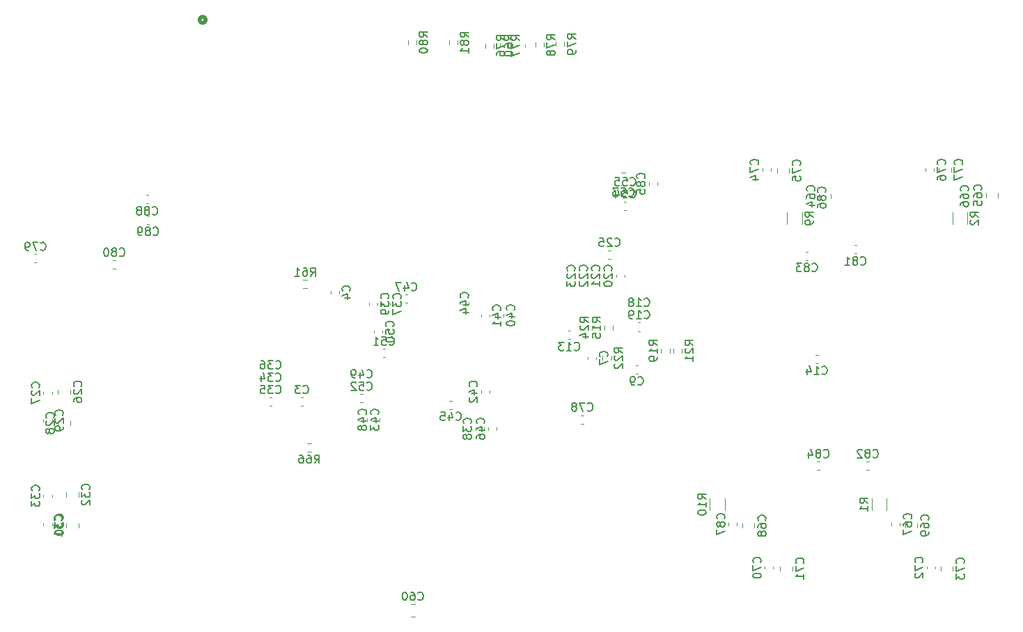
<source format=gbr>
%TF.GenerationSoftware,KiCad,Pcbnew,8.0.1*%
%TF.CreationDate,2024-10-12T16:48:09+02:00*%
%TF.ProjectId,ultrasonic_V3_HW,756c7472-6173-46f6-9e69-635f56335f48,rev?*%
%TF.SameCoordinates,Original*%
%TF.FileFunction,Legend,Bot*%
%TF.FilePolarity,Positive*%
%FSLAX46Y46*%
G04 Gerber Fmt 4.6, Leading zero omitted, Abs format (unit mm)*
G04 Created by KiCad (PCBNEW 8.0.1) date 2024-10-12 16:48:09*
%MOMM*%
%LPD*%
G01*
G04 APERTURE LIST*
%ADD10C,0.150000*%
%ADD11C,0.120000*%
%ADD12C,0.508000*%
G04 APERTURE END LIST*
D10*
X106842857Y-79089580D02*
X106890476Y-79137200D01*
X106890476Y-79137200D02*
X107033333Y-79184819D01*
X107033333Y-79184819D02*
X107128571Y-79184819D01*
X107128571Y-79184819D02*
X107271428Y-79137200D01*
X107271428Y-79137200D02*
X107366666Y-79041961D01*
X107366666Y-79041961D02*
X107414285Y-78946723D01*
X107414285Y-78946723D02*
X107461904Y-78756247D01*
X107461904Y-78756247D02*
X107461904Y-78613390D01*
X107461904Y-78613390D02*
X107414285Y-78422914D01*
X107414285Y-78422914D02*
X107366666Y-78327676D01*
X107366666Y-78327676D02*
X107271428Y-78232438D01*
X107271428Y-78232438D02*
X107128571Y-78184819D01*
X107128571Y-78184819D02*
X107033333Y-78184819D01*
X107033333Y-78184819D02*
X106890476Y-78232438D01*
X106890476Y-78232438D02*
X106842857Y-78280057D01*
X106271428Y-78613390D02*
X106366666Y-78565771D01*
X106366666Y-78565771D02*
X106414285Y-78518152D01*
X106414285Y-78518152D02*
X106461904Y-78422914D01*
X106461904Y-78422914D02*
X106461904Y-78375295D01*
X106461904Y-78375295D02*
X106414285Y-78280057D01*
X106414285Y-78280057D02*
X106366666Y-78232438D01*
X106366666Y-78232438D02*
X106271428Y-78184819D01*
X106271428Y-78184819D02*
X106080952Y-78184819D01*
X106080952Y-78184819D02*
X105985714Y-78232438D01*
X105985714Y-78232438D02*
X105938095Y-78280057D01*
X105938095Y-78280057D02*
X105890476Y-78375295D01*
X105890476Y-78375295D02*
X105890476Y-78422914D01*
X105890476Y-78422914D02*
X105938095Y-78518152D01*
X105938095Y-78518152D02*
X105985714Y-78565771D01*
X105985714Y-78565771D02*
X106080952Y-78613390D01*
X106080952Y-78613390D02*
X106271428Y-78613390D01*
X106271428Y-78613390D02*
X106366666Y-78661009D01*
X106366666Y-78661009D02*
X106414285Y-78708628D01*
X106414285Y-78708628D02*
X106461904Y-78803866D01*
X106461904Y-78803866D02*
X106461904Y-78994342D01*
X106461904Y-78994342D02*
X106414285Y-79089580D01*
X106414285Y-79089580D02*
X106366666Y-79137200D01*
X106366666Y-79137200D02*
X106271428Y-79184819D01*
X106271428Y-79184819D02*
X106080952Y-79184819D01*
X106080952Y-79184819D02*
X105985714Y-79137200D01*
X105985714Y-79137200D02*
X105938095Y-79089580D01*
X105938095Y-79089580D02*
X105890476Y-78994342D01*
X105890476Y-78994342D02*
X105890476Y-78803866D01*
X105890476Y-78803866D02*
X105938095Y-78708628D01*
X105938095Y-78708628D02*
X105985714Y-78661009D01*
X105985714Y-78661009D02*
X106080952Y-78613390D01*
X105414285Y-79184819D02*
X105223809Y-79184819D01*
X105223809Y-79184819D02*
X105128571Y-79137200D01*
X105128571Y-79137200D02*
X105080952Y-79089580D01*
X105080952Y-79089580D02*
X104985714Y-78946723D01*
X104985714Y-78946723D02*
X104938095Y-78756247D01*
X104938095Y-78756247D02*
X104938095Y-78375295D01*
X104938095Y-78375295D02*
X104985714Y-78280057D01*
X104985714Y-78280057D02*
X105033333Y-78232438D01*
X105033333Y-78232438D02*
X105128571Y-78184819D01*
X105128571Y-78184819D02*
X105319047Y-78184819D01*
X105319047Y-78184819D02*
X105414285Y-78232438D01*
X105414285Y-78232438D02*
X105461904Y-78280057D01*
X105461904Y-78280057D02*
X105509523Y-78375295D01*
X105509523Y-78375295D02*
X105509523Y-78613390D01*
X105509523Y-78613390D02*
X105461904Y-78708628D01*
X105461904Y-78708628D02*
X105414285Y-78756247D01*
X105414285Y-78756247D02*
X105319047Y-78803866D01*
X105319047Y-78803866D02*
X105128571Y-78803866D01*
X105128571Y-78803866D02*
X105033333Y-78756247D01*
X105033333Y-78756247D02*
X104985714Y-78708628D01*
X104985714Y-78708628D02*
X104938095Y-78613390D01*
X106742857Y-76589580D02*
X106790476Y-76637200D01*
X106790476Y-76637200D02*
X106933333Y-76684819D01*
X106933333Y-76684819D02*
X107028571Y-76684819D01*
X107028571Y-76684819D02*
X107171428Y-76637200D01*
X107171428Y-76637200D02*
X107266666Y-76541961D01*
X107266666Y-76541961D02*
X107314285Y-76446723D01*
X107314285Y-76446723D02*
X107361904Y-76256247D01*
X107361904Y-76256247D02*
X107361904Y-76113390D01*
X107361904Y-76113390D02*
X107314285Y-75922914D01*
X107314285Y-75922914D02*
X107266666Y-75827676D01*
X107266666Y-75827676D02*
X107171428Y-75732438D01*
X107171428Y-75732438D02*
X107028571Y-75684819D01*
X107028571Y-75684819D02*
X106933333Y-75684819D01*
X106933333Y-75684819D02*
X106790476Y-75732438D01*
X106790476Y-75732438D02*
X106742857Y-75780057D01*
X106171428Y-76113390D02*
X106266666Y-76065771D01*
X106266666Y-76065771D02*
X106314285Y-76018152D01*
X106314285Y-76018152D02*
X106361904Y-75922914D01*
X106361904Y-75922914D02*
X106361904Y-75875295D01*
X106361904Y-75875295D02*
X106314285Y-75780057D01*
X106314285Y-75780057D02*
X106266666Y-75732438D01*
X106266666Y-75732438D02*
X106171428Y-75684819D01*
X106171428Y-75684819D02*
X105980952Y-75684819D01*
X105980952Y-75684819D02*
X105885714Y-75732438D01*
X105885714Y-75732438D02*
X105838095Y-75780057D01*
X105838095Y-75780057D02*
X105790476Y-75875295D01*
X105790476Y-75875295D02*
X105790476Y-75922914D01*
X105790476Y-75922914D02*
X105838095Y-76018152D01*
X105838095Y-76018152D02*
X105885714Y-76065771D01*
X105885714Y-76065771D02*
X105980952Y-76113390D01*
X105980952Y-76113390D02*
X106171428Y-76113390D01*
X106171428Y-76113390D02*
X106266666Y-76161009D01*
X106266666Y-76161009D02*
X106314285Y-76208628D01*
X106314285Y-76208628D02*
X106361904Y-76303866D01*
X106361904Y-76303866D02*
X106361904Y-76494342D01*
X106361904Y-76494342D02*
X106314285Y-76589580D01*
X106314285Y-76589580D02*
X106266666Y-76637200D01*
X106266666Y-76637200D02*
X106171428Y-76684819D01*
X106171428Y-76684819D02*
X105980952Y-76684819D01*
X105980952Y-76684819D02*
X105885714Y-76637200D01*
X105885714Y-76637200D02*
X105838095Y-76589580D01*
X105838095Y-76589580D02*
X105790476Y-76494342D01*
X105790476Y-76494342D02*
X105790476Y-76303866D01*
X105790476Y-76303866D02*
X105838095Y-76208628D01*
X105838095Y-76208628D02*
X105885714Y-76161009D01*
X105885714Y-76161009D02*
X105980952Y-76113390D01*
X105219047Y-76113390D02*
X105314285Y-76065771D01*
X105314285Y-76065771D02*
X105361904Y-76018152D01*
X105361904Y-76018152D02*
X105409523Y-75922914D01*
X105409523Y-75922914D02*
X105409523Y-75875295D01*
X105409523Y-75875295D02*
X105361904Y-75780057D01*
X105361904Y-75780057D02*
X105314285Y-75732438D01*
X105314285Y-75732438D02*
X105219047Y-75684819D01*
X105219047Y-75684819D02*
X105028571Y-75684819D01*
X105028571Y-75684819D02*
X104933333Y-75732438D01*
X104933333Y-75732438D02*
X104885714Y-75780057D01*
X104885714Y-75780057D02*
X104838095Y-75875295D01*
X104838095Y-75875295D02*
X104838095Y-75922914D01*
X104838095Y-75922914D02*
X104885714Y-76018152D01*
X104885714Y-76018152D02*
X104933333Y-76065771D01*
X104933333Y-76065771D02*
X105028571Y-76113390D01*
X105028571Y-76113390D02*
X105219047Y-76113390D01*
X105219047Y-76113390D02*
X105314285Y-76161009D01*
X105314285Y-76161009D02*
X105361904Y-76208628D01*
X105361904Y-76208628D02*
X105409523Y-76303866D01*
X105409523Y-76303866D02*
X105409523Y-76494342D01*
X105409523Y-76494342D02*
X105361904Y-76589580D01*
X105361904Y-76589580D02*
X105314285Y-76637200D01*
X105314285Y-76637200D02*
X105219047Y-76684819D01*
X105219047Y-76684819D02*
X105028571Y-76684819D01*
X105028571Y-76684819D02*
X104933333Y-76637200D01*
X104933333Y-76637200D02*
X104885714Y-76589580D01*
X104885714Y-76589580D02*
X104838095Y-76494342D01*
X104838095Y-76494342D02*
X104838095Y-76303866D01*
X104838095Y-76303866D02*
X104885714Y-76208628D01*
X104885714Y-76208628D02*
X104933333Y-76161009D01*
X104933333Y-76161009D02*
X105028571Y-76113390D01*
X95679580Y-113857142D02*
X95727200Y-113809523D01*
X95727200Y-113809523D02*
X95774819Y-113666666D01*
X95774819Y-113666666D02*
X95774819Y-113571428D01*
X95774819Y-113571428D02*
X95727200Y-113428571D01*
X95727200Y-113428571D02*
X95631961Y-113333333D01*
X95631961Y-113333333D02*
X95536723Y-113285714D01*
X95536723Y-113285714D02*
X95346247Y-113238095D01*
X95346247Y-113238095D02*
X95203390Y-113238095D01*
X95203390Y-113238095D02*
X95012914Y-113285714D01*
X95012914Y-113285714D02*
X94917676Y-113333333D01*
X94917676Y-113333333D02*
X94822438Y-113428571D01*
X94822438Y-113428571D02*
X94774819Y-113571428D01*
X94774819Y-113571428D02*
X94774819Y-113666666D01*
X94774819Y-113666666D02*
X94822438Y-113809523D01*
X94822438Y-113809523D02*
X94870057Y-113857142D01*
X94774819Y-114190476D02*
X94774819Y-114809523D01*
X94774819Y-114809523D02*
X95155771Y-114476190D01*
X95155771Y-114476190D02*
X95155771Y-114619047D01*
X95155771Y-114619047D02*
X95203390Y-114714285D01*
X95203390Y-114714285D02*
X95251009Y-114761904D01*
X95251009Y-114761904D02*
X95346247Y-114809523D01*
X95346247Y-114809523D02*
X95584342Y-114809523D01*
X95584342Y-114809523D02*
X95679580Y-114761904D01*
X95679580Y-114761904D02*
X95727200Y-114714285D01*
X95727200Y-114714285D02*
X95774819Y-114619047D01*
X95774819Y-114619047D02*
X95774819Y-114333333D01*
X95774819Y-114333333D02*
X95727200Y-114238095D01*
X95727200Y-114238095D02*
X95679580Y-114190476D01*
X95774819Y-115761904D02*
X95774819Y-115190476D01*
X95774819Y-115476190D02*
X94774819Y-115476190D01*
X94774819Y-115476190D02*
X94917676Y-115380952D01*
X94917676Y-115380952D02*
X95012914Y-115285714D01*
X95012914Y-115285714D02*
X95060533Y-115190476D01*
X193734819Y-111733333D02*
X193258628Y-111400000D01*
X193734819Y-111161905D02*
X192734819Y-111161905D01*
X192734819Y-111161905D02*
X192734819Y-111542857D01*
X192734819Y-111542857D02*
X192782438Y-111638095D01*
X192782438Y-111638095D02*
X192830057Y-111685714D01*
X192830057Y-111685714D02*
X192925295Y-111733333D01*
X192925295Y-111733333D02*
X193068152Y-111733333D01*
X193068152Y-111733333D02*
X193163390Y-111685714D01*
X193163390Y-111685714D02*
X193211009Y-111638095D01*
X193211009Y-111638095D02*
X193258628Y-111542857D01*
X193258628Y-111542857D02*
X193258628Y-111161905D01*
X193734819Y-112685714D02*
X193734819Y-112114286D01*
X193734819Y-112400000D02*
X192734819Y-112400000D01*
X192734819Y-112400000D02*
X192877676Y-112304762D01*
X192877676Y-112304762D02*
X192972914Y-112209524D01*
X192972914Y-112209524D02*
X193020533Y-112114286D01*
X121742857Y-95329580D02*
X121790476Y-95377200D01*
X121790476Y-95377200D02*
X121933333Y-95424819D01*
X121933333Y-95424819D02*
X122028571Y-95424819D01*
X122028571Y-95424819D02*
X122171428Y-95377200D01*
X122171428Y-95377200D02*
X122266666Y-95281961D01*
X122266666Y-95281961D02*
X122314285Y-95186723D01*
X122314285Y-95186723D02*
X122361904Y-94996247D01*
X122361904Y-94996247D02*
X122361904Y-94853390D01*
X122361904Y-94853390D02*
X122314285Y-94662914D01*
X122314285Y-94662914D02*
X122266666Y-94567676D01*
X122266666Y-94567676D02*
X122171428Y-94472438D01*
X122171428Y-94472438D02*
X122028571Y-94424819D01*
X122028571Y-94424819D02*
X121933333Y-94424819D01*
X121933333Y-94424819D02*
X121790476Y-94472438D01*
X121790476Y-94472438D02*
X121742857Y-94520057D01*
X121409523Y-94424819D02*
X120790476Y-94424819D01*
X120790476Y-94424819D02*
X121123809Y-94805771D01*
X121123809Y-94805771D02*
X120980952Y-94805771D01*
X120980952Y-94805771D02*
X120885714Y-94853390D01*
X120885714Y-94853390D02*
X120838095Y-94901009D01*
X120838095Y-94901009D02*
X120790476Y-94996247D01*
X120790476Y-94996247D02*
X120790476Y-95234342D01*
X120790476Y-95234342D02*
X120838095Y-95329580D01*
X120838095Y-95329580D02*
X120885714Y-95377200D01*
X120885714Y-95377200D02*
X120980952Y-95424819D01*
X120980952Y-95424819D02*
X121266666Y-95424819D01*
X121266666Y-95424819D02*
X121361904Y-95377200D01*
X121361904Y-95377200D02*
X121409523Y-95329580D01*
X119933333Y-94424819D02*
X120123809Y-94424819D01*
X120123809Y-94424819D02*
X120219047Y-94472438D01*
X120219047Y-94472438D02*
X120266666Y-94520057D01*
X120266666Y-94520057D02*
X120361904Y-94662914D01*
X120361904Y-94662914D02*
X120409523Y-94853390D01*
X120409523Y-94853390D02*
X120409523Y-95234342D01*
X120409523Y-95234342D02*
X120361904Y-95329580D01*
X120361904Y-95329580D02*
X120314285Y-95377200D01*
X120314285Y-95377200D02*
X120219047Y-95424819D01*
X120219047Y-95424819D02*
X120028571Y-95424819D01*
X120028571Y-95424819D02*
X119933333Y-95377200D01*
X119933333Y-95377200D02*
X119885714Y-95329580D01*
X119885714Y-95329580D02*
X119838095Y-95234342D01*
X119838095Y-95234342D02*
X119838095Y-94996247D01*
X119838095Y-94996247D02*
X119885714Y-94901009D01*
X119885714Y-94901009D02*
X119933333Y-94853390D01*
X119933333Y-94853390D02*
X120028571Y-94805771D01*
X120028571Y-94805771D02*
X120219047Y-94805771D01*
X120219047Y-94805771D02*
X120314285Y-94853390D01*
X120314285Y-94853390D02*
X120361904Y-94901009D01*
X120361904Y-94901009D02*
X120409523Y-94996247D01*
X93142857Y-80929580D02*
X93190476Y-80977200D01*
X93190476Y-80977200D02*
X93333333Y-81024819D01*
X93333333Y-81024819D02*
X93428571Y-81024819D01*
X93428571Y-81024819D02*
X93571428Y-80977200D01*
X93571428Y-80977200D02*
X93666666Y-80881961D01*
X93666666Y-80881961D02*
X93714285Y-80786723D01*
X93714285Y-80786723D02*
X93761904Y-80596247D01*
X93761904Y-80596247D02*
X93761904Y-80453390D01*
X93761904Y-80453390D02*
X93714285Y-80262914D01*
X93714285Y-80262914D02*
X93666666Y-80167676D01*
X93666666Y-80167676D02*
X93571428Y-80072438D01*
X93571428Y-80072438D02*
X93428571Y-80024819D01*
X93428571Y-80024819D02*
X93333333Y-80024819D01*
X93333333Y-80024819D02*
X93190476Y-80072438D01*
X93190476Y-80072438D02*
X93142857Y-80120057D01*
X92809523Y-80024819D02*
X92142857Y-80024819D01*
X92142857Y-80024819D02*
X92571428Y-81024819D01*
X91714285Y-81024819D02*
X91523809Y-81024819D01*
X91523809Y-81024819D02*
X91428571Y-80977200D01*
X91428571Y-80977200D02*
X91380952Y-80929580D01*
X91380952Y-80929580D02*
X91285714Y-80786723D01*
X91285714Y-80786723D02*
X91238095Y-80596247D01*
X91238095Y-80596247D02*
X91238095Y-80215295D01*
X91238095Y-80215295D02*
X91285714Y-80120057D01*
X91285714Y-80120057D02*
X91333333Y-80072438D01*
X91333333Y-80072438D02*
X91428571Y-80024819D01*
X91428571Y-80024819D02*
X91619047Y-80024819D01*
X91619047Y-80024819D02*
X91714285Y-80072438D01*
X91714285Y-80072438D02*
X91761904Y-80120057D01*
X91761904Y-80120057D02*
X91809523Y-80215295D01*
X91809523Y-80215295D02*
X91809523Y-80453390D01*
X91809523Y-80453390D02*
X91761904Y-80548628D01*
X91761904Y-80548628D02*
X91714285Y-80596247D01*
X91714285Y-80596247D02*
X91619047Y-80643866D01*
X91619047Y-80643866D02*
X91428571Y-80643866D01*
X91428571Y-80643866D02*
X91333333Y-80596247D01*
X91333333Y-80596247D02*
X91285714Y-80548628D01*
X91285714Y-80548628D02*
X91238095Y-80453390D01*
X158029580Y-83457142D02*
X158077200Y-83409523D01*
X158077200Y-83409523D02*
X158124819Y-83266666D01*
X158124819Y-83266666D02*
X158124819Y-83171428D01*
X158124819Y-83171428D02*
X158077200Y-83028571D01*
X158077200Y-83028571D02*
X157981961Y-82933333D01*
X157981961Y-82933333D02*
X157886723Y-82885714D01*
X157886723Y-82885714D02*
X157696247Y-82838095D01*
X157696247Y-82838095D02*
X157553390Y-82838095D01*
X157553390Y-82838095D02*
X157362914Y-82885714D01*
X157362914Y-82885714D02*
X157267676Y-82933333D01*
X157267676Y-82933333D02*
X157172438Y-83028571D01*
X157172438Y-83028571D02*
X157124819Y-83171428D01*
X157124819Y-83171428D02*
X157124819Y-83266666D01*
X157124819Y-83266666D02*
X157172438Y-83409523D01*
X157172438Y-83409523D02*
X157220057Y-83457142D01*
X157220057Y-83838095D02*
X157172438Y-83885714D01*
X157172438Y-83885714D02*
X157124819Y-83980952D01*
X157124819Y-83980952D02*
X157124819Y-84219047D01*
X157124819Y-84219047D02*
X157172438Y-84314285D01*
X157172438Y-84314285D02*
X157220057Y-84361904D01*
X157220057Y-84361904D02*
X157315295Y-84409523D01*
X157315295Y-84409523D02*
X157410533Y-84409523D01*
X157410533Y-84409523D02*
X157553390Y-84361904D01*
X157553390Y-84361904D02*
X158124819Y-83790476D01*
X158124819Y-83790476D02*
X158124819Y-84409523D01*
X157124819Y-84742857D02*
X157124819Y-85361904D01*
X157124819Y-85361904D02*
X157505771Y-85028571D01*
X157505771Y-85028571D02*
X157505771Y-85171428D01*
X157505771Y-85171428D02*
X157553390Y-85266666D01*
X157553390Y-85266666D02*
X157601009Y-85314285D01*
X157601009Y-85314285D02*
X157696247Y-85361904D01*
X157696247Y-85361904D02*
X157934342Y-85361904D01*
X157934342Y-85361904D02*
X158029580Y-85314285D01*
X158029580Y-85314285D02*
X158077200Y-85266666D01*
X158077200Y-85266666D02*
X158124819Y-85171428D01*
X158124819Y-85171428D02*
X158124819Y-84885714D01*
X158124819Y-84885714D02*
X158077200Y-84790476D01*
X158077200Y-84790476D02*
X158029580Y-84742857D01*
X139030357Y-123479580D02*
X139077976Y-123527200D01*
X139077976Y-123527200D02*
X139220833Y-123574819D01*
X139220833Y-123574819D02*
X139316071Y-123574819D01*
X139316071Y-123574819D02*
X139458928Y-123527200D01*
X139458928Y-123527200D02*
X139554166Y-123431961D01*
X139554166Y-123431961D02*
X139601785Y-123336723D01*
X139601785Y-123336723D02*
X139649404Y-123146247D01*
X139649404Y-123146247D02*
X139649404Y-123003390D01*
X139649404Y-123003390D02*
X139601785Y-122812914D01*
X139601785Y-122812914D02*
X139554166Y-122717676D01*
X139554166Y-122717676D02*
X139458928Y-122622438D01*
X139458928Y-122622438D02*
X139316071Y-122574819D01*
X139316071Y-122574819D02*
X139220833Y-122574819D01*
X139220833Y-122574819D02*
X139077976Y-122622438D01*
X139077976Y-122622438D02*
X139030357Y-122670057D01*
X138173214Y-122574819D02*
X138363690Y-122574819D01*
X138363690Y-122574819D02*
X138458928Y-122622438D01*
X138458928Y-122622438D02*
X138506547Y-122670057D01*
X138506547Y-122670057D02*
X138601785Y-122812914D01*
X138601785Y-122812914D02*
X138649404Y-123003390D01*
X138649404Y-123003390D02*
X138649404Y-123384342D01*
X138649404Y-123384342D02*
X138601785Y-123479580D01*
X138601785Y-123479580D02*
X138554166Y-123527200D01*
X138554166Y-123527200D02*
X138458928Y-123574819D01*
X138458928Y-123574819D02*
X138268452Y-123574819D01*
X138268452Y-123574819D02*
X138173214Y-123527200D01*
X138173214Y-123527200D02*
X138125595Y-123479580D01*
X138125595Y-123479580D02*
X138077976Y-123384342D01*
X138077976Y-123384342D02*
X138077976Y-123146247D01*
X138077976Y-123146247D02*
X138125595Y-123051009D01*
X138125595Y-123051009D02*
X138173214Y-123003390D01*
X138173214Y-123003390D02*
X138268452Y-122955771D01*
X138268452Y-122955771D02*
X138458928Y-122955771D01*
X138458928Y-122955771D02*
X138554166Y-123003390D01*
X138554166Y-123003390D02*
X138601785Y-123051009D01*
X138601785Y-123051009D02*
X138649404Y-123146247D01*
X137458928Y-122574819D02*
X137363690Y-122574819D01*
X137363690Y-122574819D02*
X137268452Y-122622438D01*
X137268452Y-122622438D02*
X137220833Y-122670057D01*
X137220833Y-122670057D02*
X137173214Y-122765295D01*
X137173214Y-122765295D02*
X137125595Y-122955771D01*
X137125595Y-122955771D02*
X137125595Y-123193866D01*
X137125595Y-123193866D02*
X137173214Y-123384342D01*
X137173214Y-123384342D02*
X137220833Y-123479580D01*
X137220833Y-123479580D02*
X137268452Y-123527200D01*
X137268452Y-123527200D02*
X137363690Y-123574819D01*
X137363690Y-123574819D02*
X137458928Y-123574819D01*
X137458928Y-123574819D02*
X137554166Y-123527200D01*
X137554166Y-123527200D02*
X137601785Y-123479580D01*
X137601785Y-123479580D02*
X137649404Y-123384342D01*
X137649404Y-123384342D02*
X137697023Y-123193866D01*
X137697023Y-123193866D02*
X137697023Y-122955771D01*
X137697023Y-122955771D02*
X137649404Y-122765295D01*
X137649404Y-122765295D02*
X137601785Y-122670057D01*
X137601785Y-122670057D02*
X137554166Y-122622438D01*
X137554166Y-122622438D02*
X137458928Y-122574819D01*
X159724819Y-89757142D02*
X159248628Y-89423809D01*
X159724819Y-89185714D02*
X158724819Y-89185714D01*
X158724819Y-89185714D02*
X158724819Y-89566666D01*
X158724819Y-89566666D02*
X158772438Y-89661904D01*
X158772438Y-89661904D02*
X158820057Y-89709523D01*
X158820057Y-89709523D02*
X158915295Y-89757142D01*
X158915295Y-89757142D02*
X159058152Y-89757142D01*
X159058152Y-89757142D02*
X159153390Y-89709523D01*
X159153390Y-89709523D02*
X159201009Y-89661904D01*
X159201009Y-89661904D02*
X159248628Y-89566666D01*
X159248628Y-89566666D02*
X159248628Y-89185714D01*
X158820057Y-90138095D02*
X158772438Y-90185714D01*
X158772438Y-90185714D02*
X158724819Y-90280952D01*
X158724819Y-90280952D02*
X158724819Y-90519047D01*
X158724819Y-90519047D02*
X158772438Y-90614285D01*
X158772438Y-90614285D02*
X158820057Y-90661904D01*
X158820057Y-90661904D02*
X158915295Y-90709523D01*
X158915295Y-90709523D02*
X159010533Y-90709523D01*
X159010533Y-90709523D02*
X159153390Y-90661904D01*
X159153390Y-90661904D02*
X159724819Y-90090476D01*
X159724819Y-90090476D02*
X159724819Y-90709523D01*
X159058152Y-91566666D02*
X159724819Y-91566666D01*
X158677200Y-91328571D02*
X159391485Y-91090476D01*
X159391485Y-91090476D02*
X159391485Y-91709523D01*
X150524819Y-55457142D02*
X150048628Y-55123809D01*
X150524819Y-54885714D02*
X149524819Y-54885714D01*
X149524819Y-54885714D02*
X149524819Y-55266666D01*
X149524819Y-55266666D02*
X149572438Y-55361904D01*
X149572438Y-55361904D02*
X149620057Y-55409523D01*
X149620057Y-55409523D02*
X149715295Y-55457142D01*
X149715295Y-55457142D02*
X149858152Y-55457142D01*
X149858152Y-55457142D02*
X149953390Y-55409523D01*
X149953390Y-55409523D02*
X150001009Y-55361904D01*
X150001009Y-55361904D02*
X150048628Y-55266666D01*
X150048628Y-55266666D02*
X150048628Y-54885714D01*
X149524819Y-56314285D02*
X149524819Y-56123809D01*
X149524819Y-56123809D02*
X149572438Y-56028571D01*
X149572438Y-56028571D02*
X149620057Y-55980952D01*
X149620057Y-55980952D02*
X149762914Y-55885714D01*
X149762914Y-55885714D02*
X149953390Y-55838095D01*
X149953390Y-55838095D02*
X150334342Y-55838095D01*
X150334342Y-55838095D02*
X150429580Y-55885714D01*
X150429580Y-55885714D02*
X150477200Y-55933333D01*
X150477200Y-55933333D02*
X150524819Y-56028571D01*
X150524819Y-56028571D02*
X150524819Y-56219047D01*
X150524819Y-56219047D02*
X150477200Y-56314285D01*
X150477200Y-56314285D02*
X150429580Y-56361904D01*
X150429580Y-56361904D02*
X150334342Y-56409523D01*
X150334342Y-56409523D02*
X150096247Y-56409523D01*
X150096247Y-56409523D02*
X150001009Y-56361904D01*
X150001009Y-56361904D02*
X149953390Y-56314285D01*
X149953390Y-56314285D02*
X149905771Y-56219047D01*
X149905771Y-56219047D02*
X149905771Y-56028571D01*
X149905771Y-56028571D02*
X149953390Y-55933333D01*
X149953390Y-55933333D02*
X150001009Y-55885714D01*
X150001009Y-55885714D02*
X150096247Y-55838095D01*
X149524819Y-57028571D02*
X149524819Y-57123809D01*
X149524819Y-57123809D02*
X149572438Y-57219047D01*
X149572438Y-57219047D02*
X149620057Y-57266666D01*
X149620057Y-57266666D02*
X149715295Y-57314285D01*
X149715295Y-57314285D02*
X149905771Y-57361904D01*
X149905771Y-57361904D02*
X150143866Y-57361904D01*
X150143866Y-57361904D02*
X150334342Y-57314285D01*
X150334342Y-57314285D02*
X150429580Y-57266666D01*
X150429580Y-57266666D02*
X150477200Y-57219047D01*
X150477200Y-57219047D02*
X150524819Y-57123809D01*
X150524819Y-57123809D02*
X150524819Y-57028571D01*
X150524819Y-57028571D02*
X150477200Y-56933333D01*
X150477200Y-56933333D02*
X150429580Y-56885714D01*
X150429580Y-56885714D02*
X150334342Y-56838095D01*
X150334342Y-56838095D02*
X150143866Y-56790476D01*
X150143866Y-56790476D02*
X149905771Y-56790476D01*
X149905771Y-56790476D02*
X149715295Y-56838095D01*
X149715295Y-56838095D02*
X149620057Y-56885714D01*
X149620057Y-56885714D02*
X149572438Y-56933333D01*
X149572438Y-56933333D02*
X149524819Y-57028571D01*
X188142857Y-95989580D02*
X188190476Y-96037200D01*
X188190476Y-96037200D02*
X188333333Y-96084819D01*
X188333333Y-96084819D02*
X188428571Y-96084819D01*
X188428571Y-96084819D02*
X188571428Y-96037200D01*
X188571428Y-96037200D02*
X188666666Y-95941961D01*
X188666666Y-95941961D02*
X188714285Y-95846723D01*
X188714285Y-95846723D02*
X188761904Y-95656247D01*
X188761904Y-95656247D02*
X188761904Y-95513390D01*
X188761904Y-95513390D02*
X188714285Y-95322914D01*
X188714285Y-95322914D02*
X188666666Y-95227676D01*
X188666666Y-95227676D02*
X188571428Y-95132438D01*
X188571428Y-95132438D02*
X188428571Y-95084819D01*
X188428571Y-95084819D02*
X188333333Y-95084819D01*
X188333333Y-95084819D02*
X188190476Y-95132438D01*
X188190476Y-95132438D02*
X188142857Y-95180057D01*
X187190476Y-96084819D02*
X187761904Y-96084819D01*
X187476190Y-96084819D02*
X187476190Y-95084819D01*
X187476190Y-95084819D02*
X187571428Y-95227676D01*
X187571428Y-95227676D02*
X187666666Y-95322914D01*
X187666666Y-95322914D02*
X187761904Y-95370533D01*
X186333333Y-95418152D02*
X186333333Y-96084819D01*
X186571428Y-95037200D02*
X186809523Y-95751485D01*
X186809523Y-95751485D02*
X186190476Y-95751485D01*
X188489580Y-73957142D02*
X188537200Y-73909523D01*
X188537200Y-73909523D02*
X188584819Y-73766666D01*
X188584819Y-73766666D02*
X188584819Y-73671428D01*
X188584819Y-73671428D02*
X188537200Y-73528571D01*
X188537200Y-73528571D02*
X188441961Y-73433333D01*
X188441961Y-73433333D02*
X188346723Y-73385714D01*
X188346723Y-73385714D02*
X188156247Y-73338095D01*
X188156247Y-73338095D02*
X188013390Y-73338095D01*
X188013390Y-73338095D02*
X187822914Y-73385714D01*
X187822914Y-73385714D02*
X187727676Y-73433333D01*
X187727676Y-73433333D02*
X187632438Y-73528571D01*
X187632438Y-73528571D02*
X187584819Y-73671428D01*
X187584819Y-73671428D02*
X187584819Y-73766666D01*
X187584819Y-73766666D02*
X187632438Y-73909523D01*
X187632438Y-73909523D02*
X187680057Y-73957142D01*
X188013390Y-74528571D02*
X187965771Y-74433333D01*
X187965771Y-74433333D02*
X187918152Y-74385714D01*
X187918152Y-74385714D02*
X187822914Y-74338095D01*
X187822914Y-74338095D02*
X187775295Y-74338095D01*
X187775295Y-74338095D02*
X187680057Y-74385714D01*
X187680057Y-74385714D02*
X187632438Y-74433333D01*
X187632438Y-74433333D02*
X187584819Y-74528571D01*
X187584819Y-74528571D02*
X187584819Y-74719047D01*
X187584819Y-74719047D02*
X187632438Y-74814285D01*
X187632438Y-74814285D02*
X187680057Y-74861904D01*
X187680057Y-74861904D02*
X187775295Y-74909523D01*
X187775295Y-74909523D02*
X187822914Y-74909523D01*
X187822914Y-74909523D02*
X187918152Y-74861904D01*
X187918152Y-74861904D02*
X187965771Y-74814285D01*
X187965771Y-74814285D02*
X188013390Y-74719047D01*
X188013390Y-74719047D02*
X188013390Y-74528571D01*
X188013390Y-74528571D02*
X188061009Y-74433333D01*
X188061009Y-74433333D02*
X188108628Y-74385714D01*
X188108628Y-74385714D02*
X188203866Y-74338095D01*
X188203866Y-74338095D02*
X188394342Y-74338095D01*
X188394342Y-74338095D02*
X188489580Y-74385714D01*
X188489580Y-74385714D02*
X188537200Y-74433333D01*
X188537200Y-74433333D02*
X188584819Y-74528571D01*
X188584819Y-74528571D02*
X188584819Y-74719047D01*
X188584819Y-74719047D02*
X188537200Y-74814285D01*
X188537200Y-74814285D02*
X188489580Y-74861904D01*
X188489580Y-74861904D02*
X188394342Y-74909523D01*
X188394342Y-74909523D02*
X188203866Y-74909523D01*
X188203866Y-74909523D02*
X188108628Y-74861904D01*
X188108628Y-74861904D02*
X188061009Y-74814285D01*
X188061009Y-74814285D02*
X188013390Y-74719047D01*
X187584819Y-75766666D02*
X187584819Y-75576190D01*
X187584819Y-75576190D02*
X187632438Y-75480952D01*
X187632438Y-75480952D02*
X187680057Y-75433333D01*
X187680057Y-75433333D02*
X187822914Y-75338095D01*
X187822914Y-75338095D02*
X188013390Y-75290476D01*
X188013390Y-75290476D02*
X188394342Y-75290476D01*
X188394342Y-75290476D02*
X188489580Y-75338095D01*
X188489580Y-75338095D02*
X188537200Y-75385714D01*
X188537200Y-75385714D02*
X188584819Y-75480952D01*
X188584819Y-75480952D02*
X188584819Y-75671428D01*
X188584819Y-75671428D02*
X188537200Y-75766666D01*
X188537200Y-75766666D02*
X188489580Y-75814285D01*
X188489580Y-75814285D02*
X188394342Y-75861904D01*
X188394342Y-75861904D02*
X188156247Y-75861904D01*
X188156247Y-75861904D02*
X188061009Y-75814285D01*
X188061009Y-75814285D02*
X188013390Y-75766666D01*
X188013390Y-75766666D02*
X187965771Y-75671428D01*
X187965771Y-75671428D02*
X187965771Y-75480952D01*
X187965771Y-75480952D02*
X188013390Y-75385714D01*
X188013390Y-75385714D02*
X188061009Y-75338095D01*
X188061009Y-75338095D02*
X188156247Y-75290476D01*
X95789580Y-113719642D02*
X95837200Y-113672023D01*
X95837200Y-113672023D02*
X95884819Y-113529166D01*
X95884819Y-113529166D02*
X95884819Y-113433928D01*
X95884819Y-113433928D02*
X95837200Y-113291071D01*
X95837200Y-113291071D02*
X95741961Y-113195833D01*
X95741961Y-113195833D02*
X95646723Y-113148214D01*
X95646723Y-113148214D02*
X95456247Y-113100595D01*
X95456247Y-113100595D02*
X95313390Y-113100595D01*
X95313390Y-113100595D02*
X95122914Y-113148214D01*
X95122914Y-113148214D02*
X95027676Y-113195833D01*
X95027676Y-113195833D02*
X94932438Y-113291071D01*
X94932438Y-113291071D02*
X94884819Y-113433928D01*
X94884819Y-113433928D02*
X94884819Y-113529166D01*
X94884819Y-113529166D02*
X94932438Y-113672023D01*
X94932438Y-113672023D02*
X94980057Y-113719642D01*
X94884819Y-114052976D02*
X94884819Y-114672023D01*
X94884819Y-114672023D02*
X95265771Y-114338690D01*
X95265771Y-114338690D02*
X95265771Y-114481547D01*
X95265771Y-114481547D02*
X95313390Y-114576785D01*
X95313390Y-114576785D02*
X95361009Y-114624404D01*
X95361009Y-114624404D02*
X95456247Y-114672023D01*
X95456247Y-114672023D02*
X95694342Y-114672023D01*
X95694342Y-114672023D02*
X95789580Y-114624404D01*
X95789580Y-114624404D02*
X95837200Y-114576785D01*
X95837200Y-114576785D02*
X95884819Y-114481547D01*
X95884819Y-114481547D02*
X95884819Y-114195833D01*
X95884819Y-114195833D02*
X95837200Y-114100595D01*
X95837200Y-114100595D02*
X95789580Y-114052976D01*
X94884819Y-115291071D02*
X94884819Y-115386309D01*
X94884819Y-115386309D02*
X94932438Y-115481547D01*
X94932438Y-115481547D02*
X94980057Y-115529166D01*
X94980057Y-115529166D02*
X95075295Y-115576785D01*
X95075295Y-115576785D02*
X95265771Y-115624404D01*
X95265771Y-115624404D02*
X95503866Y-115624404D01*
X95503866Y-115624404D02*
X95694342Y-115576785D01*
X95694342Y-115576785D02*
X95789580Y-115529166D01*
X95789580Y-115529166D02*
X95837200Y-115481547D01*
X95837200Y-115481547D02*
X95884819Y-115386309D01*
X95884819Y-115386309D02*
X95884819Y-115291071D01*
X95884819Y-115291071D02*
X95837200Y-115195833D01*
X95837200Y-115195833D02*
X95789580Y-115148214D01*
X95789580Y-115148214D02*
X95694342Y-115100595D01*
X95694342Y-115100595D02*
X95503866Y-115052976D01*
X95503866Y-115052976D02*
X95265771Y-115052976D01*
X95265771Y-115052976D02*
X95075295Y-115100595D01*
X95075295Y-115100595D02*
X94980057Y-115148214D01*
X94980057Y-115148214D02*
X94932438Y-115195833D01*
X94932438Y-115195833D02*
X94884819Y-115291071D01*
X150689580Y-88257142D02*
X150737200Y-88209523D01*
X150737200Y-88209523D02*
X150784819Y-88066666D01*
X150784819Y-88066666D02*
X150784819Y-87971428D01*
X150784819Y-87971428D02*
X150737200Y-87828571D01*
X150737200Y-87828571D02*
X150641961Y-87733333D01*
X150641961Y-87733333D02*
X150546723Y-87685714D01*
X150546723Y-87685714D02*
X150356247Y-87638095D01*
X150356247Y-87638095D02*
X150213390Y-87638095D01*
X150213390Y-87638095D02*
X150022914Y-87685714D01*
X150022914Y-87685714D02*
X149927676Y-87733333D01*
X149927676Y-87733333D02*
X149832438Y-87828571D01*
X149832438Y-87828571D02*
X149784819Y-87971428D01*
X149784819Y-87971428D02*
X149784819Y-88066666D01*
X149784819Y-88066666D02*
X149832438Y-88209523D01*
X149832438Y-88209523D02*
X149880057Y-88257142D01*
X150118152Y-89114285D02*
X150784819Y-89114285D01*
X149737200Y-88876190D02*
X150451485Y-88638095D01*
X150451485Y-88638095D02*
X150451485Y-89257142D01*
X149784819Y-89828571D02*
X149784819Y-89923809D01*
X149784819Y-89923809D02*
X149832438Y-90019047D01*
X149832438Y-90019047D02*
X149880057Y-90066666D01*
X149880057Y-90066666D02*
X149975295Y-90114285D01*
X149975295Y-90114285D02*
X150165771Y-90161904D01*
X150165771Y-90161904D02*
X150403866Y-90161904D01*
X150403866Y-90161904D02*
X150594342Y-90114285D01*
X150594342Y-90114285D02*
X150689580Y-90066666D01*
X150689580Y-90066666D02*
X150737200Y-90019047D01*
X150737200Y-90019047D02*
X150784819Y-89923809D01*
X150784819Y-89923809D02*
X150784819Y-89828571D01*
X150784819Y-89828571D02*
X150737200Y-89733333D01*
X150737200Y-89733333D02*
X150689580Y-89685714D01*
X150689580Y-89685714D02*
X150594342Y-89638095D01*
X150594342Y-89638095D02*
X150403866Y-89590476D01*
X150403866Y-89590476D02*
X150165771Y-89590476D01*
X150165771Y-89590476D02*
X149975295Y-89638095D01*
X149975295Y-89638095D02*
X149880057Y-89685714D01*
X149880057Y-89685714D02*
X149832438Y-89733333D01*
X149832438Y-89733333D02*
X149784819Y-89828571D01*
X192842857Y-82689580D02*
X192890476Y-82737200D01*
X192890476Y-82737200D02*
X193033333Y-82784819D01*
X193033333Y-82784819D02*
X193128571Y-82784819D01*
X193128571Y-82784819D02*
X193271428Y-82737200D01*
X193271428Y-82737200D02*
X193366666Y-82641961D01*
X193366666Y-82641961D02*
X193414285Y-82546723D01*
X193414285Y-82546723D02*
X193461904Y-82356247D01*
X193461904Y-82356247D02*
X193461904Y-82213390D01*
X193461904Y-82213390D02*
X193414285Y-82022914D01*
X193414285Y-82022914D02*
X193366666Y-81927676D01*
X193366666Y-81927676D02*
X193271428Y-81832438D01*
X193271428Y-81832438D02*
X193128571Y-81784819D01*
X193128571Y-81784819D02*
X193033333Y-81784819D01*
X193033333Y-81784819D02*
X192890476Y-81832438D01*
X192890476Y-81832438D02*
X192842857Y-81880057D01*
X192271428Y-82213390D02*
X192366666Y-82165771D01*
X192366666Y-82165771D02*
X192414285Y-82118152D01*
X192414285Y-82118152D02*
X192461904Y-82022914D01*
X192461904Y-82022914D02*
X192461904Y-81975295D01*
X192461904Y-81975295D02*
X192414285Y-81880057D01*
X192414285Y-81880057D02*
X192366666Y-81832438D01*
X192366666Y-81832438D02*
X192271428Y-81784819D01*
X192271428Y-81784819D02*
X192080952Y-81784819D01*
X192080952Y-81784819D02*
X191985714Y-81832438D01*
X191985714Y-81832438D02*
X191938095Y-81880057D01*
X191938095Y-81880057D02*
X191890476Y-81975295D01*
X191890476Y-81975295D02*
X191890476Y-82022914D01*
X191890476Y-82022914D02*
X191938095Y-82118152D01*
X191938095Y-82118152D02*
X191985714Y-82165771D01*
X191985714Y-82165771D02*
X192080952Y-82213390D01*
X192080952Y-82213390D02*
X192271428Y-82213390D01*
X192271428Y-82213390D02*
X192366666Y-82261009D01*
X192366666Y-82261009D02*
X192414285Y-82308628D01*
X192414285Y-82308628D02*
X192461904Y-82403866D01*
X192461904Y-82403866D02*
X192461904Y-82594342D01*
X192461904Y-82594342D02*
X192414285Y-82689580D01*
X192414285Y-82689580D02*
X192366666Y-82737200D01*
X192366666Y-82737200D02*
X192271428Y-82784819D01*
X192271428Y-82784819D02*
X192080952Y-82784819D01*
X192080952Y-82784819D02*
X191985714Y-82737200D01*
X191985714Y-82737200D02*
X191938095Y-82689580D01*
X191938095Y-82689580D02*
X191890476Y-82594342D01*
X191890476Y-82594342D02*
X191890476Y-82403866D01*
X191890476Y-82403866D02*
X191938095Y-82308628D01*
X191938095Y-82308628D02*
X191985714Y-82261009D01*
X191985714Y-82261009D02*
X192080952Y-82213390D01*
X190938095Y-82784819D02*
X191509523Y-82784819D01*
X191223809Y-82784819D02*
X191223809Y-81784819D01*
X191223809Y-81784819D02*
X191319047Y-81927676D01*
X191319047Y-81927676D02*
X191414285Y-82022914D01*
X191414285Y-82022914D02*
X191509523Y-82070533D01*
X165779166Y-97289580D02*
X165826785Y-97337200D01*
X165826785Y-97337200D02*
X165969642Y-97384819D01*
X165969642Y-97384819D02*
X166064880Y-97384819D01*
X166064880Y-97384819D02*
X166207737Y-97337200D01*
X166207737Y-97337200D02*
X166302975Y-97241961D01*
X166302975Y-97241961D02*
X166350594Y-97146723D01*
X166350594Y-97146723D02*
X166398213Y-96956247D01*
X166398213Y-96956247D02*
X166398213Y-96813390D01*
X166398213Y-96813390D02*
X166350594Y-96622914D01*
X166350594Y-96622914D02*
X166302975Y-96527676D01*
X166302975Y-96527676D02*
X166207737Y-96432438D01*
X166207737Y-96432438D02*
X166064880Y-96384819D01*
X166064880Y-96384819D02*
X165969642Y-96384819D01*
X165969642Y-96384819D02*
X165826785Y-96432438D01*
X165826785Y-96432438D02*
X165779166Y-96480057D01*
X165302975Y-97384819D02*
X165112499Y-97384819D01*
X165112499Y-97384819D02*
X165017261Y-97337200D01*
X165017261Y-97337200D02*
X164969642Y-97289580D01*
X164969642Y-97289580D02*
X164874404Y-97146723D01*
X164874404Y-97146723D02*
X164826785Y-96956247D01*
X164826785Y-96956247D02*
X164826785Y-96575295D01*
X164826785Y-96575295D02*
X164874404Y-96480057D01*
X164874404Y-96480057D02*
X164922023Y-96432438D01*
X164922023Y-96432438D02*
X165017261Y-96384819D01*
X165017261Y-96384819D02*
X165207737Y-96384819D01*
X165207737Y-96384819D02*
X165302975Y-96432438D01*
X165302975Y-96432438D02*
X165350594Y-96480057D01*
X165350594Y-96480057D02*
X165398213Y-96575295D01*
X165398213Y-96575295D02*
X165398213Y-96813390D01*
X165398213Y-96813390D02*
X165350594Y-96908628D01*
X165350594Y-96908628D02*
X165302975Y-96956247D01*
X165302975Y-96956247D02*
X165207737Y-97003866D01*
X165207737Y-97003866D02*
X165017261Y-97003866D01*
X165017261Y-97003866D02*
X164922023Y-96956247D01*
X164922023Y-96956247D02*
X164874404Y-96908628D01*
X164874404Y-96908628D02*
X164826785Y-96813390D01*
X164642857Y-74339580D02*
X164690476Y-74387200D01*
X164690476Y-74387200D02*
X164833333Y-74434819D01*
X164833333Y-74434819D02*
X164928571Y-74434819D01*
X164928571Y-74434819D02*
X165071428Y-74387200D01*
X165071428Y-74387200D02*
X165166666Y-74291961D01*
X165166666Y-74291961D02*
X165214285Y-74196723D01*
X165214285Y-74196723D02*
X165261904Y-74006247D01*
X165261904Y-74006247D02*
X165261904Y-73863390D01*
X165261904Y-73863390D02*
X165214285Y-73672914D01*
X165214285Y-73672914D02*
X165166666Y-73577676D01*
X165166666Y-73577676D02*
X165071428Y-73482438D01*
X165071428Y-73482438D02*
X164928571Y-73434819D01*
X164928571Y-73434819D02*
X164833333Y-73434819D01*
X164833333Y-73434819D02*
X164690476Y-73482438D01*
X164690476Y-73482438D02*
X164642857Y-73530057D01*
X163738095Y-73434819D02*
X164214285Y-73434819D01*
X164214285Y-73434819D02*
X164261904Y-73911009D01*
X164261904Y-73911009D02*
X164214285Y-73863390D01*
X164214285Y-73863390D02*
X164119047Y-73815771D01*
X164119047Y-73815771D02*
X163880952Y-73815771D01*
X163880952Y-73815771D02*
X163785714Y-73863390D01*
X163785714Y-73863390D02*
X163738095Y-73911009D01*
X163738095Y-73911009D02*
X163690476Y-74006247D01*
X163690476Y-74006247D02*
X163690476Y-74244342D01*
X163690476Y-74244342D02*
X163738095Y-74339580D01*
X163738095Y-74339580D02*
X163785714Y-74387200D01*
X163785714Y-74387200D02*
X163880952Y-74434819D01*
X163880952Y-74434819D02*
X164119047Y-74434819D01*
X164119047Y-74434819D02*
X164214285Y-74387200D01*
X164214285Y-74387200D02*
X164261904Y-74339580D01*
X163357142Y-73434819D02*
X162738095Y-73434819D01*
X162738095Y-73434819D02*
X163071428Y-73815771D01*
X163071428Y-73815771D02*
X162928571Y-73815771D01*
X162928571Y-73815771D02*
X162833333Y-73863390D01*
X162833333Y-73863390D02*
X162785714Y-73911009D01*
X162785714Y-73911009D02*
X162738095Y-74006247D01*
X162738095Y-74006247D02*
X162738095Y-74244342D01*
X162738095Y-74244342D02*
X162785714Y-74339580D01*
X162785714Y-74339580D02*
X162833333Y-74387200D01*
X162833333Y-74387200D02*
X162928571Y-74434819D01*
X162928571Y-74434819D02*
X163214285Y-74434819D01*
X163214285Y-74434819D02*
X163309523Y-74387200D01*
X163309523Y-74387200D02*
X163357142Y-74339580D01*
X99039580Y-110057142D02*
X99087200Y-110009523D01*
X99087200Y-110009523D02*
X99134819Y-109866666D01*
X99134819Y-109866666D02*
X99134819Y-109771428D01*
X99134819Y-109771428D02*
X99087200Y-109628571D01*
X99087200Y-109628571D02*
X98991961Y-109533333D01*
X98991961Y-109533333D02*
X98896723Y-109485714D01*
X98896723Y-109485714D02*
X98706247Y-109438095D01*
X98706247Y-109438095D02*
X98563390Y-109438095D01*
X98563390Y-109438095D02*
X98372914Y-109485714D01*
X98372914Y-109485714D02*
X98277676Y-109533333D01*
X98277676Y-109533333D02*
X98182438Y-109628571D01*
X98182438Y-109628571D02*
X98134819Y-109771428D01*
X98134819Y-109771428D02*
X98134819Y-109866666D01*
X98134819Y-109866666D02*
X98182438Y-110009523D01*
X98182438Y-110009523D02*
X98230057Y-110057142D01*
X98134819Y-110390476D02*
X98134819Y-111009523D01*
X98134819Y-111009523D02*
X98515771Y-110676190D01*
X98515771Y-110676190D02*
X98515771Y-110819047D01*
X98515771Y-110819047D02*
X98563390Y-110914285D01*
X98563390Y-110914285D02*
X98611009Y-110961904D01*
X98611009Y-110961904D02*
X98706247Y-111009523D01*
X98706247Y-111009523D02*
X98944342Y-111009523D01*
X98944342Y-111009523D02*
X99039580Y-110961904D01*
X99039580Y-110961904D02*
X99087200Y-110914285D01*
X99087200Y-110914285D02*
X99134819Y-110819047D01*
X99134819Y-110819047D02*
X99134819Y-110533333D01*
X99134819Y-110533333D02*
X99087200Y-110438095D01*
X99087200Y-110438095D02*
X99039580Y-110390476D01*
X98230057Y-111390476D02*
X98182438Y-111438095D01*
X98182438Y-111438095D02*
X98134819Y-111533333D01*
X98134819Y-111533333D02*
X98134819Y-111771428D01*
X98134819Y-111771428D02*
X98182438Y-111866666D01*
X98182438Y-111866666D02*
X98230057Y-111914285D01*
X98230057Y-111914285D02*
X98325295Y-111961904D01*
X98325295Y-111961904D02*
X98420533Y-111961904D01*
X98420533Y-111961904D02*
X98563390Y-111914285D01*
X98563390Y-111914285D02*
X99134819Y-111342857D01*
X99134819Y-111342857D02*
X99134819Y-111961904D01*
X161224819Y-89757142D02*
X160748628Y-89423809D01*
X161224819Y-89185714D02*
X160224819Y-89185714D01*
X160224819Y-89185714D02*
X160224819Y-89566666D01*
X160224819Y-89566666D02*
X160272438Y-89661904D01*
X160272438Y-89661904D02*
X160320057Y-89709523D01*
X160320057Y-89709523D02*
X160415295Y-89757142D01*
X160415295Y-89757142D02*
X160558152Y-89757142D01*
X160558152Y-89757142D02*
X160653390Y-89709523D01*
X160653390Y-89709523D02*
X160701009Y-89661904D01*
X160701009Y-89661904D02*
X160748628Y-89566666D01*
X160748628Y-89566666D02*
X160748628Y-89185714D01*
X161224819Y-90709523D02*
X161224819Y-90138095D01*
X161224819Y-90423809D02*
X160224819Y-90423809D01*
X160224819Y-90423809D02*
X160367676Y-90328571D01*
X160367676Y-90328571D02*
X160462914Y-90233333D01*
X160462914Y-90233333D02*
X160510533Y-90138095D01*
X160224819Y-91614285D02*
X160224819Y-91138095D01*
X160224819Y-91138095D02*
X160701009Y-91090476D01*
X160701009Y-91090476D02*
X160653390Y-91138095D01*
X160653390Y-91138095D02*
X160605771Y-91233333D01*
X160605771Y-91233333D02*
X160605771Y-91471428D01*
X160605771Y-91471428D02*
X160653390Y-91566666D01*
X160653390Y-91566666D02*
X160701009Y-91614285D01*
X160701009Y-91614285D02*
X160796247Y-91661904D01*
X160796247Y-91661904D02*
X161034342Y-91661904D01*
X161034342Y-91661904D02*
X161129580Y-91614285D01*
X161129580Y-91614285D02*
X161177200Y-91566666D01*
X161177200Y-91566666D02*
X161224819Y-91471428D01*
X161224819Y-91471428D02*
X161224819Y-91233333D01*
X161224819Y-91233333D02*
X161177200Y-91138095D01*
X161177200Y-91138095D02*
X161129580Y-91090476D01*
X200329580Y-118957142D02*
X200377200Y-118909523D01*
X200377200Y-118909523D02*
X200424819Y-118766666D01*
X200424819Y-118766666D02*
X200424819Y-118671428D01*
X200424819Y-118671428D02*
X200377200Y-118528571D01*
X200377200Y-118528571D02*
X200281961Y-118433333D01*
X200281961Y-118433333D02*
X200186723Y-118385714D01*
X200186723Y-118385714D02*
X199996247Y-118338095D01*
X199996247Y-118338095D02*
X199853390Y-118338095D01*
X199853390Y-118338095D02*
X199662914Y-118385714D01*
X199662914Y-118385714D02*
X199567676Y-118433333D01*
X199567676Y-118433333D02*
X199472438Y-118528571D01*
X199472438Y-118528571D02*
X199424819Y-118671428D01*
X199424819Y-118671428D02*
X199424819Y-118766666D01*
X199424819Y-118766666D02*
X199472438Y-118909523D01*
X199472438Y-118909523D02*
X199520057Y-118957142D01*
X199424819Y-119290476D02*
X199424819Y-119957142D01*
X199424819Y-119957142D02*
X200424819Y-119528571D01*
X199520057Y-120290476D02*
X199472438Y-120338095D01*
X199472438Y-120338095D02*
X199424819Y-120433333D01*
X199424819Y-120433333D02*
X199424819Y-120671428D01*
X199424819Y-120671428D02*
X199472438Y-120766666D01*
X199472438Y-120766666D02*
X199520057Y-120814285D01*
X199520057Y-120814285D02*
X199615295Y-120861904D01*
X199615295Y-120861904D02*
X199710533Y-120861904D01*
X199710533Y-120861904D02*
X199853390Y-120814285D01*
X199853390Y-120814285D02*
X200424819Y-120242857D01*
X200424819Y-120242857D02*
X200424819Y-120861904D01*
X92929580Y-110219642D02*
X92977200Y-110172023D01*
X92977200Y-110172023D02*
X93024819Y-110029166D01*
X93024819Y-110029166D02*
X93024819Y-109933928D01*
X93024819Y-109933928D02*
X92977200Y-109791071D01*
X92977200Y-109791071D02*
X92881961Y-109695833D01*
X92881961Y-109695833D02*
X92786723Y-109648214D01*
X92786723Y-109648214D02*
X92596247Y-109600595D01*
X92596247Y-109600595D02*
X92453390Y-109600595D01*
X92453390Y-109600595D02*
X92262914Y-109648214D01*
X92262914Y-109648214D02*
X92167676Y-109695833D01*
X92167676Y-109695833D02*
X92072438Y-109791071D01*
X92072438Y-109791071D02*
X92024819Y-109933928D01*
X92024819Y-109933928D02*
X92024819Y-110029166D01*
X92024819Y-110029166D02*
X92072438Y-110172023D01*
X92072438Y-110172023D02*
X92120057Y-110219642D01*
X92024819Y-110552976D02*
X92024819Y-111172023D01*
X92024819Y-111172023D02*
X92405771Y-110838690D01*
X92405771Y-110838690D02*
X92405771Y-110981547D01*
X92405771Y-110981547D02*
X92453390Y-111076785D01*
X92453390Y-111076785D02*
X92501009Y-111124404D01*
X92501009Y-111124404D02*
X92596247Y-111172023D01*
X92596247Y-111172023D02*
X92834342Y-111172023D01*
X92834342Y-111172023D02*
X92929580Y-111124404D01*
X92929580Y-111124404D02*
X92977200Y-111076785D01*
X92977200Y-111076785D02*
X93024819Y-110981547D01*
X93024819Y-110981547D02*
X93024819Y-110695833D01*
X93024819Y-110695833D02*
X92977200Y-110600595D01*
X92977200Y-110600595D02*
X92929580Y-110552976D01*
X92024819Y-111505357D02*
X92024819Y-112124404D01*
X92024819Y-112124404D02*
X92405771Y-111791071D01*
X92405771Y-111791071D02*
X92405771Y-111933928D01*
X92405771Y-111933928D02*
X92453390Y-112029166D01*
X92453390Y-112029166D02*
X92501009Y-112076785D01*
X92501009Y-112076785D02*
X92596247Y-112124404D01*
X92596247Y-112124404D02*
X92834342Y-112124404D01*
X92834342Y-112124404D02*
X92929580Y-112076785D01*
X92929580Y-112076785D02*
X92977200Y-112029166D01*
X92977200Y-112029166D02*
X93024819Y-111933928D01*
X93024819Y-111933928D02*
X93024819Y-111648214D01*
X93024819Y-111648214D02*
X92977200Y-111552976D01*
X92977200Y-111552976D02*
X92929580Y-111505357D01*
X207479580Y-73657142D02*
X207527200Y-73609523D01*
X207527200Y-73609523D02*
X207574819Y-73466666D01*
X207574819Y-73466666D02*
X207574819Y-73371428D01*
X207574819Y-73371428D02*
X207527200Y-73228571D01*
X207527200Y-73228571D02*
X207431961Y-73133333D01*
X207431961Y-73133333D02*
X207336723Y-73085714D01*
X207336723Y-73085714D02*
X207146247Y-73038095D01*
X207146247Y-73038095D02*
X207003390Y-73038095D01*
X207003390Y-73038095D02*
X206812914Y-73085714D01*
X206812914Y-73085714D02*
X206717676Y-73133333D01*
X206717676Y-73133333D02*
X206622438Y-73228571D01*
X206622438Y-73228571D02*
X206574819Y-73371428D01*
X206574819Y-73371428D02*
X206574819Y-73466666D01*
X206574819Y-73466666D02*
X206622438Y-73609523D01*
X206622438Y-73609523D02*
X206670057Y-73657142D01*
X206574819Y-74514285D02*
X206574819Y-74323809D01*
X206574819Y-74323809D02*
X206622438Y-74228571D01*
X206622438Y-74228571D02*
X206670057Y-74180952D01*
X206670057Y-74180952D02*
X206812914Y-74085714D01*
X206812914Y-74085714D02*
X207003390Y-74038095D01*
X207003390Y-74038095D02*
X207384342Y-74038095D01*
X207384342Y-74038095D02*
X207479580Y-74085714D01*
X207479580Y-74085714D02*
X207527200Y-74133333D01*
X207527200Y-74133333D02*
X207574819Y-74228571D01*
X207574819Y-74228571D02*
X207574819Y-74419047D01*
X207574819Y-74419047D02*
X207527200Y-74514285D01*
X207527200Y-74514285D02*
X207479580Y-74561904D01*
X207479580Y-74561904D02*
X207384342Y-74609523D01*
X207384342Y-74609523D02*
X207146247Y-74609523D01*
X207146247Y-74609523D02*
X207051009Y-74561904D01*
X207051009Y-74561904D02*
X207003390Y-74514285D01*
X207003390Y-74514285D02*
X206955771Y-74419047D01*
X206955771Y-74419047D02*
X206955771Y-74228571D01*
X206955771Y-74228571D02*
X207003390Y-74133333D01*
X207003390Y-74133333D02*
X207051009Y-74085714D01*
X207051009Y-74085714D02*
X207146247Y-74038095D01*
X206574819Y-75514285D02*
X206574819Y-75038095D01*
X206574819Y-75038095D02*
X207051009Y-74990476D01*
X207051009Y-74990476D02*
X207003390Y-75038095D01*
X207003390Y-75038095D02*
X206955771Y-75133333D01*
X206955771Y-75133333D02*
X206955771Y-75371428D01*
X206955771Y-75371428D02*
X207003390Y-75466666D01*
X207003390Y-75466666D02*
X207051009Y-75514285D01*
X207051009Y-75514285D02*
X207146247Y-75561904D01*
X207146247Y-75561904D02*
X207384342Y-75561904D01*
X207384342Y-75561904D02*
X207479580Y-75514285D01*
X207479580Y-75514285D02*
X207527200Y-75466666D01*
X207527200Y-75466666D02*
X207574819Y-75371428D01*
X207574819Y-75371428D02*
X207574819Y-75133333D01*
X207574819Y-75133333D02*
X207527200Y-75038095D01*
X207527200Y-75038095D02*
X207479580Y-74990476D01*
X94679580Y-101357142D02*
X94727200Y-101309523D01*
X94727200Y-101309523D02*
X94774819Y-101166666D01*
X94774819Y-101166666D02*
X94774819Y-101071428D01*
X94774819Y-101071428D02*
X94727200Y-100928571D01*
X94727200Y-100928571D02*
X94631961Y-100833333D01*
X94631961Y-100833333D02*
X94536723Y-100785714D01*
X94536723Y-100785714D02*
X94346247Y-100738095D01*
X94346247Y-100738095D02*
X94203390Y-100738095D01*
X94203390Y-100738095D02*
X94012914Y-100785714D01*
X94012914Y-100785714D02*
X93917676Y-100833333D01*
X93917676Y-100833333D02*
X93822438Y-100928571D01*
X93822438Y-100928571D02*
X93774819Y-101071428D01*
X93774819Y-101071428D02*
X93774819Y-101166666D01*
X93774819Y-101166666D02*
X93822438Y-101309523D01*
X93822438Y-101309523D02*
X93870057Y-101357142D01*
X93870057Y-101738095D02*
X93822438Y-101785714D01*
X93822438Y-101785714D02*
X93774819Y-101880952D01*
X93774819Y-101880952D02*
X93774819Y-102119047D01*
X93774819Y-102119047D02*
X93822438Y-102214285D01*
X93822438Y-102214285D02*
X93870057Y-102261904D01*
X93870057Y-102261904D02*
X93965295Y-102309523D01*
X93965295Y-102309523D02*
X94060533Y-102309523D01*
X94060533Y-102309523D02*
X94203390Y-102261904D01*
X94203390Y-102261904D02*
X94774819Y-101690476D01*
X94774819Y-101690476D02*
X94774819Y-102309523D01*
X94203390Y-102880952D02*
X94155771Y-102785714D01*
X94155771Y-102785714D02*
X94108152Y-102738095D01*
X94108152Y-102738095D02*
X94012914Y-102690476D01*
X94012914Y-102690476D02*
X93965295Y-102690476D01*
X93965295Y-102690476D02*
X93870057Y-102738095D01*
X93870057Y-102738095D02*
X93822438Y-102785714D01*
X93822438Y-102785714D02*
X93774819Y-102880952D01*
X93774819Y-102880952D02*
X93774819Y-103071428D01*
X93774819Y-103071428D02*
X93822438Y-103166666D01*
X93822438Y-103166666D02*
X93870057Y-103214285D01*
X93870057Y-103214285D02*
X93965295Y-103261904D01*
X93965295Y-103261904D02*
X94012914Y-103261904D01*
X94012914Y-103261904D02*
X94108152Y-103214285D01*
X94108152Y-103214285D02*
X94155771Y-103166666D01*
X94155771Y-103166666D02*
X94203390Y-103071428D01*
X94203390Y-103071428D02*
X94203390Y-102880952D01*
X94203390Y-102880952D02*
X94251009Y-102785714D01*
X94251009Y-102785714D02*
X94298628Y-102738095D01*
X94298628Y-102738095D02*
X94393866Y-102690476D01*
X94393866Y-102690476D02*
X94584342Y-102690476D01*
X94584342Y-102690476D02*
X94679580Y-102738095D01*
X94679580Y-102738095D02*
X94727200Y-102785714D01*
X94727200Y-102785714D02*
X94774819Y-102880952D01*
X94774819Y-102880952D02*
X94774819Y-103071428D01*
X94774819Y-103071428D02*
X94727200Y-103166666D01*
X94727200Y-103166666D02*
X94679580Y-103214285D01*
X94679580Y-103214285D02*
X94584342Y-103261904D01*
X94584342Y-103261904D02*
X94393866Y-103261904D01*
X94393866Y-103261904D02*
X94298628Y-103214285D01*
X94298628Y-103214285D02*
X94251009Y-103166666D01*
X94251009Y-103166666D02*
X94203390Y-103071428D01*
X166542857Y-89229580D02*
X166590476Y-89277200D01*
X166590476Y-89277200D02*
X166733333Y-89324819D01*
X166733333Y-89324819D02*
X166828571Y-89324819D01*
X166828571Y-89324819D02*
X166971428Y-89277200D01*
X166971428Y-89277200D02*
X167066666Y-89181961D01*
X167066666Y-89181961D02*
X167114285Y-89086723D01*
X167114285Y-89086723D02*
X167161904Y-88896247D01*
X167161904Y-88896247D02*
X167161904Y-88753390D01*
X167161904Y-88753390D02*
X167114285Y-88562914D01*
X167114285Y-88562914D02*
X167066666Y-88467676D01*
X167066666Y-88467676D02*
X166971428Y-88372438D01*
X166971428Y-88372438D02*
X166828571Y-88324819D01*
X166828571Y-88324819D02*
X166733333Y-88324819D01*
X166733333Y-88324819D02*
X166590476Y-88372438D01*
X166590476Y-88372438D02*
X166542857Y-88420057D01*
X165590476Y-89324819D02*
X166161904Y-89324819D01*
X165876190Y-89324819D02*
X165876190Y-88324819D01*
X165876190Y-88324819D02*
X165971428Y-88467676D01*
X165971428Y-88467676D02*
X166066666Y-88562914D01*
X166066666Y-88562914D02*
X166161904Y-88610533D01*
X165114285Y-89324819D02*
X164923809Y-89324819D01*
X164923809Y-89324819D02*
X164828571Y-89277200D01*
X164828571Y-89277200D02*
X164780952Y-89229580D01*
X164780952Y-89229580D02*
X164685714Y-89086723D01*
X164685714Y-89086723D02*
X164638095Y-88896247D01*
X164638095Y-88896247D02*
X164638095Y-88515295D01*
X164638095Y-88515295D02*
X164685714Y-88420057D01*
X164685714Y-88420057D02*
X164733333Y-88372438D01*
X164733333Y-88372438D02*
X164828571Y-88324819D01*
X164828571Y-88324819D02*
X165019047Y-88324819D01*
X165019047Y-88324819D02*
X165114285Y-88372438D01*
X165114285Y-88372438D02*
X165161904Y-88420057D01*
X165161904Y-88420057D02*
X165209523Y-88515295D01*
X165209523Y-88515295D02*
X165209523Y-88753390D01*
X165209523Y-88753390D02*
X165161904Y-88848628D01*
X165161904Y-88848628D02*
X165114285Y-88896247D01*
X165114285Y-88896247D02*
X165019047Y-88943866D01*
X165019047Y-88943866D02*
X164828571Y-88943866D01*
X164828571Y-88943866D02*
X164733333Y-88896247D01*
X164733333Y-88896247D02*
X164685714Y-88848628D01*
X164685714Y-88848628D02*
X164638095Y-88753390D01*
X135389580Y-86857142D02*
X135437200Y-86809523D01*
X135437200Y-86809523D02*
X135484819Y-86666666D01*
X135484819Y-86666666D02*
X135484819Y-86571428D01*
X135484819Y-86571428D02*
X135437200Y-86428571D01*
X135437200Y-86428571D02*
X135341961Y-86333333D01*
X135341961Y-86333333D02*
X135246723Y-86285714D01*
X135246723Y-86285714D02*
X135056247Y-86238095D01*
X135056247Y-86238095D02*
X134913390Y-86238095D01*
X134913390Y-86238095D02*
X134722914Y-86285714D01*
X134722914Y-86285714D02*
X134627676Y-86333333D01*
X134627676Y-86333333D02*
X134532438Y-86428571D01*
X134532438Y-86428571D02*
X134484819Y-86571428D01*
X134484819Y-86571428D02*
X134484819Y-86666666D01*
X134484819Y-86666666D02*
X134532438Y-86809523D01*
X134532438Y-86809523D02*
X134580057Y-86857142D01*
X134484819Y-87190476D02*
X134484819Y-87809523D01*
X134484819Y-87809523D02*
X134865771Y-87476190D01*
X134865771Y-87476190D02*
X134865771Y-87619047D01*
X134865771Y-87619047D02*
X134913390Y-87714285D01*
X134913390Y-87714285D02*
X134961009Y-87761904D01*
X134961009Y-87761904D02*
X135056247Y-87809523D01*
X135056247Y-87809523D02*
X135294342Y-87809523D01*
X135294342Y-87809523D02*
X135389580Y-87761904D01*
X135389580Y-87761904D02*
X135437200Y-87714285D01*
X135437200Y-87714285D02*
X135484819Y-87619047D01*
X135484819Y-87619047D02*
X135484819Y-87333333D01*
X135484819Y-87333333D02*
X135437200Y-87238095D01*
X135437200Y-87238095D02*
X135389580Y-87190476D01*
X135484819Y-88285714D02*
X135484819Y-88476190D01*
X135484819Y-88476190D02*
X135437200Y-88571428D01*
X135437200Y-88571428D02*
X135389580Y-88619047D01*
X135389580Y-88619047D02*
X135246723Y-88714285D01*
X135246723Y-88714285D02*
X135056247Y-88761904D01*
X135056247Y-88761904D02*
X134675295Y-88761904D01*
X134675295Y-88761904D02*
X134580057Y-88714285D01*
X134580057Y-88714285D02*
X134532438Y-88666666D01*
X134532438Y-88666666D02*
X134484819Y-88571428D01*
X134484819Y-88571428D02*
X134484819Y-88380952D01*
X134484819Y-88380952D02*
X134532438Y-88285714D01*
X134532438Y-88285714D02*
X134580057Y-88238095D01*
X134580057Y-88238095D02*
X134675295Y-88190476D01*
X134675295Y-88190476D02*
X134913390Y-88190476D01*
X134913390Y-88190476D02*
X135008628Y-88238095D01*
X135008628Y-88238095D02*
X135056247Y-88285714D01*
X135056247Y-88285714D02*
X135103866Y-88380952D01*
X135103866Y-88380952D02*
X135103866Y-88571428D01*
X135103866Y-88571428D02*
X135056247Y-88666666D01*
X135056247Y-88666666D02*
X135008628Y-88714285D01*
X135008628Y-88714285D02*
X134913390Y-88761904D01*
X174034819Y-111257142D02*
X173558628Y-110923809D01*
X174034819Y-110685714D02*
X173034819Y-110685714D01*
X173034819Y-110685714D02*
X173034819Y-111066666D01*
X173034819Y-111066666D02*
X173082438Y-111161904D01*
X173082438Y-111161904D02*
X173130057Y-111209523D01*
X173130057Y-111209523D02*
X173225295Y-111257142D01*
X173225295Y-111257142D02*
X173368152Y-111257142D01*
X173368152Y-111257142D02*
X173463390Y-111209523D01*
X173463390Y-111209523D02*
X173511009Y-111161904D01*
X173511009Y-111161904D02*
X173558628Y-111066666D01*
X173558628Y-111066666D02*
X173558628Y-110685714D01*
X174034819Y-112209523D02*
X174034819Y-111638095D01*
X174034819Y-111923809D02*
X173034819Y-111923809D01*
X173034819Y-111923809D02*
X173177676Y-111828571D01*
X173177676Y-111828571D02*
X173272914Y-111733333D01*
X173272914Y-111733333D02*
X173320533Y-111638095D01*
X173034819Y-112828571D02*
X173034819Y-112923809D01*
X173034819Y-112923809D02*
X173082438Y-113019047D01*
X173082438Y-113019047D02*
X173130057Y-113066666D01*
X173130057Y-113066666D02*
X173225295Y-113114285D01*
X173225295Y-113114285D02*
X173415771Y-113161904D01*
X173415771Y-113161904D02*
X173653866Y-113161904D01*
X173653866Y-113161904D02*
X173844342Y-113114285D01*
X173844342Y-113114285D02*
X173939580Y-113066666D01*
X173939580Y-113066666D02*
X173987200Y-113019047D01*
X173987200Y-113019047D02*
X174034819Y-112923809D01*
X174034819Y-112923809D02*
X174034819Y-112828571D01*
X174034819Y-112828571D02*
X173987200Y-112733333D01*
X173987200Y-112733333D02*
X173939580Y-112685714D01*
X173939580Y-112685714D02*
X173844342Y-112638095D01*
X173844342Y-112638095D02*
X173653866Y-112590476D01*
X173653866Y-112590476D02*
X173415771Y-112590476D01*
X173415771Y-112590476D02*
X173225295Y-112638095D01*
X173225295Y-112638095D02*
X173130057Y-112685714D01*
X173130057Y-112685714D02*
X173082438Y-112733333D01*
X173082438Y-112733333D02*
X173034819Y-112828571D01*
X185839580Y-119057142D02*
X185887200Y-119009523D01*
X185887200Y-119009523D02*
X185934819Y-118866666D01*
X185934819Y-118866666D02*
X185934819Y-118771428D01*
X185934819Y-118771428D02*
X185887200Y-118628571D01*
X185887200Y-118628571D02*
X185791961Y-118533333D01*
X185791961Y-118533333D02*
X185696723Y-118485714D01*
X185696723Y-118485714D02*
X185506247Y-118438095D01*
X185506247Y-118438095D02*
X185363390Y-118438095D01*
X185363390Y-118438095D02*
X185172914Y-118485714D01*
X185172914Y-118485714D02*
X185077676Y-118533333D01*
X185077676Y-118533333D02*
X184982438Y-118628571D01*
X184982438Y-118628571D02*
X184934819Y-118771428D01*
X184934819Y-118771428D02*
X184934819Y-118866666D01*
X184934819Y-118866666D02*
X184982438Y-119009523D01*
X184982438Y-119009523D02*
X185030057Y-119057142D01*
X184934819Y-119390476D02*
X184934819Y-120057142D01*
X184934819Y-120057142D02*
X185934819Y-119628571D01*
X185934819Y-120961904D02*
X185934819Y-120390476D01*
X185934819Y-120676190D02*
X184934819Y-120676190D01*
X184934819Y-120676190D02*
X185077676Y-120580952D01*
X185077676Y-120580952D02*
X185172914Y-120485714D01*
X185172914Y-120485714D02*
X185220533Y-120390476D01*
X132805357Y-97929580D02*
X132852976Y-97977200D01*
X132852976Y-97977200D02*
X132995833Y-98024819D01*
X132995833Y-98024819D02*
X133091071Y-98024819D01*
X133091071Y-98024819D02*
X133233928Y-97977200D01*
X133233928Y-97977200D02*
X133329166Y-97881961D01*
X133329166Y-97881961D02*
X133376785Y-97786723D01*
X133376785Y-97786723D02*
X133424404Y-97596247D01*
X133424404Y-97596247D02*
X133424404Y-97453390D01*
X133424404Y-97453390D02*
X133376785Y-97262914D01*
X133376785Y-97262914D02*
X133329166Y-97167676D01*
X133329166Y-97167676D02*
X133233928Y-97072438D01*
X133233928Y-97072438D02*
X133091071Y-97024819D01*
X133091071Y-97024819D02*
X132995833Y-97024819D01*
X132995833Y-97024819D02*
X132852976Y-97072438D01*
X132852976Y-97072438D02*
X132805357Y-97120057D01*
X131900595Y-97024819D02*
X132376785Y-97024819D01*
X132376785Y-97024819D02*
X132424404Y-97501009D01*
X132424404Y-97501009D02*
X132376785Y-97453390D01*
X132376785Y-97453390D02*
X132281547Y-97405771D01*
X132281547Y-97405771D02*
X132043452Y-97405771D01*
X132043452Y-97405771D02*
X131948214Y-97453390D01*
X131948214Y-97453390D02*
X131900595Y-97501009D01*
X131900595Y-97501009D02*
X131852976Y-97596247D01*
X131852976Y-97596247D02*
X131852976Y-97834342D01*
X131852976Y-97834342D02*
X131900595Y-97929580D01*
X131900595Y-97929580D02*
X131948214Y-97977200D01*
X131948214Y-97977200D02*
X132043452Y-98024819D01*
X132043452Y-98024819D02*
X132281547Y-98024819D01*
X132281547Y-98024819D02*
X132376785Y-97977200D01*
X132376785Y-97977200D02*
X132424404Y-97929580D01*
X131472023Y-97120057D02*
X131424404Y-97072438D01*
X131424404Y-97072438D02*
X131329166Y-97024819D01*
X131329166Y-97024819D02*
X131091071Y-97024819D01*
X131091071Y-97024819D02*
X130995833Y-97072438D01*
X130995833Y-97072438D02*
X130948214Y-97120057D01*
X130948214Y-97120057D02*
X130900595Y-97215295D01*
X130900595Y-97215295D02*
X130900595Y-97310533D01*
X130900595Y-97310533D02*
X130948214Y-97453390D01*
X130948214Y-97453390D02*
X131519642Y-98024819D01*
X131519642Y-98024819D02*
X130900595Y-98024819D01*
X121742857Y-96829580D02*
X121790476Y-96877200D01*
X121790476Y-96877200D02*
X121933333Y-96924819D01*
X121933333Y-96924819D02*
X122028571Y-96924819D01*
X122028571Y-96924819D02*
X122171428Y-96877200D01*
X122171428Y-96877200D02*
X122266666Y-96781961D01*
X122266666Y-96781961D02*
X122314285Y-96686723D01*
X122314285Y-96686723D02*
X122361904Y-96496247D01*
X122361904Y-96496247D02*
X122361904Y-96353390D01*
X122361904Y-96353390D02*
X122314285Y-96162914D01*
X122314285Y-96162914D02*
X122266666Y-96067676D01*
X122266666Y-96067676D02*
X122171428Y-95972438D01*
X122171428Y-95972438D02*
X122028571Y-95924819D01*
X122028571Y-95924819D02*
X121933333Y-95924819D01*
X121933333Y-95924819D02*
X121790476Y-95972438D01*
X121790476Y-95972438D02*
X121742857Y-96020057D01*
X121409523Y-95924819D02*
X120790476Y-95924819D01*
X120790476Y-95924819D02*
X121123809Y-96305771D01*
X121123809Y-96305771D02*
X120980952Y-96305771D01*
X120980952Y-96305771D02*
X120885714Y-96353390D01*
X120885714Y-96353390D02*
X120838095Y-96401009D01*
X120838095Y-96401009D02*
X120790476Y-96496247D01*
X120790476Y-96496247D02*
X120790476Y-96734342D01*
X120790476Y-96734342D02*
X120838095Y-96829580D01*
X120838095Y-96829580D02*
X120885714Y-96877200D01*
X120885714Y-96877200D02*
X120980952Y-96924819D01*
X120980952Y-96924819D02*
X121266666Y-96924819D01*
X121266666Y-96924819D02*
X121361904Y-96877200D01*
X121361904Y-96877200D02*
X121409523Y-96829580D01*
X119933333Y-96258152D02*
X119933333Y-96924819D01*
X120171428Y-95877200D02*
X120409523Y-96591485D01*
X120409523Y-96591485D02*
X119790476Y-96591485D01*
X136889580Y-86857142D02*
X136937200Y-86809523D01*
X136937200Y-86809523D02*
X136984819Y-86666666D01*
X136984819Y-86666666D02*
X136984819Y-86571428D01*
X136984819Y-86571428D02*
X136937200Y-86428571D01*
X136937200Y-86428571D02*
X136841961Y-86333333D01*
X136841961Y-86333333D02*
X136746723Y-86285714D01*
X136746723Y-86285714D02*
X136556247Y-86238095D01*
X136556247Y-86238095D02*
X136413390Y-86238095D01*
X136413390Y-86238095D02*
X136222914Y-86285714D01*
X136222914Y-86285714D02*
X136127676Y-86333333D01*
X136127676Y-86333333D02*
X136032438Y-86428571D01*
X136032438Y-86428571D02*
X135984819Y-86571428D01*
X135984819Y-86571428D02*
X135984819Y-86666666D01*
X135984819Y-86666666D02*
X136032438Y-86809523D01*
X136032438Y-86809523D02*
X136080057Y-86857142D01*
X135984819Y-87190476D02*
X135984819Y-87809523D01*
X135984819Y-87809523D02*
X136365771Y-87476190D01*
X136365771Y-87476190D02*
X136365771Y-87619047D01*
X136365771Y-87619047D02*
X136413390Y-87714285D01*
X136413390Y-87714285D02*
X136461009Y-87761904D01*
X136461009Y-87761904D02*
X136556247Y-87809523D01*
X136556247Y-87809523D02*
X136794342Y-87809523D01*
X136794342Y-87809523D02*
X136889580Y-87761904D01*
X136889580Y-87761904D02*
X136937200Y-87714285D01*
X136937200Y-87714285D02*
X136984819Y-87619047D01*
X136984819Y-87619047D02*
X136984819Y-87333333D01*
X136984819Y-87333333D02*
X136937200Y-87238095D01*
X136937200Y-87238095D02*
X136889580Y-87190476D01*
X135984819Y-88142857D02*
X135984819Y-88809523D01*
X135984819Y-88809523D02*
X136984819Y-88380952D01*
X187179580Y-73757142D02*
X187227200Y-73709523D01*
X187227200Y-73709523D02*
X187274819Y-73566666D01*
X187274819Y-73566666D02*
X187274819Y-73471428D01*
X187274819Y-73471428D02*
X187227200Y-73328571D01*
X187227200Y-73328571D02*
X187131961Y-73233333D01*
X187131961Y-73233333D02*
X187036723Y-73185714D01*
X187036723Y-73185714D02*
X186846247Y-73138095D01*
X186846247Y-73138095D02*
X186703390Y-73138095D01*
X186703390Y-73138095D02*
X186512914Y-73185714D01*
X186512914Y-73185714D02*
X186417676Y-73233333D01*
X186417676Y-73233333D02*
X186322438Y-73328571D01*
X186322438Y-73328571D02*
X186274819Y-73471428D01*
X186274819Y-73471428D02*
X186274819Y-73566666D01*
X186274819Y-73566666D02*
X186322438Y-73709523D01*
X186322438Y-73709523D02*
X186370057Y-73757142D01*
X186274819Y-74614285D02*
X186274819Y-74423809D01*
X186274819Y-74423809D02*
X186322438Y-74328571D01*
X186322438Y-74328571D02*
X186370057Y-74280952D01*
X186370057Y-74280952D02*
X186512914Y-74185714D01*
X186512914Y-74185714D02*
X186703390Y-74138095D01*
X186703390Y-74138095D02*
X187084342Y-74138095D01*
X187084342Y-74138095D02*
X187179580Y-74185714D01*
X187179580Y-74185714D02*
X187227200Y-74233333D01*
X187227200Y-74233333D02*
X187274819Y-74328571D01*
X187274819Y-74328571D02*
X187274819Y-74519047D01*
X187274819Y-74519047D02*
X187227200Y-74614285D01*
X187227200Y-74614285D02*
X187179580Y-74661904D01*
X187179580Y-74661904D02*
X187084342Y-74709523D01*
X187084342Y-74709523D02*
X186846247Y-74709523D01*
X186846247Y-74709523D02*
X186751009Y-74661904D01*
X186751009Y-74661904D02*
X186703390Y-74614285D01*
X186703390Y-74614285D02*
X186655771Y-74519047D01*
X186655771Y-74519047D02*
X186655771Y-74328571D01*
X186655771Y-74328571D02*
X186703390Y-74233333D01*
X186703390Y-74233333D02*
X186751009Y-74185714D01*
X186751009Y-74185714D02*
X186846247Y-74138095D01*
X186608152Y-75566666D02*
X187274819Y-75566666D01*
X186227200Y-75328571D02*
X186941485Y-75090476D01*
X186941485Y-75090476D02*
X186941485Y-75709523D01*
X172484819Y-92557142D02*
X172008628Y-92223809D01*
X172484819Y-91985714D02*
X171484819Y-91985714D01*
X171484819Y-91985714D02*
X171484819Y-92366666D01*
X171484819Y-92366666D02*
X171532438Y-92461904D01*
X171532438Y-92461904D02*
X171580057Y-92509523D01*
X171580057Y-92509523D02*
X171675295Y-92557142D01*
X171675295Y-92557142D02*
X171818152Y-92557142D01*
X171818152Y-92557142D02*
X171913390Y-92509523D01*
X171913390Y-92509523D02*
X171961009Y-92461904D01*
X171961009Y-92461904D02*
X172008628Y-92366666D01*
X172008628Y-92366666D02*
X172008628Y-91985714D01*
X171580057Y-92938095D02*
X171532438Y-92985714D01*
X171532438Y-92985714D02*
X171484819Y-93080952D01*
X171484819Y-93080952D02*
X171484819Y-93319047D01*
X171484819Y-93319047D02*
X171532438Y-93414285D01*
X171532438Y-93414285D02*
X171580057Y-93461904D01*
X171580057Y-93461904D02*
X171675295Y-93509523D01*
X171675295Y-93509523D02*
X171770533Y-93509523D01*
X171770533Y-93509523D02*
X171913390Y-93461904D01*
X171913390Y-93461904D02*
X172484819Y-92890476D01*
X172484819Y-92890476D02*
X172484819Y-93509523D01*
X172484819Y-94461904D02*
X172484819Y-93890476D01*
X172484819Y-94176190D02*
X171484819Y-94176190D01*
X171484819Y-94176190D02*
X171627676Y-94080952D01*
X171627676Y-94080952D02*
X171722914Y-93985714D01*
X171722914Y-93985714D02*
X171770533Y-93890476D01*
X205859580Y-73757142D02*
X205907200Y-73709523D01*
X205907200Y-73709523D02*
X205954819Y-73566666D01*
X205954819Y-73566666D02*
X205954819Y-73471428D01*
X205954819Y-73471428D02*
X205907200Y-73328571D01*
X205907200Y-73328571D02*
X205811961Y-73233333D01*
X205811961Y-73233333D02*
X205716723Y-73185714D01*
X205716723Y-73185714D02*
X205526247Y-73138095D01*
X205526247Y-73138095D02*
X205383390Y-73138095D01*
X205383390Y-73138095D02*
X205192914Y-73185714D01*
X205192914Y-73185714D02*
X205097676Y-73233333D01*
X205097676Y-73233333D02*
X205002438Y-73328571D01*
X205002438Y-73328571D02*
X204954819Y-73471428D01*
X204954819Y-73471428D02*
X204954819Y-73566666D01*
X204954819Y-73566666D02*
X205002438Y-73709523D01*
X205002438Y-73709523D02*
X205050057Y-73757142D01*
X204954819Y-74614285D02*
X204954819Y-74423809D01*
X204954819Y-74423809D02*
X205002438Y-74328571D01*
X205002438Y-74328571D02*
X205050057Y-74280952D01*
X205050057Y-74280952D02*
X205192914Y-74185714D01*
X205192914Y-74185714D02*
X205383390Y-74138095D01*
X205383390Y-74138095D02*
X205764342Y-74138095D01*
X205764342Y-74138095D02*
X205859580Y-74185714D01*
X205859580Y-74185714D02*
X205907200Y-74233333D01*
X205907200Y-74233333D02*
X205954819Y-74328571D01*
X205954819Y-74328571D02*
X205954819Y-74519047D01*
X205954819Y-74519047D02*
X205907200Y-74614285D01*
X205907200Y-74614285D02*
X205859580Y-74661904D01*
X205859580Y-74661904D02*
X205764342Y-74709523D01*
X205764342Y-74709523D02*
X205526247Y-74709523D01*
X205526247Y-74709523D02*
X205431009Y-74661904D01*
X205431009Y-74661904D02*
X205383390Y-74614285D01*
X205383390Y-74614285D02*
X205335771Y-74519047D01*
X205335771Y-74519047D02*
X205335771Y-74328571D01*
X205335771Y-74328571D02*
X205383390Y-74233333D01*
X205383390Y-74233333D02*
X205431009Y-74185714D01*
X205431009Y-74185714D02*
X205526247Y-74138095D01*
X204954819Y-75566666D02*
X204954819Y-75376190D01*
X204954819Y-75376190D02*
X205002438Y-75280952D01*
X205002438Y-75280952D02*
X205050057Y-75233333D01*
X205050057Y-75233333D02*
X205192914Y-75138095D01*
X205192914Y-75138095D02*
X205383390Y-75090476D01*
X205383390Y-75090476D02*
X205764342Y-75090476D01*
X205764342Y-75090476D02*
X205859580Y-75138095D01*
X205859580Y-75138095D02*
X205907200Y-75185714D01*
X205907200Y-75185714D02*
X205954819Y-75280952D01*
X205954819Y-75280952D02*
X205954819Y-75471428D01*
X205954819Y-75471428D02*
X205907200Y-75566666D01*
X205907200Y-75566666D02*
X205859580Y-75614285D01*
X205859580Y-75614285D02*
X205764342Y-75661904D01*
X205764342Y-75661904D02*
X205526247Y-75661904D01*
X205526247Y-75661904D02*
X205431009Y-75614285D01*
X205431009Y-75614285D02*
X205383390Y-75566666D01*
X205383390Y-75566666D02*
X205335771Y-75471428D01*
X205335771Y-75471428D02*
X205335771Y-75280952D01*
X205335771Y-75280952D02*
X205383390Y-75185714D01*
X205383390Y-75185714D02*
X205431009Y-75138095D01*
X205431009Y-75138095D02*
X205526247Y-75090476D01*
X168124819Y-92557142D02*
X167648628Y-92223809D01*
X168124819Y-91985714D02*
X167124819Y-91985714D01*
X167124819Y-91985714D02*
X167124819Y-92366666D01*
X167124819Y-92366666D02*
X167172438Y-92461904D01*
X167172438Y-92461904D02*
X167220057Y-92509523D01*
X167220057Y-92509523D02*
X167315295Y-92557142D01*
X167315295Y-92557142D02*
X167458152Y-92557142D01*
X167458152Y-92557142D02*
X167553390Y-92509523D01*
X167553390Y-92509523D02*
X167601009Y-92461904D01*
X167601009Y-92461904D02*
X167648628Y-92366666D01*
X167648628Y-92366666D02*
X167648628Y-91985714D01*
X168124819Y-93509523D02*
X168124819Y-92938095D01*
X168124819Y-93223809D02*
X167124819Y-93223809D01*
X167124819Y-93223809D02*
X167267676Y-93128571D01*
X167267676Y-93128571D02*
X167362914Y-93033333D01*
X167362914Y-93033333D02*
X167410533Y-92938095D01*
X168124819Y-93985714D02*
X168124819Y-94176190D01*
X168124819Y-94176190D02*
X168077200Y-94271428D01*
X168077200Y-94271428D02*
X168029580Y-94319047D01*
X168029580Y-94319047D02*
X167886723Y-94414285D01*
X167886723Y-94414285D02*
X167696247Y-94461904D01*
X167696247Y-94461904D02*
X167315295Y-94461904D01*
X167315295Y-94461904D02*
X167220057Y-94414285D01*
X167220057Y-94414285D02*
X167172438Y-94366666D01*
X167172438Y-94366666D02*
X167124819Y-94271428D01*
X167124819Y-94271428D02*
X167124819Y-94080952D01*
X167124819Y-94080952D02*
X167172438Y-93985714D01*
X167172438Y-93985714D02*
X167220057Y-93938095D01*
X167220057Y-93938095D02*
X167315295Y-93890476D01*
X167315295Y-93890476D02*
X167553390Y-93890476D01*
X167553390Y-93890476D02*
X167648628Y-93938095D01*
X167648628Y-93938095D02*
X167696247Y-93985714D01*
X167696247Y-93985714D02*
X167743866Y-94080952D01*
X167743866Y-94080952D02*
X167743866Y-94271428D01*
X167743866Y-94271428D02*
X167696247Y-94366666D01*
X167696247Y-94366666D02*
X167648628Y-94414285D01*
X167648628Y-94414285D02*
X167553390Y-94461904D01*
X205139580Y-70557142D02*
X205187200Y-70509523D01*
X205187200Y-70509523D02*
X205234819Y-70366666D01*
X205234819Y-70366666D02*
X205234819Y-70271428D01*
X205234819Y-70271428D02*
X205187200Y-70128571D01*
X205187200Y-70128571D02*
X205091961Y-70033333D01*
X205091961Y-70033333D02*
X204996723Y-69985714D01*
X204996723Y-69985714D02*
X204806247Y-69938095D01*
X204806247Y-69938095D02*
X204663390Y-69938095D01*
X204663390Y-69938095D02*
X204472914Y-69985714D01*
X204472914Y-69985714D02*
X204377676Y-70033333D01*
X204377676Y-70033333D02*
X204282438Y-70128571D01*
X204282438Y-70128571D02*
X204234819Y-70271428D01*
X204234819Y-70271428D02*
X204234819Y-70366666D01*
X204234819Y-70366666D02*
X204282438Y-70509523D01*
X204282438Y-70509523D02*
X204330057Y-70557142D01*
X204234819Y-70890476D02*
X204234819Y-71557142D01*
X204234819Y-71557142D02*
X205234819Y-71128571D01*
X204234819Y-71842857D02*
X204234819Y-72509523D01*
X204234819Y-72509523D02*
X205234819Y-72080952D01*
X145429580Y-102057142D02*
X145477200Y-102009523D01*
X145477200Y-102009523D02*
X145524819Y-101866666D01*
X145524819Y-101866666D02*
X145524819Y-101771428D01*
X145524819Y-101771428D02*
X145477200Y-101628571D01*
X145477200Y-101628571D02*
X145381961Y-101533333D01*
X145381961Y-101533333D02*
X145286723Y-101485714D01*
X145286723Y-101485714D02*
X145096247Y-101438095D01*
X145096247Y-101438095D02*
X144953390Y-101438095D01*
X144953390Y-101438095D02*
X144762914Y-101485714D01*
X144762914Y-101485714D02*
X144667676Y-101533333D01*
X144667676Y-101533333D02*
X144572438Y-101628571D01*
X144572438Y-101628571D02*
X144524819Y-101771428D01*
X144524819Y-101771428D02*
X144524819Y-101866666D01*
X144524819Y-101866666D02*
X144572438Y-102009523D01*
X144572438Y-102009523D02*
X144620057Y-102057142D01*
X144524819Y-102390476D02*
X144524819Y-103009523D01*
X144524819Y-103009523D02*
X144905771Y-102676190D01*
X144905771Y-102676190D02*
X144905771Y-102819047D01*
X144905771Y-102819047D02*
X144953390Y-102914285D01*
X144953390Y-102914285D02*
X145001009Y-102961904D01*
X145001009Y-102961904D02*
X145096247Y-103009523D01*
X145096247Y-103009523D02*
X145334342Y-103009523D01*
X145334342Y-103009523D02*
X145429580Y-102961904D01*
X145429580Y-102961904D02*
X145477200Y-102914285D01*
X145477200Y-102914285D02*
X145524819Y-102819047D01*
X145524819Y-102819047D02*
X145524819Y-102533333D01*
X145524819Y-102533333D02*
X145477200Y-102438095D01*
X145477200Y-102438095D02*
X145429580Y-102390476D01*
X144953390Y-103580952D02*
X144905771Y-103485714D01*
X144905771Y-103485714D02*
X144858152Y-103438095D01*
X144858152Y-103438095D02*
X144762914Y-103390476D01*
X144762914Y-103390476D02*
X144715295Y-103390476D01*
X144715295Y-103390476D02*
X144620057Y-103438095D01*
X144620057Y-103438095D02*
X144572438Y-103485714D01*
X144572438Y-103485714D02*
X144524819Y-103580952D01*
X144524819Y-103580952D02*
X144524819Y-103771428D01*
X144524819Y-103771428D02*
X144572438Y-103866666D01*
X144572438Y-103866666D02*
X144620057Y-103914285D01*
X144620057Y-103914285D02*
X144715295Y-103961904D01*
X144715295Y-103961904D02*
X144762914Y-103961904D01*
X144762914Y-103961904D02*
X144858152Y-103914285D01*
X144858152Y-103914285D02*
X144905771Y-103866666D01*
X144905771Y-103866666D02*
X144953390Y-103771428D01*
X144953390Y-103771428D02*
X144953390Y-103580952D01*
X144953390Y-103580952D02*
X145001009Y-103485714D01*
X145001009Y-103485714D02*
X145048628Y-103438095D01*
X145048628Y-103438095D02*
X145143866Y-103390476D01*
X145143866Y-103390476D02*
X145334342Y-103390476D01*
X145334342Y-103390476D02*
X145429580Y-103438095D01*
X145429580Y-103438095D02*
X145477200Y-103485714D01*
X145477200Y-103485714D02*
X145524819Y-103580952D01*
X145524819Y-103580952D02*
X145524819Y-103771428D01*
X145524819Y-103771428D02*
X145477200Y-103866666D01*
X145477200Y-103866666D02*
X145429580Y-103914285D01*
X145429580Y-103914285D02*
X145334342Y-103961904D01*
X145334342Y-103961904D02*
X145143866Y-103961904D01*
X145143866Y-103961904D02*
X145048628Y-103914285D01*
X145048628Y-103914285D02*
X145001009Y-103866666D01*
X145001009Y-103866666D02*
X144953390Y-103771428D01*
X146129580Y-97557142D02*
X146177200Y-97509523D01*
X146177200Y-97509523D02*
X146224819Y-97366666D01*
X146224819Y-97366666D02*
X146224819Y-97271428D01*
X146224819Y-97271428D02*
X146177200Y-97128571D01*
X146177200Y-97128571D02*
X146081961Y-97033333D01*
X146081961Y-97033333D02*
X145986723Y-96985714D01*
X145986723Y-96985714D02*
X145796247Y-96938095D01*
X145796247Y-96938095D02*
X145653390Y-96938095D01*
X145653390Y-96938095D02*
X145462914Y-96985714D01*
X145462914Y-96985714D02*
X145367676Y-97033333D01*
X145367676Y-97033333D02*
X145272438Y-97128571D01*
X145272438Y-97128571D02*
X145224819Y-97271428D01*
X145224819Y-97271428D02*
X145224819Y-97366666D01*
X145224819Y-97366666D02*
X145272438Y-97509523D01*
X145272438Y-97509523D02*
X145320057Y-97557142D01*
X145558152Y-98414285D02*
X146224819Y-98414285D01*
X145177200Y-98176190D02*
X145891485Y-97938095D01*
X145891485Y-97938095D02*
X145891485Y-98557142D01*
X145320057Y-98890476D02*
X145272438Y-98938095D01*
X145272438Y-98938095D02*
X145224819Y-99033333D01*
X145224819Y-99033333D02*
X145224819Y-99271428D01*
X145224819Y-99271428D02*
X145272438Y-99366666D01*
X145272438Y-99366666D02*
X145320057Y-99414285D01*
X145320057Y-99414285D02*
X145415295Y-99461904D01*
X145415295Y-99461904D02*
X145510533Y-99461904D01*
X145510533Y-99461904D02*
X145653390Y-99414285D01*
X145653390Y-99414285D02*
X146224819Y-98842857D01*
X146224819Y-98842857D02*
X146224819Y-99461904D01*
X205339580Y-119057142D02*
X205387200Y-119009523D01*
X205387200Y-119009523D02*
X205434819Y-118866666D01*
X205434819Y-118866666D02*
X205434819Y-118771428D01*
X205434819Y-118771428D02*
X205387200Y-118628571D01*
X205387200Y-118628571D02*
X205291961Y-118533333D01*
X205291961Y-118533333D02*
X205196723Y-118485714D01*
X205196723Y-118485714D02*
X205006247Y-118438095D01*
X205006247Y-118438095D02*
X204863390Y-118438095D01*
X204863390Y-118438095D02*
X204672914Y-118485714D01*
X204672914Y-118485714D02*
X204577676Y-118533333D01*
X204577676Y-118533333D02*
X204482438Y-118628571D01*
X204482438Y-118628571D02*
X204434819Y-118771428D01*
X204434819Y-118771428D02*
X204434819Y-118866666D01*
X204434819Y-118866666D02*
X204482438Y-119009523D01*
X204482438Y-119009523D02*
X204530057Y-119057142D01*
X204434819Y-119390476D02*
X204434819Y-120057142D01*
X204434819Y-120057142D02*
X205434819Y-119628571D01*
X204434819Y-120342857D02*
X204434819Y-120961904D01*
X204434819Y-120961904D02*
X204815771Y-120628571D01*
X204815771Y-120628571D02*
X204815771Y-120771428D01*
X204815771Y-120771428D02*
X204863390Y-120866666D01*
X204863390Y-120866666D02*
X204911009Y-120914285D01*
X204911009Y-120914285D02*
X205006247Y-120961904D01*
X205006247Y-120961904D02*
X205244342Y-120961904D01*
X205244342Y-120961904D02*
X205339580Y-120914285D01*
X205339580Y-120914285D02*
X205387200Y-120866666D01*
X205387200Y-120866666D02*
X205434819Y-120771428D01*
X205434819Y-120771428D02*
X205434819Y-120485714D01*
X205434819Y-120485714D02*
X205387200Y-120390476D01*
X205387200Y-120390476D02*
X205339580Y-120342857D01*
X186942857Y-83489580D02*
X186990476Y-83537200D01*
X186990476Y-83537200D02*
X187133333Y-83584819D01*
X187133333Y-83584819D02*
X187228571Y-83584819D01*
X187228571Y-83584819D02*
X187371428Y-83537200D01*
X187371428Y-83537200D02*
X187466666Y-83441961D01*
X187466666Y-83441961D02*
X187514285Y-83346723D01*
X187514285Y-83346723D02*
X187561904Y-83156247D01*
X187561904Y-83156247D02*
X187561904Y-83013390D01*
X187561904Y-83013390D02*
X187514285Y-82822914D01*
X187514285Y-82822914D02*
X187466666Y-82727676D01*
X187466666Y-82727676D02*
X187371428Y-82632438D01*
X187371428Y-82632438D02*
X187228571Y-82584819D01*
X187228571Y-82584819D02*
X187133333Y-82584819D01*
X187133333Y-82584819D02*
X186990476Y-82632438D01*
X186990476Y-82632438D02*
X186942857Y-82680057D01*
X186371428Y-83013390D02*
X186466666Y-82965771D01*
X186466666Y-82965771D02*
X186514285Y-82918152D01*
X186514285Y-82918152D02*
X186561904Y-82822914D01*
X186561904Y-82822914D02*
X186561904Y-82775295D01*
X186561904Y-82775295D02*
X186514285Y-82680057D01*
X186514285Y-82680057D02*
X186466666Y-82632438D01*
X186466666Y-82632438D02*
X186371428Y-82584819D01*
X186371428Y-82584819D02*
X186180952Y-82584819D01*
X186180952Y-82584819D02*
X186085714Y-82632438D01*
X186085714Y-82632438D02*
X186038095Y-82680057D01*
X186038095Y-82680057D02*
X185990476Y-82775295D01*
X185990476Y-82775295D02*
X185990476Y-82822914D01*
X185990476Y-82822914D02*
X186038095Y-82918152D01*
X186038095Y-82918152D02*
X186085714Y-82965771D01*
X186085714Y-82965771D02*
X186180952Y-83013390D01*
X186180952Y-83013390D02*
X186371428Y-83013390D01*
X186371428Y-83013390D02*
X186466666Y-83061009D01*
X186466666Y-83061009D02*
X186514285Y-83108628D01*
X186514285Y-83108628D02*
X186561904Y-83203866D01*
X186561904Y-83203866D02*
X186561904Y-83394342D01*
X186561904Y-83394342D02*
X186514285Y-83489580D01*
X186514285Y-83489580D02*
X186466666Y-83537200D01*
X186466666Y-83537200D02*
X186371428Y-83584819D01*
X186371428Y-83584819D02*
X186180952Y-83584819D01*
X186180952Y-83584819D02*
X186085714Y-83537200D01*
X186085714Y-83537200D02*
X186038095Y-83489580D01*
X186038095Y-83489580D02*
X185990476Y-83394342D01*
X185990476Y-83394342D02*
X185990476Y-83203866D01*
X185990476Y-83203866D02*
X186038095Y-83108628D01*
X186038095Y-83108628D02*
X186085714Y-83061009D01*
X186085714Y-83061009D02*
X186180952Y-83013390D01*
X185657142Y-82584819D02*
X185038095Y-82584819D01*
X185038095Y-82584819D02*
X185371428Y-82965771D01*
X185371428Y-82965771D02*
X185228571Y-82965771D01*
X185228571Y-82965771D02*
X185133333Y-83013390D01*
X185133333Y-83013390D02*
X185085714Y-83061009D01*
X185085714Y-83061009D02*
X185038095Y-83156247D01*
X185038095Y-83156247D02*
X185038095Y-83394342D01*
X185038095Y-83394342D02*
X185085714Y-83489580D01*
X185085714Y-83489580D02*
X185133333Y-83537200D01*
X185133333Y-83537200D02*
X185228571Y-83584819D01*
X185228571Y-83584819D02*
X185514285Y-83584819D01*
X185514285Y-83584819D02*
X185609523Y-83537200D01*
X185609523Y-83537200D02*
X185657142Y-83489580D01*
X207174819Y-76933333D02*
X206698628Y-76600000D01*
X207174819Y-76361905D02*
X206174819Y-76361905D01*
X206174819Y-76361905D02*
X206174819Y-76742857D01*
X206174819Y-76742857D02*
X206222438Y-76838095D01*
X206222438Y-76838095D02*
X206270057Y-76885714D01*
X206270057Y-76885714D02*
X206365295Y-76933333D01*
X206365295Y-76933333D02*
X206508152Y-76933333D01*
X206508152Y-76933333D02*
X206603390Y-76885714D01*
X206603390Y-76885714D02*
X206651009Y-76838095D01*
X206651009Y-76838095D02*
X206698628Y-76742857D01*
X206698628Y-76742857D02*
X206698628Y-76361905D01*
X206270057Y-77314286D02*
X206222438Y-77361905D01*
X206222438Y-77361905D02*
X206174819Y-77457143D01*
X206174819Y-77457143D02*
X206174819Y-77695238D01*
X206174819Y-77695238D02*
X206222438Y-77790476D01*
X206222438Y-77790476D02*
X206270057Y-77838095D01*
X206270057Y-77838095D02*
X206365295Y-77885714D01*
X206365295Y-77885714D02*
X206460533Y-77885714D01*
X206460533Y-77885714D02*
X206603390Y-77838095D01*
X206603390Y-77838095D02*
X207174819Y-77266667D01*
X207174819Y-77266667D02*
X207174819Y-77885714D01*
X164842857Y-74529580D02*
X164890476Y-74577200D01*
X164890476Y-74577200D02*
X165033333Y-74624819D01*
X165033333Y-74624819D02*
X165128571Y-74624819D01*
X165128571Y-74624819D02*
X165271428Y-74577200D01*
X165271428Y-74577200D02*
X165366666Y-74481961D01*
X165366666Y-74481961D02*
X165414285Y-74386723D01*
X165414285Y-74386723D02*
X165461904Y-74196247D01*
X165461904Y-74196247D02*
X165461904Y-74053390D01*
X165461904Y-74053390D02*
X165414285Y-73862914D01*
X165414285Y-73862914D02*
X165366666Y-73767676D01*
X165366666Y-73767676D02*
X165271428Y-73672438D01*
X165271428Y-73672438D02*
X165128571Y-73624819D01*
X165128571Y-73624819D02*
X165033333Y-73624819D01*
X165033333Y-73624819D02*
X164890476Y-73672438D01*
X164890476Y-73672438D02*
X164842857Y-73720057D01*
X163938095Y-73624819D02*
X164414285Y-73624819D01*
X164414285Y-73624819D02*
X164461904Y-74101009D01*
X164461904Y-74101009D02*
X164414285Y-74053390D01*
X164414285Y-74053390D02*
X164319047Y-74005771D01*
X164319047Y-74005771D02*
X164080952Y-74005771D01*
X164080952Y-74005771D02*
X163985714Y-74053390D01*
X163985714Y-74053390D02*
X163938095Y-74101009D01*
X163938095Y-74101009D02*
X163890476Y-74196247D01*
X163890476Y-74196247D02*
X163890476Y-74434342D01*
X163890476Y-74434342D02*
X163938095Y-74529580D01*
X163938095Y-74529580D02*
X163985714Y-74577200D01*
X163985714Y-74577200D02*
X164080952Y-74624819D01*
X164080952Y-74624819D02*
X164319047Y-74624819D01*
X164319047Y-74624819D02*
X164414285Y-74577200D01*
X164414285Y-74577200D02*
X164461904Y-74529580D01*
X163033333Y-73958152D02*
X163033333Y-74624819D01*
X163271428Y-73577200D02*
X163509523Y-74291485D01*
X163509523Y-74291485D02*
X162890476Y-74291485D01*
X166529580Y-72257142D02*
X166577200Y-72209523D01*
X166577200Y-72209523D02*
X166624819Y-72066666D01*
X166624819Y-72066666D02*
X166624819Y-71971428D01*
X166624819Y-71971428D02*
X166577200Y-71828571D01*
X166577200Y-71828571D02*
X166481961Y-71733333D01*
X166481961Y-71733333D02*
X166386723Y-71685714D01*
X166386723Y-71685714D02*
X166196247Y-71638095D01*
X166196247Y-71638095D02*
X166053390Y-71638095D01*
X166053390Y-71638095D02*
X165862914Y-71685714D01*
X165862914Y-71685714D02*
X165767676Y-71733333D01*
X165767676Y-71733333D02*
X165672438Y-71828571D01*
X165672438Y-71828571D02*
X165624819Y-71971428D01*
X165624819Y-71971428D02*
X165624819Y-72066666D01*
X165624819Y-72066666D02*
X165672438Y-72209523D01*
X165672438Y-72209523D02*
X165720057Y-72257142D01*
X166053390Y-72828571D02*
X166005771Y-72733333D01*
X166005771Y-72733333D02*
X165958152Y-72685714D01*
X165958152Y-72685714D02*
X165862914Y-72638095D01*
X165862914Y-72638095D02*
X165815295Y-72638095D01*
X165815295Y-72638095D02*
X165720057Y-72685714D01*
X165720057Y-72685714D02*
X165672438Y-72733333D01*
X165672438Y-72733333D02*
X165624819Y-72828571D01*
X165624819Y-72828571D02*
X165624819Y-73019047D01*
X165624819Y-73019047D02*
X165672438Y-73114285D01*
X165672438Y-73114285D02*
X165720057Y-73161904D01*
X165720057Y-73161904D02*
X165815295Y-73209523D01*
X165815295Y-73209523D02*
X165862914Y-73209523D01*
X165862914Y-73209523D02*
X165958152Y-73161904D01*
X165958152Y-73161904D02*
X166005771Y-73114285D01*
X166005771Y-73114285D02*
X166053390Y-73019047D01*
X166053390Y-73019047D02*
X166053390Y-72828571D01*
X166053390Y-72828571D02*
X166101009Y-72733333D01*
X166101009Y-72733333D02*
X166148628Y-72685714D01*
X166148628Y-72685714D02*
X166243866Y-72638095D01*
X166243866Y-72638095D02*
X166434342Y-72638095D01*
X166434342Y-72638095D02*
X166529580Y-72685714D01*
X166529580Y-72685714D02*
X166577200Y-72733333D01*
X166577200Y-72733333D02*
X166624819Y-72828571D01*
X166624819Y-72828571D02*
X166624819Y-73019047D01*
X166624819Y-73019047D02*
X166577200Y-73114285D01*
X166577200Y-73114285D02*
X166529580Y-73161904D01*
X166529580Y-73161904D02*
X166434342Y-73209523D01*
X166434342Y-73209523D02*
X166243866Y-73209523D01*
X166243866Y-73209523D02*
X166148628Y-73161904D01*
X166148628Y-73161904D02*
X166101009Y-73114285D01*
X166101009Y-73114285D02*
X166053390Y-73019047D01*
X165624819Y-74114285D02*
X165624819Y-73638095D01*
X165624819Y-73638095D02*
X166101009Y-73590476D01*
X166101009Y-73590476D02*
X166053390Y-73638095D01*
X166053390Y-73638095D02*
X166005771Y-73733333D01*
X166005771Y-73733333D02*
X166005771Y-73971428D01*
X166005771Y-73971428D02*
X166053390Y-74066666D01*
X166053390Y-74066666D02*
X166101009Y-74114285D01*
X166101009Y-74114285D02*
X166196247Y-74161904D01*
X166196247Y-74161904D02*
X166434342Y-74161904D01*
X166434342Y-74161904D02*
X166529580Y-74114285D01*
X166529580Y-74114285D02*
X166577200Y-74066666D01*
X166577200Y-74066666D02*
X166624819Y-73971428D01*
X166624819Y-73971428D02*
X166624819Y-73733333D01*
X166624819Y-73733333D02*
X166577200Y-73638095D01*
X166577200Y-73638095D02*
X166529580Y-73590476D01*
X130689580Y-85933333D02*
X130737200Y-85885714D01*
X130737200Y-85885714D02*
X130784819Y-85742857D01*
X130784819Y-85742857D02*
X130784819Y-85647619D01*
X130784819Y-85647619D02*
X130737200Y-85504762D01*
X130737200Y-85504762D02*
X130641961Y-85409524D01*
X130641961Y-85409524D02*
X130546723Y-85361905D01*
X130546723Y-85361905D02*
X130356247Y-85314286D01*
X130356247Y-85314286D02*
X130213390Y-85314286D01*
X130213390Y-85314286D02*
X130022914Y-85361905D01*
X130022914Y-85361905D02*
X129927676Y-85409524D01*
X129927676Y-85409524D02*
X129832438Y-85504762D01*
X129832438Y-85504762D02*
X129784819Y-85647619D01*
X129784819Y-85647619D02*
X129784819Y-85742857D01*
X129784819Y-85742857D02*
X129832438Y-85885714D01*
X129832438Y-85885714D02*
X129880057Y-85933333D01*
X130118152Y-86790476D02*
X130784819Y-86790476D01*
X129737200Y-86552381D02*
X130451485Y-86314286D01*
X130451485Y-86314286D02*
X130451485Y-86933333D01*
X134159580Y-100957142D02*
X134207200Y-100909523D01*
X134207200Y-100909523D02*
X134254819Y-100766666D01*
X134254819Y-100766666D02*
X134254819Y-100671428D01*
X134254819Y-100671428D02*
X134207200Y-100528571D01*
X134207200Y-100528571D02*
X134111961Y-100433333D01*
X134111961Y-100433333D02*
X134016723Y-100385714D01*
X134016723Y-100385714D02*
X133826247Y-100338095D01*
X133826247Y-100338095D02*
X133683390Y-100338095D01*
X133683390Y-100338095D02*
X133492914Y-100385714D01*
X133492914Y-100385714D02*
X133397676Y-100433333D01*
X133397676Y-100433333D02*
X133302438Y-100528571D01*
X133302438Y-100528571D02*
X133254819Y-100671428D01*
X133254819Y-100671428D02*
X133254819Y-100766666D01*
X133254819Y-100766666D02*
X133302438Y-100909523D01*
X133302438Y-100909523D02*
X133350057Y-100957142D01*
X133588152Y-101814285D02*
X134254819Y-101814285D01*
X133207200Y-101576190D02*
X133921485Y-101338095D01*
X133921485Y-101338095D02*
X133921485Y-101957142D01*
X133254819Y-102242857D02*
X133254819Y-102861904D01*
X133254819Y-102861904D02*
X133635771Y-102528571D01*
X133635771Y-102528571D02*
X133635771Y-102671428D01*
X133635771Y-102671428D02*
X133683390Y-102766666D01*
X133683390Y-102766666D02*
X133731009Y-102814285D01*
X133731009Y-102814285D02*
X133826247Y-102861904D01*
X133826247Y-102861904D02*
X134064342Y-102861904D01*
X134064342Y-102861904D02*
X134159580Y-102814285D01*
X134159580Y-102814285D02*
X134207200Y-102766666D01*
X134207200Y-102766666D02*
X134254819Y-102671428D01*
X134254819Y-102671428D02*
X134254819Y-102385714D01*
X134254819Y-102385714D02*
X134207200Y-102290476D01*
X134207200Y-102290476D02*
X134159580Y-102242857D01*
X135542857Y-92429580D02*
X135590476Y-92477200D01*
X135590476Y-92477200D02*
X135733333Y-92524819D01*
X135733333Y-92524819D02*
X135828571Y-92524819D01*
X135828571Y-92524819D02*
X135971428Y-92477200D01*
X135971428Y-92477200D02*
X136066666Y-92381961D01*
X136066666Y-92381961D02*
X136114285Y-92286723D01*
X136114285Y-92286723D02*
X136161904Y-92096247D01*
X136161904Y-92096247D02*
X136161904Y-91953390D01*
X136161904Y-91953390D02*
X136114285Y-91762914D01*
X136114285Y-91762914D02*
X136066666Y-91667676D01*
X136066666Y-91667676D02*
X135971428Y-91572438D01*
X135971428Y-91572438D02*
X135828571Y-91524819D01*
X135828571Y-91524819D02*
X135733333Y-91524819D01*
X135733333Y-91524819D02*
X135590476Y-91572438D01*
X135590476Y-91572438D02*
X135542857Y-91620057D01*
X134638095Y-91524819D02*
X135114285Y-91524819D01*
X135114285Y-91524819D02*
X135161904Y-92001009D01*
X135161904Y-92001009D02*
X135114285Y-91953390D01*
X135114285Y-91953390D02*
X135019047Y-91905771D01*
X135019047Y-91905771D02*
X134780952Y-91905771D01*
X134780952Y-91905771D02*
X134685714Y-91953390D01*
X134685714Y-91953390D02*
X134638095Y-92001009D01*
X134638095Y-92001009D02*
X134590476Y-92096247D01*
X134590476Y-92096247D02*
X134590476Y-92334342D01*
X134590476Y-92334342D02*
X134638095Y-92429580D01*
X134638095Y-92429580D02*
X134685714Y-92477200D01*
X134685714Y-92477200D02*
X134780952Y-92524819D01*
X134780952Y-92524819D02*
X135019047Y-92524819D01*
X135019047Y-92524819D02*
X135114285Y-92477200D01*
X135114285Y-92477200D02*
X135161904Y-92429580D01*
X133638095Y-92524819D02*
X134209523Y-92524819D01*
X133923809Y-92524819D02*
X133923809Y-91524819D01*
X133923809Y-91524819D02*
X134019047Y-91667676D01*
X134019047Y-91667676D02*
X134114285Y-91762914D01*
X134114285Y-91762914D02*
X134209523Y-91810533D01*
X140184819Y-55057142D02*
X139708628Y-54723809D01*
X140184819Y-54485714D02*
X139184819Y-54485714D01*
X139184819Y-54485714D02*
X139184819Y-54866666D01*
X139184819Y-54866666D02*
X139232438Y-54961904D01*
X139232438Y-54961904D02*
X139280057Y-55009523D01*
X139280057Y-55009523D02*
X139375295Y-55057142D01*
X139375295Y-55057142D02*
X139518152Y-55057142D01*
X139518152Y-55057142D02*
X139613390Y-55009523D01*
X139613390Y-55009523D02*
X139661009Y-54961904D01*
X139661009Y-54961904D02*
X139708628Y-54866666D01*
X139708628Y-54866666D02*
X139708628Y-54485714D01*
X139613390Y-55628571D02*
X139565771Y-55533333D01*
X139565771Y-55533333D02*
X139518152Y-55485714D01*
X139518152Y-55485714D02*
X139422914Y-55438095D01*
X139422914Y-55438095D02*
X139375295Y-55438095D01*
X139375295Y-55438095D02*
X139280057Y-55485714D01*
X139280057Y-55485714D02*
X139232438Y-55533333D01*
X139232438Y-55533333D02*
X139184819Y-55628571D01*
X139184819Y-55628571D02*
X139184819Y-55819047D01*
X139184819Y-55819047D02*
X139232438Y-55914285D01*
X139232438Y-55914285D02*
X139280057Y-55961904D01*
X139280057Y-55961904D02*
X139375295Y-56009523D01*
X139375295Y-56009523D02*
X139422914Y-56009523D01*
X139422914Y-56009523D02*
X139518152Y-55961904D01*
X139518152Y-55961904D02*
X139565771Y-55914285D01*
X139565771Y-55914285D02*
X139613390Y-55819047D01*
X139613390Y-55819047D02*
X139613390Y-55628571D01*
X139613390Y-55628571D02*
X139661009Y-55533333D01*
X139661009Y-55533333D02*
X139708628Y-55485714D01*
X139708628Y-55485714D02*
X139803866Y-55438095D01*
X139803866Y-55438095D02*
X139994342Y-55438095D01*
X139994342Y-55438095D02*
X140089580Y-55485714D01*
X140089580Y-55485714D02*
X140137200Y-55533333D01*
X140137200Y-55533333D02*
X140184819Y-55628571D01*
X140184819Y-55628571D02*
X140184819Y-55819047D01*
X140184819Y-55819047D02*
X140137200Y-55914285D01*
X140137200Y-55914285D02*
X140089580Y-55961904D01*
X140089580Y-55961904D02*
X139994342Y-56009523D01*
X139994342Y-56009523D02*
X139803866Y-56009523D01*
X139803866Y-56009523D02*
X139708628Y-55961904D01*
X139708628Y-55961904D02*
X139661009Y-55914285D01*
X139661009Y-55914285D02*
X139613390Y-55819047D01*
X139184819Y-56628571D02*
X139184819Y-56723809D01*
X139184819Y-56723809D02*
X139232438Y-56819047D01*
X139232438Y-56819047D02*
X139280057Y-56866666D01*
X139280057Y-56866666D02*
X139375295Y-56914285D01*
X139375295Y-56914285D02*
X139565771Y-56961904D01*
X139565771Y-56961904D02*
X139803866Y-56961904D01*
X139803866Y-56961904D02*
X139994342Y-56914285D01*
X139994342Y-56914285D02*
X140089580Y-56866666D01*
X140089580Y-56866666D02*
X140137200Y-56819047D01*
X140137200Y-56819047D02*
X140184819Y-56723809D01*
X140184819Y-56723809D02*
X140184819Y-56628571D01*
X140184819Y-56628571D02*
X140137200Y-56533333D01*
X140137200Y-56533333D02*
X140089580Y-56485714D01*
X140089580Y-56485714D02*
X139994342Y-56438095D01*
X139994342Y-56438095D02*
X139803866Y-56390476D01*
X139803866Y-56390476D02*
X139565771Y-56390476D01*
X139565771Y-56390476D02*
X139375295Y-56438095D01*
X139375295Y-56438095D02*
X139280057Y-56485714D01*
X139280057Y-56485714D02*
X139232438Y-56533333D01*
X139232438Y-56533333D02*
X139184819Y-56628571D01*
X187074819Y-76933333D02*
X186598628Y-76600000D01*
X187074819Y-76361905D02*
X186074819Y-76361905D01*
X186074819Y-76361905D02*
X186074819Y-76742857D01*
X186074819Y-76742857D02*
X186122438Y-76838095D01*
X186122438Y-76838095D02*
X186170057Y-76885714D01*
X186170057Y-76885714D02*
X186265295Y-76933333D01*
X186265295Y-76933333D02*
X186408152Y-76933333D01*
X186408152Y-76933333D02*
X186503390Y-76885714D01*
X186503390Y-76885714D02*
X186551009Y-76838095D01*
X186551009Y-76838095D02*
X186598628Y-76742857D01*
X186598628Y-76742857D02*
X186598628Y-76361905D01*
X187074819Y-77409524D02*
X187074819Y-77600000D01*
X187074819Y-77600000D02*
X187027200Y-77695238D01*
X187027200Y-77695238D02*
X186979580Y-77742857D01*
X186979580Y-77742857D02*
X186836723Y-77838095D01*
X186836723Y-77838095D02*
X186646247Y-77885714D01*
X186646247Y-77885714D02*
X186265295Y-77885714D01*
X186265295Y-77885714D02*
X186170057Y-77838095D01*
X186170057Y-77838095D02*
X186122438Y-77790476D01*
X186122438Y-77790476D02*
X186074819Y-77695238D01*
X186074819Y-77695238D02*
X186074819Y-77504762D01*
X186074819Y-77504762D02*
X186122438Y-77409524D01*
X186122438Y-77409524D02*
X186170057Y-77361905D01*
X186170057Y-77361905D02*
X186265295Y-77314286D01*
X186265295Y-77314286D02*
X186503390Y-77314286D01*
X186503390Y-77314286D02*
X186598628Y-77361905D01*
X186598628Y-77361905D02*
X186646247Y-77409524D01*
X186646247Y-77409524D02*
X186693866Y-77504762D01*
X186693866Y-77504762D02*
X186693866Y-77695238D01*
X186693866Y-77695238D02*
X186646247Y-77790476D01*
X186646247Y-77790476D02*
X186598628Y-77838095D01*
X186598628Y-77838095D02*
X186503390Y-77885714D01*
X188342857Y-106129580D02*
X188390476Y-106177200D01*
X188390476Y-106177200D02*
X188533333Y-106224819D01*
X188533333Y-106224819D02*
X188628571Y-106224819D01*
X188628571Y-106224819D02*
X188771428Y-106177200D01*
X188771428Y-106177200D02*
X188866666Y-106081961D01*
X188866666Y-106081961D02*
X188914285Y-105986723D01*
X188914285Y-105986723D02*
X188961904Y-105796247D01*
X188961904Y-105796247D02*
X188961904Y-105653390D01*
X188961904Y-105653390D02*
X188914285Y-105462914D01*
X188914285Y-105462914D02*
X188866666Y-105367676D01*
X188866666Y-105367676D02*
X188771428Y-105272438D01*
X188771428Y-105272438D02*
X188628571Y-105224819D01*
X188628571Y-105224819D02*
X188533333Y-105224819D01*
X188533333Y-105224819D02*
X188390476Y-105272438D01*
X188390476Y-105272438D02*
X188342857Y-105320057D01*
X187771428Y-105653390D02*
X187866666Y-105605771D01*
X187866666Y-105605771D02*
X187914285Y-105558152D01*
X187914285Y-105558152D02*
X187961904Y-105462914D01*
X187961904Y-105462914D02*
X187961904Y-105415295D01*
X187961904Y-105415295D02*
X187914285Y-105320057D01*
X187914285Y-105320057D02*
X187866666Y-105272438D01*
X187866666Y-105272438D02*
X187771428Y-105224819D01*
X187771428Y-105224819D02*
X187580952Y-105224819D01*
X187580952Y-105224819D02*
X187485714Y-105272438D01*
X187485714Y-105272438D02*
X187438095Y-105320057D01*
X187438095Y-105320057D02*
X187390476Y-105415295D01*
X187390476Y-105415295D02*
X187390476Y-105462914D01*
X187390476Y-105462914D02*
X187438095Y-105558152D01*
X187438095Y-105558152D02*
X187485714Y-105605771D01*
X187485714Y-105605771D02*
X187580952Y-105653390D01*
X187580952Y-105653390D02*
X187771428Y-105653390D01*
X187771428Y-105653390D02*
X187866666Y-105701009D01*
X187866666Y-105701009D02*
X187914285Y-105748628D01*
X187914285Y-105748628D02*
X187961904Y-105843866D01*
X187961904Y-105843866D02*
X187961904Y-106034342D01*
X187961904Y-106034342D02*
X187914285Y-106129580D01*
X187914285Y-106129580D02*
X187866666Y-106177200D01*
X187866666Y-106177200D02*
X187771428Y-106224819D01*
X187771428Y-106224819D02*
X187580952Y-106224819D01*
X187580952Y-106224819D02*
X187485714Y-106177200D01*
X187485714Y-106177200D02*
X187438095Y-106129580D01*
X187438095Y-106129580D02*
X187390476Y-106034342D01*
X187390476Y-106034342D02*
X187390476Y-105843866D01*
X187390476Y-105843866D02*
X187438095Y-105748628D01*
X187438095Y-105748628D02*
X187485714Y-105701009D01*
X187485714Y-105701009D02*
X187580952Y-105653390D01*
X186533333Y-105558152D02*
X186533333Y-106224819D01*
X186771428Y-105177200D02*
X187009523Y-105891485D01*
X187009523Y-105891485D02*
X186390476Y-105891485D01*
X147029580Y-102057142D02*
X147077200Y-102009523D01*
X147077200Y-102009523D02*
X147124819Y-101866666D01*
X147124819Y-101866666D02*
X147124819Y-101771428D01*
X147124819Y-101771428D02*
X147077200Y-101628571D01*
X147077200Y-101628571D02*
X146981961Y-101533333D01*
X146981961Y-101533333D02*
X146886723Y-101485714D01*
X146886723Y-101485714D02*
X146696247Y-101438095D01*
X146696247Y-101438095D02*
X146553390Y-101438095D01*
X146553390Y-101438095D02*
X146362914Y-101485714D01*
X146362914Y-101485714D02*
X146267676Y-101533333D01*
X146267676Y-101533333D02*
X146172438Y-101628571D01*
X146172438Y-101628571D02*
X146124819Y-101771428D01*
X146124819Y-101771428D02*
X146124819Y-101866666D01*
X146124819Y-101866666D02*
X146172438Y-102009523D01*
X146172438Y-102009523D02*
X146220057Y-102057142D01*
X146458152Y-102914285D02*
X147124819Y-102914285D01*
X146077200Y-102676190D02*
X146791485Y-102438095D01*
X146791485Y-102438095D02*
X146791485Y-103057142D01*
X146124819Y-103866666D02*
X146124819Y-103676190D01*
X146124819Y-103676190D02*
X146172438Y-103580952D01*
X146172438Y-103580952D02*
X146220057Y-103533333D01*
X146220057Y-103533333D02*
X146362914Y-103438095D01*
X146362914Y-103438095D02*
X146553390Y-103390476D01*
X146553390Y-103390476D02*
X146934342Y-103390476D01*
X146934342Y-103390476D02*
X147029580Y-103438095D01*
X147029580Y-103438095D02*
X147077200Y-103485714D01*
X147077200Y-103485714D02*
X147124819Y-103580952D01*
X147124819Y-103580952D02*
X147124819Y-103771428D01*
X147124819Y-103771428D02*
X147077200Y-103866666D01*
X147077200Y-103866666D02*
X147029580Y-103914285D01*
X147029580Y-103914285D02*
X146934342Y-103961904D01*
X146934342Y-103961904D02*
X146696247Y-103961904D01*
X146696247Y-103961904D02*
X146601009Y-103914285D01*
X146601009Y-103914285D02*
X146553390Y-103866666D01*
X146553390Y-103866666D02*
X146505771Y-103771428D01*
X146505771Y-103771428D02*
X146505771Y-103580952D01*
X146505771Y-103580952D02*
X146553390Y-103485714D01*
X146553390Y-103485714D02*
X146601009Y-103438095D01*
X146601009Y-103438095D02*
X146696247Y-103390476D01*
X161989580Y-93933333D02*
X162037200Y-93885714D01*
X162037200Y-93885714D02*
X162084819Y-93742857D01*
X162084819Y-93742857D02*
X162084819Y-93647619D01*
X162084819Y-93647619D02*
X162037200Y-93504762D01*
X162037200Y-93504762D02*
X161941961Y-93409524D01*
X161941961Y-93409524D02*
X161846723Y-93361905D01*
X161846723Y-93361905D02*
X161656247Y-93314286D01*
X161656247Y-93314286D02*
X161513390Y-93314286D01*
X161513390Y-93314286D02*
X161322914Y-93361905D01*
X161322914Y-93361905D02*
X161227676Y-93409524D01*
X161227676Y-93409524D02*
X161132438Y-93504762D01*
X161132438Y-93504762D02*
X161084819Y-93647619D01*
X161084819Y-93647619D02*
X161084819Y-93742857D01*
X161084819Y-93742857D02*
X161132438Y-93885714D01*
X161132438Y-93885714D02*
X161180057Y-93933333D01*
X161084819Y-94266667D02*
X161084819Y-94933333D01*
X161084819Y-94933333D02*
X162084819Y-94504762D01*
X194342857Y-106129580D02*
X194390476Y-106177200D01*
X194390476Y-106177200D02*
X194533333Y-106224819D01*
X194533333Y-106224819D02*
X194628571Y-106224819D01*
X194628571Y-106224819D02*
X194771428Y-106177200D01*
X194771428Y-106177200D02*
X194866666Y-106081961D01*
X194866666Y-106081961D02*
X194914285Y-105986723D01*
X194914285Y-105986723D02*
X194961904Y-105796247D01*
X194961904Y-105796247D02*
X194961904Y-105653390D01*
X194961904Y-105653390D02*
X194914285Y-105462914D01*
X194914285Y-105462914D02*
X194866666Y-105367676D01*
X194866666Y-105367676D02*
X194771428Y-105272438D01*
X194771428Y-105272438D02*
X194628571Y-105224819D01*
X194628571Y-105224819D02*
X194533333Y-105224819D01*
X194533333Y-105224819D02*
X194390476Y-105272438D01*
X194390476Y-105272438D02*
X194342857Y-105320057D01*
X193771428Y-105653390D02*
X193866666Y-105605771D01*
X193866666Y-105605771D02*
X193914285Y-105558152D01*
X193914285Y-105558152D02*
X193961904Y-105462914D01*
X193961904Y-105462914D02*
X193961904Y-105415295D01*
X193961904Y-105415295D02*
X193914285Y-105320057D01*
X193914285Y-105320057D02*
X193866666Y-105272438D01*
X193866666Y-105272438D02*
X193771428Y-105224819D01*
X193771428Y-105224819D02*
X193580952Y-105224819D01*
X193580952Y-105224819D02*
X193485714Y-105272438D01*
X193485714Y-105272438D02*
X193438095Y-105320057D01*
X193438095Y-105320057D02*
X193390476Y-105415295D01*
X193390476Y-105415295D02*
X193390476Y-105462914D01*
X193390476Y-105462914D02*
X193438095Y-105558152D01*
X193438095Y-105558152D02*
X193485714Y-105605771D01*
X193485714Y-105605771D02*
X193580952Y-105653390D01*
X193580952Y-105653390D02*
X193771428Y-105653390D01*
X193771428Y-105653390D02*
X193866666Y-105701009D01*
X193866666Y-105701009D02*
X193914285Y-105748628D01*
X193914285Y-105748628D02*
X193961904Y-105843866D01*
X193961904Y-105843866D02*
X193961904Y-106034342D01*
X193961904Y-106034342D02*
X193914285Y-106129580D01*
X193914285Y-106129580D02*
X193866666Y-106177200D01*
X193866666Y-106177200D02*
X193771428Y-106224819D01*
X193771428Y-106224819D02*
X193580952Y-106224819D01*
X193580952Y-106224819D02*
X193485714Y-106177200D01*
X193485714Y-106177200D02*
X193438095Y-106129580D01*
X193438095Y-106129580D02*
X193390476Y-106034342D01*
X193390476Y-106034342D02*
X193390476Y-105843866D01*
X193390476Y-105843866D02*
X193438095Y-105748628D01*
X193438095Y-105748628D02*
X193485714Y-105701009D01*
X193485714Y-105701009D02*
X193580952Y-105653390D01*
X193009523Y-105320057D02*
X192961904Y-105272438D01*
X192961904Y-105272438D02*
X192866666Y-105224819D01*
X192866666Y-105224819D02*
X192628571Y-105224819D01*
X192628571Y-105224819D02*
X192533333Y-105272438D01*
X192533333Y-105272438D02*
X192485714Y-105320057D01*
X192485714Y-105320057D02*
X192438095Y-105415295D01*
X192438095Y-105415295D02*
X192438095Y-105510533D01*
X192438095Y-105510533D02*
X192485714Y-105653390D01*
X192485714Y-105653390D02*
X193057142Y-106224819D01*
X193057142Y-106224819D02*
X192438095Y-106224819D01*
X132805357Y-96429580D02*
X132852976Y-96477200D01*
X132852976Y-96477200D02*
X132995833Y-96524819D01*
X132995833Y-96524819D02*
X133091071Y-96524819D01*
X133091071Y-96524819D02*
X133233928Y-96477200D01*
X133233928Y-96477200D02*
X133329166Y-96381961D01*
X133329166Y-96381961D02*
X133376785Y-96286723D01*
X133376785Y-96286723D02*
X133424404Y-96096247D01*
X133424404Y-96096247D02*
X133424404Y-95953390D01*
X133424404Y-95953390D02*
X133376785Y-95762914D01*
X133376785Y-95762914D02*
X133329166Y-95667676D01*
X133329166Y-95667676D02*
X133233928Y-95572438D01*
X133233928Y-95572438D02*
X133091071Y-95524819D01*
X133091071Y-95524819D02*
X132995833Y-95524819D01*
X132995833Y-95524819D02*
X132852976Y-95572438D01*
X132852976Y-95572438D02*
X132805357Y-95620057D01*
X131948214Y-95858152D02*
X131948214Y-96524819D01*
X132186309Y-95477200D02*
X132424404Y-96191485D01*
X132424404Y-96191485D02*
X131805357Y-96191485D01*
X131376785Y-96524819D02*
X131186309Y-96524819D01*
X131186309Y-96524819D02*
X131091071Y-96477200D01*
X131091071Y-96477200D02*
X131043452Y-96429580D01*
X131043452Y-96429580D02*
X130948214Y-96286723D01*
X130948214Y-96286723D02*
X130900595Y-96096247D01*
X130900595Y-96096247D02*
X130900595Y-95715295D01*
X130900595Y-95715295D02*
X130948214Y-95620057D01*
X130948214Y-95620057D02*
X130995833Y-95572438D01*
X130995833Y-95572438D02*
X131091071Y-95524819D01*
X131091071Y-95524819D02*
X131281547Y-95524819D01*
X131281547Y-95524819D02*
X131376785Y-95572438D01*
X131376785Y-95572438D02*
X131424404Y-95620057D01*
X131424404Y-95620057D02*
X131472023Y-95715295D01*
X131472023Y-95715295D02*
X131472023Y-95953390D01*
X131472023Y-95953390D02*
X131424404Y-96048628D01*
X131424404Y-96048628D02*
X131376785Y-96096247D01*
X131376785Y-96096247D02*
X131281547Y-96143866D01*
X131281547Y-96143866D02*
X131091071Y-96143866D01*
X131091071Y-96143866D02*
X130995833Y-96096247D01*
X130995833Y-96096247D02*
X130948214Y-96048628D01*
X130948214Y-96048628D02*
X130900595Y-95953390D01*
X95789580Y-101057142D02*
X95837200Y-101009523D01*
X95837200Y-101009523D02*
X95884819Y-100866666D01*
X95884819Y-100866666D02*
X95884819Y-100771428D01*
X95884819Y-100771428D02*
X95837200Y-100628571D01*
X95837200Y-100628571D02*
X95741961Y-100533333D01*
X95741961Y-100533333D02*
X95646723Y-100485714D01*
X95646723Y-100485714D02*
X95456247Y-100438095D01*
X95456247Y-100438095D02*
X95313390Y-100438095D01*
X95313390Y-100438095D02*
X95122914Y-100485714D01*
X95122914Y-100485714D02*
X95027676Y-100533333D01*
X95027676Y-100533333D02*
X94932438Y-100628571D01*
X94932438Y-100628571D02*
X94884819Y-100771428D01*
X94884819Y-100771428D02*
X94884819Y-100866666D01*
X94884819Y-100866666D02*
X94932438Y-101009523D01*
X94932438Y-101009523D02*
X94980057Y-101057142D01*
X94980057Y-101438095D02*
X94932438Y-101485714D01*
X94932438Y-101485714D02*
X94884819Y-101580952D01*
X94884819Y-101580952D02*
X94884819Y-101819047D01*
X94884819Y-101819047D02*
X94932438Y-101914285D01*
X94932438Y-101914285D02*
X94980057Y-101961904D01*
X94980057Y-101961904D02*
X95075295Y-102009523D01*
X95075295Y-102009523D02*
X95170533Y-102009523D01*
X95170533Y-102009523D02*
X95313390Y-101961904D01*
X95313390Y-101961904D02*
X95884819Y-101390476D01*
X95884819Y-101390476D02*
X95884819Y-102009523D01*
X95884819Y-102485714D02*
X95884819Y-102676190D01*
X95884819Y-102676190D02*
X95837200Y-102771428D01*
X95837200Y-102771428D02*
X95789580Y-102819047D01*
X95789580Y-102819047D02*
X95646723Y-102914285D01*
X95646723Y-102914285D02*
X95456247Y-102961904D01*
X95456247Y-102961904D02*
X95075295Y-102961904D01*
X95075295Y-102961904D02*
X94980057Y-102914285D01*
X94980057Y-102914285D02*
X94932438Y-102866666D01*
X94932438Y-102866666D02*
X94884819Y-102771428D01*
X94884819Y-102771428D02*
X94884819Y-102580952D01*
X94884819Y-102580952D02*
X94932438Y-102485714D01*
X94932438Y-102485714D02*
X94980057Y-102438095D01*
X94980057Y-102438095D02*
X95075295Y-102390476D01*
X95075295Y-102390476D02*
X95313390Y-102390476D01*
X95313390Y-102390476D02*
X95408628Y-102438095D01*
X95408628Y-102438095D02*
X95456247Y-102485714D01*
X95456247Y-102485714D02*
X95503866Y-102580952D01*
X95503866Y-102580952D02*
X95503866Y-102771428D01*
X95503866Y-102771428D02*
X95456247Y-102866666D01*
X95456247Y-102866666D02*
X95408628Y-102914285D01*
X95408628Y-102914285D02*
X95313390Y-102961904D01*
X148989580Y-88294642D02*
X149037200Y-88247023D01*
X149037200Y-88247023D02*
X149084819Y-88104166D01*
X149084819Y-88104166D02*
X149084819Y-88008928D01*
X149084819Y-88008928D02*
X149037200Y-87866071D01*
X149037200Y-87866071D02*
X148941961Y-87770833D01*
X148941961Y-87770833D02*
X148846723Y-87723214D01*
X148846723Y-87723214D02*
X148656247Y-87675595D01*
X148656247Y-87675595D02*
X148513390Y-87675595D01*
X148513390Y-87675595D02*
X148322914Y-87723214D01*
X148322914Y-87723214D02*
X148227676Y-87770833D01*
X148227676Y-87770833D02*
X148132438Y-87866071D01*
X148132438Y-87866071D02*
X148084819Y-88008928D01*
X148084819Y-88008928D02*
X148084819Y-88104166D01*
X148084819Y-88104166D02*
X148132438Y-88247023D01*
X148132438Y-88247023D02*
X148180057Y-88294642D01*
X148418152Y-89151785D02*
X149084819Y-89151785D01*
X148037200Y-88913690D02*
X148751485Y-88675595D01*
X148751485Y-88675595D02*
X148751485Y-89294642D01*
X149084819Y-90199404D02*
X149084819Y-89627976D01*
X149084819Y-89913690D02*
X148084819Y-89913690D01*
X148084819Y-89913690D02*
X148227676Y-89818452D01*
X148227676Y-89818452D02*
X148322914Y-89723214D01*
X148322914Y-89723214D02*
X148370533Y-89627976D01*
X162942857Y-80429580D02*
X162990476Y-80477200D01*
X162990476Y-80477200D02*
X163133333Y-80524819D01*
X163133333Y-80524819D02*
X163228571Y-80524819D01*
X163228571Y-80524819D02*
X163371428Y-80477200D01*
X163371428Y-80477200D02*
X163466666Y-80381961D01*
X163466666Y-80381961D02*
X163514285Y-80286723D01*
X163514285Y-80286723D02*
X163561904Y-80096247D01*
X163561904Y-80096247D02*
X163561904Y-79953390D01*
X163561904Y-79953390D02*
X163514285Y-79762914D01*
X163514285Y-79762914D02*
X163466666Y-79667676D01*
X163466666Y-79667676D02*
X163371428Y-79572438D01*
X163371428Y-79572438D02*
X163228571Y-79524819D01*
X163228571Y-79524819D02*
X163133333Y-79524819D01*
X163133333Y-79524819D02*
X162990476Y-79572438D01*
X162990476Y-79572438D02*
X162942857Y-79620057D01*
X162561904Y-79620057D02*
X162514285Y-79572438D01*
X162514285Y-79572438D02*
X162419047Y-79524819D01*
X162419047Y-79524819D02*
X162180952Y-79524819D01*
X162180952Y-79524819D02*
X162085714Y-79572438D01*
X162085714Y-79572438D02*
X162038095Y-79620057D01*
X162038095Y-79620057D02*
X161990476Y-79715295D01*
X161990476Y-79715295D02*
X161990476Y-79810533D01*
X161990476Y-79810533D02*
X162038095Y-79953390D01*
X162038095Y-79953390D02*
X162609523Y-80524819D01*
X162609523Y-80524819D02*
X161990476Y-80524819D01*
X161085714Y-79524819D02*
X161561904Y-79524819D01*
X161561904Y-79524819D02*
X161609523Y-80001009D01*
X161609523Y-80001009D02*
X161561904Y-79953390D01*
X161561904Y-79953390D02*
X161466666Y-79905771D01*
X161466666Y-79905771D02*
X161228571Y-79905771D01*
X161228571Y-79905771D02*
X161133333Y-79953390D01*
X161133333Y-79953390D02*
X161085714Y-80001009D01*
X161085714Y-80001009D02*
X161038095Y-80096247D01*
X161038095Y-80096247D02*
X161038095Y-80334342D01*
X161038095Y-80334342D02*
X161085714Y-80429580D01*
X161085714Y-80429580D02*
X161133333Y-80477200D01*
X161133333Y-80477200D02*
X161228571Y-80524819D01*
X161228571Y-80524819D02*
X161466666Y-80524819D01*
X161466666Y-80524819D02*
X161561904Y-80477200D01*
X161561904Y-80477200D02*
X161609523Y-80429580D01*
X151384819Y-55444642D02*
X150908628Y-55111309D01*
X151384819Y-54873214D02*
X150384819Y-54873214D01*
X150384819Y-54873214D02*
X150384819Y-55254166D01*
X150384819Y-55254166D02*
X150432438Y-55349404D01*
X150432438Y-55349404D02*
X150480057Y-55397023D01*
X150480057Y-55397023D02*
X150575295Y-55444642D01*
X150575295Y-55444642D02*
X150718152Y-55444642D01*
X150718152Y-55444642D02*
X150813390Y-55397023D01*
X150813390Y-55397023D02*
X150861009Y-55349404D01*
X150861009Y-55349404D02*
X150908628Y-55254166D01*
X150908628Y-55254166D02*
X150908628Y-54873214D01*
X150384819Y-55777976D02*
X150384819Y-56444642D01*
X150384819Y-56444642D02*
X151384819Y-56016071D01*
X150384819Y-56730357D02*
X150384819Y-57397023D01*
X150384819Y-57397023D02*
X151384819Y-56968452D01*
X201039580Y-113807141D02*
X201087200Y-113759522D01*
X201087200Y-113759522D02*
X201134819Y-113616665D01*
X201134819Y-113616665D02*
X201134819Y-113521427D01*
X201134819Y-113521427D02*
X201087200Y-113378570D01*
X201087200Y-113378570D02*
X200991961Y-113283332D01*
X200991961Y-113283332D02*
X200896723Y-113235713D01*
X200896723Y-113235713D02*
X200706247Y-113188094D01*
X200706247Y-113188094D02*
X200563390Y-113188094D01*
X200563390Y-113188094D02*
X200372914Y-113235713D01*
X200372914Y-113235713D02*
X200277676Y-113283332D01*
X200277676Y-113283332D02*
X200182438Y-113378570D01*
X200182438Y-113378570D02*
X200134819Y-113521427D01*
X200134819Y-113521427D02*
X200134819Y-113616665D01*
X200134819Y-113616665D02*
X200182438Y-113759522D01*
X200182438Y-113759522D02*
X200230057Y-113807141D01*
X200134819Y-114664284D02*
X200134819Y-114473808D01*
X200134819Y-114473808D02*
X200182438Y-114378570D01*
X200182438Y-114378570D02*
X200230057Y-114330951D01*
X200230057Y-114330951D02*
X200372914Y-114235713D01*
X200372914Y-114235713D02*
X200563390Y-114188094D01*
X200563390Y-114188094D02*
X200944342Y-114188094D01*
X200944342Y-114188094D02*
X201039580Y-114235713D01*
X201039580Y-114235713D02*
X201087200Y-114283332D01*
X201087200Y-114283332D02*
X201134819Y-114378570D01*
X201134819Y-114378570D02*
X201134819Y-114569046D01*
X201134819Y-114569046D02*
X201087200Y-114664284D01*
X201087200Y-114664284D02*
X201039580Y-114711903D01*
X201039580Y-114711903D02*
X200944342Y-114759522D01*
X200944342Y-114759522D02*
X200706247Y-114759522D01*
X200706247Y-114759522D02*
X200611009Y-114711903D01*
X200611009Y-114711903D02*
X200563390Y-114664284D01*
X200563390Y-114664284D02*
X200515771Y-114569046D01*
X200515771Y-114569046D02*
X200515771Y-114378570D01*
X200515771Y-114378570D02*
X200563390Y-114283332D01*
X200563390Y-114283332D02*
X200611009Y-114235713D01*
X200611009Y-114235713D02*
X200706247Y-114188094D01*
X201134819Y-115235713D02*
X201134819Y-115426189D01*
X201134819Y-115426189D02*
X201087200Y-115521427D01*
X201087200Y-115521427D02*
X201039580Y-115569046D01*
X201039580Y-115569046D02*
X200896723Y-115664284D01*
X200896723Y-115664284D02*
X200706247Y-115711903D01*
X200706247Y-115711903D02*
X200325295Y-115711903D01*
X200325295Y-115711903D02*
X200230057Y-115664284D01*
X200230057Y-115664284D02*
X200182438Y-115616665D01*
X200182438Y-115616665D02*
X200134819Y-115521427D01*
X200134819Y-115521427D02*
X200134819Y-115330951D01*
X200134819Y-115330951D02*
X200182438Y-115235713D01*
X200182438Y-115235713D02*
X200230057Y-115188094D01*
X200230057Y-115188094D02*
X200325295Y-115140475D01*
X200325295Y-115140475D02*
X200563390Y-115140475D01*
X200563390Y-115140475D02*
X200658628Y-115188094D01*
X200658628Y-115188094D02*
X200706247Y-115235713D01*
X200706247Y-115235713D02*
X200753866Y-115330951D01*
X200753866Y-115330951D02*
X200753866Y-115521427D01*
X200753866Y-115521427D02*
X200706247Y-115616665D01*
X200706247Y-115616665D02*
X200658628Y-115664284D01*
X200658628Y-115664284D02*
X200563390Y-115711903D01*
X126442857Y-106884819D02*
X126776190Y-106408628D01*
X127014285Y-106884819D02*
X127014285Y-105884819D01*
X127014285Y-105884819D02*
X126633333Y-105884819D01*
X126633333Y-105884819D02*
X126538095Y-105932438D01*
X126538095Y-105932438D02*
X126490476Y-105980057D01*
X126490476Y-105980057D02*
X126442857Y-106075295D01*
X126442857Y-106075295D02*
X126442857Y-106218152D01*
X126442857Y-106218152D02*
X126490476Y-106313390D01*
X126490476Y-106313390D02*
X126538095Y-106361009D01*
X126538095Y-106361009D02*
X126633333Y-106408628D01*
X126633333Y-106408628D02*
X127014285Y-106408628D01*
X125585714Y-105884819D02*
X125776190Y-105884819D01*
X125776190Y-105884819D02*
X125871428Y-105932438D01*
X125871428Y-105932438D02*
X125919047Y-105980057D01*
X125919047Y-105980057D02*
X126014285Y-106122914D01*
X126014285Y-106122914D02*
X126061904Y-106313390D01*
X126061904Y-106313390D02*
X126061904Y-106694342D01*
X126061904Y-106694342D02*
X126014285Y-106789580D01*
X126014285Y-106789580D02*
X125966666Y-106837200D01*
X125966666Y-106837200D02*
X125871428Y-106884819D01*
X125871428Y-106884819D02*
X125680952Y-106884819D01*
X125680952Y-106884819D02*
X125585714Y-106837200D01*
X125585714Y-106837200D02*
X125538095Y-106789580D01*
X125538095Y-106789580D02*
X125490476Y-106694342D01*
X125490476Y-106694342D02*
X125490476Y-106456247D01*
X125490476Y-106456247D02*
X125538095Y-106361009D01*
X125538095Y-106361009D02*
X125585714Y-106313390D01*
X125585714Y-106313390D02*
X125680952Y-106265771D01*
X125680952Y-106265771D02*
X125871428Y-106265771D01*
X125871428Y-106265771D02*
X125966666Y-106313390D01*
X125966666Y-106313390D02*
X126014285Y-106361009D01*
X126014285Y-106361009D02*
X126061904Y-106456247D01*
X124633333Y-105884819D02*
X124823809Y-105884819D01*
X124823809Y-105884819D02*
X124919047Y-105932438D01*
X124919047Y-105932438D02*
X124966666Y-105980057D01*
X124966666Y-105980057D02*
X125061904Y-106122914D01*
X125061904Y-106122914D02*
X125109523Y-106313390D01*
X125109523Y-106313390D02*
X125109523Y-106694342D01*
X125109523Y-106694342D02*
X125061904Y-106789580D01*
X125061904Y-106789580D02*
X125014285Y-106837200D01*
X125014285Y-106837200D02*
X124919047Y-106884819D01*
X124919047Y-106884819D02*
X124728571Y-106884819D01*
X124728571Y-106884819D02*
X124633333Y-106837200D01*
X124633333Y-106837200D02*
X124585714Y-106789580D01*
X124585714Y-106789580D02*
X124538095Y-106694342D01*
X124538095Y-106694342D02*
X124538095Y-106456247D01*
X124538095Y-106456247D02*
X124585714Y-106361009D01*
X124585714Y-106361009D02*
X124633333Y-106313390D01*
X124633333Y-106313390D02*
X124728571Y-106265771D01*
X124728571Y-106265771D02*
X124919047Y-106265771D01*
X124919047Y-106265771D02*
X125014285Y-106313390D01*
X125014285Y-106313390D02*
X125061904Y-106361009D01*
X125061904Y-106361009D02*
X125109523Y-106456247D01*
X125942857Y-84124819D02*
X126276190Y-83648628D01*
X126514285Y-84124819D02*
X126514285Y-83124819D01*
X126514285Y-83124819D02*
X126133333Y-83124819D01*
X126133333Y-83124819D02*
X126038095Y-83172438D01*
X126038095Y-83172438D02*
X125990476Y-83220057D01*
X125990476Y-83220057D02*
X125942857Y-83315295D01*
X125942857Y-83315295D02*
X125942857Y-83458152D01*
X125942857Y-83458152D02*
X125990476Y-83553390D01*
X125990476Y-83553390D02*
X126038095Y-83601009D01*
X126038095Y-83601009D02*
X126133333Y-83648628D01*
X126133333Y-83648628D02*
X126514285Y-83648628D01*
X125085714Y-83124819D02*
X125276190Y-83124819D01*
X125276190Y-83124819D02*
X125371428Y-83172438D01*
X125371428Y-83172438D02*
X125419047Y-83220057D01*
X125419047Y-83220057D02*
X125514285Y-83362914D01*
X125514285Y-83362914D02*
X125561904Y-83553390D01*
X125561904Y-83553390D02*
X125561904Y-83934342D01*
X125561904Y-83934342D02*
X125514285Y-84029580D01*
X125514285Y-84029580D02*
X125466666Y-84077200D01*
X125466666Y-84077200D02*
X125371428Y-84124819D01*
X125371428Y-84124819D02*
X125180952Y-84124819D01*
X125180952Y-84124819D02*
X125085714Y-84077200D01*
X125085714Y-84077200D02*
X125038095Y-84029580D01*
X125038095Y-84029580D02*
X124990476Y-83934342D01*
X124990476Y-83934342D02*
X124990476Y-83696247D01*
X124990476Y-83696247D02*
X125038095Y-83601009D01*
X125038095Y-83601009D02*
X125085714Y-83553390D01*
X125085714Y-83553390D02*
X125180952Y-83505771D01*
X125180952Y-83505771D02*
X125371428Y-83505771D01*
X125371428Y-83505771D02*
X125466666Y-83553390D01*
X125466666Y-83553390D02*
X125514285Y-83601009D01*
X125514285Y-83601009D02*
X125561904Y-83696247D01*
X124038095Y-84124819D02*
X124609523Y-84124819D01*
X124323809Y-84124819D02*
X124323809Y-83124819D01*
X124323809Y-83124819D02*
X124419047Y-83267676D01*
X124419047Y-83267676D02*
X124514285Y-83362914D01*
X124514285Y-83362914D02*
X124609523Y-83410533D01*
X166542857Y-87729580D02*
X166590476Y-87777200D01*
X166590476Y-87777200D02*
X166733333Y-87824819D01*
X166733333Y-87824819D02*
X166828571Y-87824819D01*
X166828571Y-87824819D02*
X166971428Y-87777200D01*
X166971428Y-87777200D02*
X167066666Y-87681961D01*
X167066666Y-87681961D02*
X167114285Y-87586723D01*
X167114285Y-87586723D02*
X167161904Y-87396247D01*
X167161904Y-87396247D02*
X167161904Y-87253390D01*
X167161904Y-87253390D02*
X167114285Y-87062914D01*
X167114285Y-87062914D02*
X167066666Y-86967676D01*
X167066666Y-86967676D02*
X166971428Y-86872438D01*
X166971428Y-86872438D02*
X166828571Y-86824819D01*
X166828571Y-86824819D02*
X166733333Y-86824819D01*
X166733333Y-86824819D02*
X166590476Y-86872438D01*
X166590476Y-86872438D02*
X166542857Y-86920057D01*
X165590476Y-87824819D02*
X166161904Y-87824819D01*
X165876190Y-87824819D02*
X165876190Y-86824819D01*
X165876190Y-86824819D02*
X165971428Y-86967676D01*
X165971428Y-86967676D02*
X166066666Y-87062914D01*
X166066666Y-87062914D02*
X166161904Y-87110533D01*
X165019047Y-87253390D02*
X165114285Y-87205771D01*
X165114285Y-87205771D02*
X165161904Y-87158152D01*
X165161904Y-87158152D02*
X165209523Y-87062914D01*
X165209523Y-87062914D02*
X165209523Y-87015295D01*
X165209523Y-87015295D02*
X165161904Y-86920057D01*
X165161904Y-86920057D02*
X165114285Y-86872438D01*
X165114285Y-86872438D02*
X165019047Y-86824819D01*
X165019047Y-86824819D02*
X164828571Y-86824819D01*
X164828571Y-86824819D02*
X164733333Y-86872438D01*
X164733333Y-86872438D02*
X164685714Y-86920057D01*
X164685714Y-86920057D02*
X164638095Y-87015295D01*
X164638095Y-87015295D02*
X164638095Y-87062914D01*
X164638095Y-87062914D02*
X164685714Y-87158152D01*
X164685714Y-87158152D02*
X164733333Y-87205771D01*
X164733333Y-87205771D02*
X164828571Y-87253390D01*
X164828571Y-87253390D02*
X165019047Y-87253390D01*
X165019047Y-87253390D02*
X165114285Y-87301009D01*
X165114285Y-87301009D02*
X165161904Y-87348628D01*
X165161904Y-87348628D02*
X165209523Y-87443866D01*
X165209523Y-87443866D02*
X165209523Y-87634342D01*
X165209523Y-87634342D02*
X165161904Y-87729580D01*
X165161904Y-87729580D02*
X165114285Y-87777200D01*
X165114285Y-87777200D02*
X165019047Y-87824819D01*
X165019047Y-87824819D02*
X164828571Y-87824819D01*
X164828571Y-87824819D02*
X164733333Y-87777200D01*
X164733333Y-87777200D02*
X164685714Y-87729580D01*
X164685714Y-87729580D02*
X164638095Y-87634342D01*
X164638095Y-87634342D02*
X164638095Y-87443866D01*
X164638095Y-87443866D02*
X164685714Y-87348628D01*
X164685714Y-87348628D02*
X164733333Y-87301009D01*
X164733333Y-87301009D02*
X164828571Y-87253390D01*
X163884819Y-93457142D02*
X163408628Y-93123809D01*
X163884819Y-92885714D02*
X162884819Y-92885714D01*
X162884819Y-92885714D02*
X162884819Y-93266666D01*
X162884819Y-93266666D02*
X162932438Y-93361904D01*
X162932438Y-93361904D02*
X162980057Y-93409523D01*
X162980057Y-93409523D02*
X163075295Y-93457142D01*
X163075295Y-93457142D02*
X163218152Y-93457142D01*
X163218152Y-93457142D02*
X163313390Y-93409523D01*
X163313390Y-93409523D02*
X163361009Y-93361904D01*
X163361009Y-93361904D02*
X163408628Y-93266666D01*
X163408628Y-93266666D02*
X163408628Y-92885714D01*
X162980057Y-93838095D02*
X162932438Y-93885714D01*
X162932438Y-93885714D02*
X162884819Y-93980952D01*
X162884819Y-93980952D02*
X162884819Y-94219047D01*
X162884819Y-94219047D02*
X162932438Y-94314285D01*
X162932438Y-94314285D02*
X162980057Y-94361904D01*
X162980057Y-94361904D02*
X163075295Y-94409523D01*
X163075295Y-94409523D02*
X163170533Y-94409523D01*
X163170533Y-94409523D02*
X163313390Y-94361904D01*
X163313390Y-94361904D02*
X163884819Y-93790476D01*
X163884819Y-93790476D02*
X163884819Y-94409523D01*
X162980057Y-94790476D02*
X162932438Y-94838095D01*
X162932438Y-94838095D02*
X162884819Y-94933333D01*
X162884819Y-94933333D02*
X162884819Y-95171428D01*
X162884819Y-95171428D02*
X162932438Y-95266666D01*
X162932438Y-95266666D02*
X162980057Y-95314285D01*
X162980057Y-95314285D02*
X163075295Y-95361904D01*
X163075295Y-95361904D02*
X163170533Y-95361904D01*
X163170533Y-95361904D02*
X163313390Y-95314285D01*
X163313390Y-95314285D02*
X163884819Y-94742857D01*
X163884819Y-94742857D02*
X163884819Y-95361904D01*
X198959580Y-113657142D02*
X199007200Y-113609523D01*
X199007200Y-113609523D02*
X199054819Y-113466666D01*
X199054819Y-113466666D02*
X199054819Y-113371428D01*
X199054819Y-113371428D02*
X199007200Y-113228571D01*
X199007200Y-113228571D02*
X198911961Y-113133333D01*
X198911961Y-113133333D02*
X198816723Y-113085714D01*
X198816723Y-113085714D02*
X198626247Y-113038095D01*
X198626247Y-113038095D02*
X198483390Y-113038095D01*
X198483390Y-113038095D02*
X198292914Y-113085714D01*
X198292914Y-113085714D02*
X198197676Y-113133333D01*
X198197676Y-113133333D02*
X198102438Y-113228571D01*
X198102438Y-113228571D02*
X198054819Y-113371428D01*
X198054819Y-113371428D02*
X198054819Y-113466666D01*
X198054819Y-113466666D02*
X198102438Y-113609523D01*
X198102438Y-113609523D02*
X198150057Y-113657142D01*
X198054819Y-114514285D02*
X198054819Y-114323809D01*
X198054819Y-114323809D02*
X198102438Y-114228571D01*
X198102438Y-114228571D02*
X198150057Y-114180952D01*
X198150057Y-114180952D02*
X198292914Y-114085714D01*
X198292914Y-114085714D02*
X198483390Y-114038095D01*
X198483390Y-114038095D02*
X198864342Y-114038095D01*
X198864342Y-114038095D02*
X198959580Y-114085714D01*
X198959580Y-114085714D02*
X199007200Y-114133333D01*
X199007200Y-114133333D02*
X199054819Y-114228571D01*
X199054819Y-114228571D02*
X199054819Y-114419047D01*
X199054819Y-114419047D02*
X199007200Y-114514285D01*
X199007200Y-114514285D02*
X198959580Y-114561904D01*
X198959580Y-114561904D02*
X198864342Y-114609523D01*
X198864342Y-114609523D02*
X198626247Y-114609523D01*
X198626247Y-114609523D02*
X198531009Y-114561904D01*
X198531009Y-114561904D02*
X198483390Y-114514285D01*
X198483390Y-114514285D02*
X198435771Y-114419047D01*
X198435771Y-114419047D02*
X198435771Y-114228571D01*
X198435771Y-114228571D02*
X198483390Y-114133333D01*
X198483390Y-114133333D02*
X198531009Y-114085714D01*
X198531009Y-114085714D02*
X198626247Y-114038095D01*
X198054819Y-114942857D02*
X198054819Y-115609523D01*
X198054819Y-115609523D02*
X199054819Y-115180952D01*
X92929580Y-97682142D02*
X92977200Y-97634523D01*
X92977200Y-97634523D02*
X93024819Y-97491666D01*
X93024819Y-97491666D02*
X93024819Y-97396428D01*
X93024819Y-97396428D02*
X92977200Y-97253571D01*
X92977200Y-97253571D02*
X92881961Y-97158333D01*
X92881961Y-97158333D02*
X92786723Y-97110714D01*
X92786723Y-97110714D02*
X92596247Y-97063095D01*
X92596247Y-97063095D02*
X92453390Y-97063095D01*
X92453390Y-97063095D02*
X92262914Y-97110714D01*
X92262914Y-97110714D02*
X92167676Y-97158333D01*
X92167676Y-97158333D02*
X92072438Y-97253571D01*
X92072438Y-97253571D02*
X92024819Y-97396428D01*
X92024819Y-97396428D02*
X92024819Y-97491666D01*
X92024819Y-97491666D02*
X92072438Y-97634523D01*
X92072438Y-97634523D02*
X92120057Y-97682142D01*
X92120057Y-98063095D02*
X92072438Y-98110714D01*
X92072438Y-98110714D02*
X92024819Y-98205952D01*
X92024819Y-98205952D02*
X92024819Y-98444047D01*
X92024819Y-98444047D02*
X92072438Y-98539285D01*
X92072438Y-98539285D02*
X92120057Y-98586904D01*
X92120057Y-98586904D02*
X92215295Y-98634523D01*
X92215295Y-98634523D02*
X92310533Y-98634523D01*
X92310533Y-98634523D02*
X92453390Y-98586904D01*
X92453390Y-98586904D02*
X93024819Y-98015476D01*
X93024819Y-98015476D02*
X93024819Y-98634523D01*
X92024819Y-98967857D02*
X92024819Y-99634523D01*
X92024819Y-99634523D02*
X93024819Y-99205952D01*
X145184819Y-55069642D02*
X144708628Y-54736309D01*
X145184819Y-54498214D02*
X144184819Y-54498214D01*
X144184819Y-54498214D02*
X144184819Y-54879166D01*
X144184819Y-54879166D02*
X144232438Y-54974404D01*
X144232438Y-54974404D02*
X144280057Y-55022023D01*
X144280057Y-55022023D02*
X144375295Y-55069642D01*
X144375295Y-55069642D02*
X144518152Y-55069642D01*
X144518152Y-55069642D02*
X144613390Y-55022023D01*
X144613390Y-55022023D02*
X144661009Y-54974404D01*
X144661009Y-54974404D02*
X144708628Y-54879166D01*
X144708628Y-54879166D02*
X144708628Y-54498214D01*
X144613390Y-55641071D02*
X144565771Y-55545833D01*
X144565771Y-55545833D02*
X144518152Y-55498214D01*
X144518152Y-55498214D02*
X144422914Y-55450595D01*
X144422914Y-55450595D02*
X144375295Y-55450595D01*
X144375295Y-55450595D02*
X144280057Y-55498214D01*
X144280057Y-55498214D02*
X144232438Y-55545833D01*
X144232438Y-55545833D02*
X144184819Y-55641071D01*
X144184819Y-55641071D02*
X144184819Y-55831547D01*
X144184819Y-55831547D02*
X144232438Y-55926785D01*
X144232438Y-55926785D02*
X144280057Y-55974404D01*
X144280057Y-55974404D02*
X144375295Y-56022023D01*
X144375295Y-56022023D02*
X144422914Y-56022023D01*
X144422914Y-56022023D02*
X144518152Y-55974404D01*
X144518152Y-55974404D02*
X144565771Y-55926785D01*
X144565771Y-55926785D02*
X144613390Y-55831547D01*
X144613390Y-55831547D02*
X144613390Y-55641071D01*
X144613390Y-55641071D02*
X144661009Y-55545833D01*
X144661009Y-55545833D02*
X144708628Y-55498214D01*
X144708628Y-55498214D02*
X144803866Y-55450595D01*
X144803866Y-55450595D02*
X144994342Y-55450595D01*
X144994342Y-55450595D02*
X145089580Y-55498214D01*
X145089580Y-55498214D02*
X145137200Y-55545833D01*
X145137200Y-55545833D02*
X145184819Y-55641071D01*
X145184819Y-55641071D02*
X145184819Y-55831547D01*
X145184819Y-55831547D02*
X145137200Y-55926785D01*
X145137200Y-55926785D02*
X145089580Y-55974404D01*
X145089580Y-55974404D02*
X144994342Y-56022023D01*
X144994342Y-56022023D02*
X144803866Y-56022023D01*
X144803866Y-56022023D02*
X144708628Y-55974404D01*
X144708628Y-55974404D02*
X144661009Y-55926785D01*
X144661009Y-55926785D02*
X144613390Y-55831547D01*
X145184819Y-56974404D02*
X145184819Y-56402976D01*
X145184819Y-56688690D02*
X144184819Y-56688690D01*
X144184819Y-56688690D02*
X144327676Y-56593452D01*
X144327676Y-56593452D02*
X144422914Y-56498214D01*
X144422914Y-56498214D02*
X144470533Y-56402976D01*
X176229580Y-113657142D02*
X176277200Y-113609523D01*
X176277200Y-113609523D02*
X176324819Y-113466666D01*
X176324819Y-113466666D02*
X176324819Y-113371428D01*
X176324819Y-113371428D02*
X176277200Y-113228571D01*
X176277200Y-113228571D02*
X176181961Y-113133333D01*
X176181961Y-113133333D02*
X176086723Y-113085714D01*
X176086723Y-113085714D02*
X175896247Y-113038095D01*
X175896247Y-113038095D02*
X175753390Y-113038095D01*
X175753390Y-113038095D02*
X175562914Y-113085714D01*
X175562914Y-113085714D02*
X175467676Y-113133333D01*
X175467676Y-113133333D02*
X175372438Y-113228571D01*
X175372438Y-113228571D02*
X175324819Y-113371428D01*
X175324819Y-113371428D02*
X175324819Y-113466666D01*
X175324819Y-113466666D02*
X175372438Y-113609523D01*
X175372438Y-113609523D02*
X175420057Y-113657142D01*
X175753390Y-114228571D02*
X175705771Y-114133333D01*
X175705771Y-114133333D02*
X175658152Y-114085714D01*
X175658152Y-114085714D02*
X175562914Y-114038095D01*
X175562914Y-114038095D02*
X175515295Y-114038095D01*
X175515295Y-114038095D02*
X175420057Y-114085714D01*
X175420057Y-114085714D02*
X175372438Y-114133333D01*
X175372438Y-114133333D02*
X175324819Y-114228571D01*
X175324819Y-114228571D02*
X175324819Y-114419047D01*
X175324819Y-114419047D02*
X175372438Y-114514285D01*
X175372438Y-114514285D02*
X175420057Y-114561904D01*
X175420057Y-114561904D02*
X175515295Y-114609523D01*
X175515295Y-114609523D02*
X175562914Y-114609523D01*
X175562914Y-114609523D02*
X175658152Y-114561904D01*
X175658152Y-114561904D02*
X175705771Y-114514285D01*
X175705771Y-114514285D02*
X175753390Y-114419047D01*
X175753390Y-114419047D02*
X175753390Y-114228571D01*
X175753390Y-114228571D02*
X175801009Y-114133333D01*
X175801009Y-114133333D02*
X175848628Y-114085714D01*
X175848628Y-114085714D02*
X175943866Y-114038095D01*
X175943866Y-114038095D02*
X176134342Y-114038095D01*
X176134342Y-114038095D02*
X176229580Y-114085714D01*
X176229580Y-114085714D02*
X176277200Y-114133333D01*
X176277200Y-114133333D02*
X176324819Y-114228571D01*
X176324819Y-114228571D02*
X176324819Y-114419047D01*
X176324819Y-114419047D02*
X176277200Y-114514285D01*
X176277200Y-114514285D02*
X176229580Y-114561904D01*
X176229580Y-114561904D02*
X176134342Y-114609523D01*
X176134342Y-114609523D02*
X175943866Y-114609523D01*
X175943866Y-114609523D02*
X175848628Y-114561904D01*
X175848628Y-114561904D02*
X175801009Y-114514285D01*
X175801009Y-114514285D02*
X175753390Y-114419047D01*
X175324819Y-114942857D02*
X175324819Y-115609523D01*
X175324819Y-115609523D02*
X176324819Y-115180952D01*
X102742857Y-81629580D02*
X102790476Y-81677200D01*
X102790476Y-81677200D02*
X102933333Y-81724819D01*
X102933333Y-81724819D02*
X103028571Y-81724819D01*
X103028571Y-81724819D02*
X103171428Y-81677200D01*
X103171428Y-81677200D02*
X103266666Y-81581961D01*
X103266666Y-81581961D02*
X103314285Y-81486723D01*
X103314285Y-81486723D02*
X103361904Y-81296247D01*
X103361904Y-81296247D02*
X103361904Y-81153390D01*
X103361904Y-81153390D02*
X103314285Y-80962914D01*
X103314285Y-80962914D02*
X103266666Y-80867676D01*
X103266666Y-80867676D02*
X103171428Y-80772438D01*
X103171428Y-80772438D02*
X103028571Y-80724819D01*
X103028571Y-80724819D02*
X102933333Y-80724819D01*
X102933333Y-80724819D02*
X102790476Y-80772438D01*
X102790476Y-80772438D02*
X102742857Y-80820057D01*
X102171428Y-81153390D02*
X102266666Y-81105771D01*
X102266666Y-81105771D02*
X102314285Y-81058152D01*
X102314285Y-81058152D02*
X102361904Y-80962914D01*
X102361904Y-80962914D02*
X102361904Y-80915295D01*
X102361904Y-80915295D02*
X102314285Y-80820057D01*
X102314285Y-80820057D02*
X102266666Y-80772438D01*
X102266666Y-80772438D02*
X102171428Y-80724819D01*
X102171428Y-80724819D02*
X101980952Y-80724819D01*
X101980952Y-80724819D02*
X101885714Y-80772438D01*
X101885714Y-80772438D02*
X101838095Y-80820057D01*
X101838095Y-80820057D02*
X101790476Y-80915295D01*
X101790476Y-80915295D02*
X101790476Y-80962914D01*
X101790476Y-80962914D02*
X101838095Y-81058152D01*
X101838095Y-81058152D02*
X101885714Y-81105771D01*
X101885714Y-81105771D02*
X101980952Y-81153390D01*
X101980952Y-81153390D02*
X102171428Y-81153390D01*
X102171428Y-81153390D02*
X102266666Y-81201009D01*
X102266666Y-81201009D02*
X102314285Y-81248628D01*
X102314285Y-81248628D02*
X102361904Y-81343866D01*
X102361904Y-81343866D02*
X102361904Y-81534342D01*
X102361904Y-81534342D02*
X102314285Y-81629580D01*
X102314285Y-81629580D02*
X102266666Y-81677200D01*
X102266666Y-81677200D02*
X102171428Y-81724819D01*
X102171428Y-81724819D02*
X101980952Y-81724819D01*
X101980952Y-81724819D02*
X101885714Y-81677200D01*
X101885714Y-81677200D02*
X101838095Y-81629580D01*
X101838095Y-81629580D02*
X101790476Y-81534342D01*
X101790476Y-81534342D02*
X101790476Y-81343866D01*
X101790476Y-81343866D02*
X101838095Y-81248628D01*
X101838095Y-81248628D02*
X101885714Y-81201009D01*
X101885714Y-81201009D02*
X101980952Y-81153390D01*
X101171428Y-80724819D02*
X101076190Y-80724819D01*
X101076190Y-80724819D02*
X100980952Y-80772438D01*
X100980952Y-80772438D02*
X100933333Y-80820057D01*
X100933333Y-80820057D02*
X100885714Y-80915295D01*
X100885714Y-80915295D02*
X100838095Y-81105771D01*
X100838095Y-81105771D02*
X100838095Y-81343866D01*
X100838095Y-81343866D02*
X100885714Y-81534342D01*
X100885714Y-81534342D02*
X100933333Y-81629580D01*
X100933333Y-81629580D02*
X100980952Y-81677200D01*
X100980952Y-81677200D02*
X101076190Y-81724819D01*
X101076190Y-81724819D02*
X101171428Y-81724819D01*
X101171428Y-81724819D02*
X101266666Y-81677200D01*
X101266666Y-81677200D02*
X101314285Y-81629580D01*
X101314285Y-81629580D02*
X101361904Y-81534342D01*
X101361904Y-81534342D02*
X101409523Y-81343866D01*
X101409523Y-81343866D02*
X101409523Y-81105771D01*
X101409523Y-81105771D02*
X101361904Y-80915295D01*
X101361904Y-80915295D02*
X101314285Y-80820057D01*
X101314285Y-80820057D02*
X101266666Y-80772438D01*
X101266666Y-80772438D02*
X101171428Y-80724819D01*
X145059580Y-86757142D02*
X145107200Y-86709523D01*
X145107200Y-86709523D02*
X145154819Y-86566666D01*
X145154819Y-86566666D02*
X145154819Y-86471428D01*
X145154819Y-86471428D02*
X145107200Y-86328571D01*
X145107200Y-86328571D02*
X145011961Y-86233333D01*
X145011961Y-86233333D02*
X144916723Y-86185714D01*
X144916723Y-86185714D02*
X144726247Y-86138095D01*
X144726247Y-86138095D02*
X144583390Y-86138095D01*
X144583390Y-86138095D02*
X144392914Y-86185714D01*
X144392914Y-86185714D02*
X144297676Y-86233333D01*
X144297676Y-86233333D02*
X144202438Y-86328571D01*
X144202438Y-86328571D02*
X144154819Y-86471428D01*
X144154819Y-86471428D02*
X144154819Y-86566666D01*
X144154819Y-86566666D02*
X144202438Y-86709523D01*
X144202438Y-86709523D02*
X144250057Y-86757142D01*
X144488152Y-87614285D02*
X145154819Y-87614285D01*
X144107200Y-87376190D02*
X144821485Y-87138095D01*
X144821485Y-87138095D02*
X144821485Y-87757142D01*
X144488152Y-88566666D02*
X145154819Y-88566666D01*
X144107200Y-88328571D02*
X144821485Y-88090476D01*
X144821485Y-88090476D02*
X144821485Y-88709523D01*
X158184819Y-55257142D02*
X157708628Y-54923809D01*
X158184819Y-54685714D02*
X157184819Y-54685714D01*
X157184819Y-54685714D02*
X157184819Y-55066666D01*
X157184819Y-55066666D02*
X157232438Y-55161904D01*
X157232438Y-55161904D02*
X157280057Y-55209523D01*
X157280057Y-55209523D02*
X157375295Y-55257142D01*
X157375295Y-55257142D02*
X157518152Y-55257142D01*
X157518152Y-55257142D02*
X157613390Y-55209523D01*
X157613390Y-55209523D02*
X157661009Y-55161904D01*
X157661009Y-55161904D02*
X157708628Y-55066666D01*
X157708628Y-55066666D02*
X157708628Y-54685714D01*
X157184819Y-55590476D02*
X157184819Y-56257142D01*
X157184819Y-56257142D02*
X158184819Y-55828571D01*
X158184819Y-56685714D02*
X158184819Y-56876190D01*
X158184819Y-56876190D02*
X158137200Y-56971428D01*
X158137200Y-56971428D02*
X158089580Y-57019047D01*
X158089580Y-57019047D02*
X157946723Y-57114285D01*
X157946723Y-57114285D02*
X157756247Y-57161904D01*
X157756247Y-57161904D02*
X157375295Y-57161904D01*
X157375295Y-57161904D02*
X157280057Y-57114285D01*
X157280057Y-57114285D02*
X157232438Y-57066666D01*
X157232438Y-57066666D02*
X157184819Y-56971428D01*
X157184819Y-56971428D02*
X157184819Y-56780952D01*
X157184819Y-56780952D02*
X157232438Y-56685714D01*
X157232438Y-56685714D02*
X157280057Y-56638095D01*
X157280057Y-56638095D02*
X157375295Y-56590476D01*
X157375295Y-56590476D02*
X157613390Y-56590476D01*
X157613390Y-56590476D02*
X157708628Y-56638095D01*
X157708628Y-56638095D02*
X157756247Y-56685714D01*
X157756247Y-56685714D02*
X157803866Y-56780952D01*
X157803866Y-56780952D02*
X157803866Y-56971428D01*
X157803866Y-56971428D02*
X157756247Y-57066666D01*
X157756247Y-57066666D02*
X157708628Y-57114285D01*
X157708628Y-57114285D02*
X157613390Y-57161904D01*
X180329580Y-70557142D02*
X180377200Y-70509523D01*
X180377200Y-70509523D02*
X180424819Y-70366666D01*
X180424819Y-70366666D02*
X180424819Y-70271428D01*
X180424819Y-70271428D02*
X180377200Y-70128571D01*
X180377200Y-70128571D02*
X180281961Y-70033333D01*
X180281961Y-70033333D02*
X180186723Y-69985714D01*
X180186723Y-69985714D02*
X179996247Y-69938095D01*
X179996247Y-69938095D02*
X179853390Y-69938095D01*
X179853390Y-69938095D02*
X179662914Y-69985714D01*
X179662914Y-69985714D02*
X179567676Y-70033333D01*
X179567676Y-70033333D02*
X179472438Y-70128571D01*
X179472438Y-70128571D02*
X179424819Y-70271428D01*
X179424819Y-70271428D02*
X179424819Y-70366666D01*
X179424819Y-70366666D02*
X179472438Y-70509523D01*
X179472438Y-70509523D02*
X179520057Y-70557142D01*
X179424819Y-70890476D02*
X179424819Y-71557142D01*
X179424819Y-71557142D02*
X180424819Y-71128571D01*
X179758152Y-72366666D02*
X180424819Y-72366666D01*
X179377200Y-72128571D02*
X180091485Y-71890476D01*
X180091485Y-71890476D02*
X180091485Y-72509523D01*
X135989580Y-90257142D02*
X136037200Y-90209523D01*
X136037200Y-90209523D02*
X136084819Y-90066666D01*
X136084819Y-90066666D02*
X136084819Y-89971428D01*
X136084819Y-89971428D02*
X136037200Y-89828571D01*
X136037200Y-89828571D02*
X135941961Y-89733333D01*
X135941961Y-89733333D02*
X135846723Y-89685714D01*
X135846723Y-89685714D02*
X135656247Y-89638095D01*
X135656247Y-89638095D02*
X135513390Y-89638095D01*
X135513390Y-89638095D02*
X135322914Y-89685714D01*
X135322914Y-89685714D02*
X135227676Y-89733333D01*
X135227676Y-89733333D02*
X135132438Y-89828571D01*
X135132438Y-89828571D02*
X135084819Y-89971428D01*
X135084819Y-89971428D02*
X135084819Y-90066666D01*
X135084819Y-90066666D02*
X135132438Y-90209523D01*
X135132438Y-90209523D02*
X135180057Y-90257142D01*
X135084819Y-91161904D02*
X135084819Y-90685714D01*
X135084819Y-90685714D02*
X135561009Y-90638095D01*
X135561009Y-90638095D02*
X135513390Y-90685714D01*
X135513390Y-90685714D02*
X135465771Y-90780952D01*
X135465771Y-90780952D02*
X135465771Y-91019047D01*
X135465771Y-91019047D02*
X135513390Y-91114285D01*
X135513390Y-91114285D02*
X135561009Y-91161904D01*
X135561009Y-91161904D02*
X135656247Y-91209523D01*
X135656247Y-91209523D02*
X135894342Y-91209523D01*
X135894342Y-91209523D02*
X135989580Y-91161904D01*
X135989580Y-91161904D02*
X136037200Y-91114285D01*
X136037200Y-91114285D02*
X136084819Y-91019047D01*
X136084819Y-91019047D02*
X136084819Y-90780952D01*
X136084819Y-90780952D02*
X136037200Y-90685714D01*
X136037200Y-90685714D02*
X135989580Y-90638095D01*
X135084819Y-91828571D02*
X135084819Y-91923809D01*
X135084819Y-91923809D02*
X135132438Y-92019047D01*
X135132438Y-92019047D02*
X135180057Y-92066666D01*
X135180057Y-92066666D02*
X135275295Y-92114285D01*
X135275295Y-92114285D02*
X135465771Y-92161904D01*
X135465771Y-92161904D02*
X135703866Y-92161904D01*
X135703866Y-92161904D02*
X135894342Y-92114285D01*
X135894342Y-92114285D02*
X135989580Y-92066666D01*
X135989580Y-92066666D02*
X136037200Y-92019047D01*
X136037200Y-92019047D02*
X136084819Y-91923809D01*
X136084819Y-91923809D02*
X136084819Y-91828571D01*
X136084819Y-91828571D02*
X136037200Y-91733333D01*
X136037200Y-91733333D02*
X135989580Y-91685714D01*
X135989580Y-91685714D02*
X135894342Y-91638095D01*
X135894342Y-91638095D02*
X135703866Y-91590476D01*
X135703866Y-91590476D02*
X135465771Y-91590476D01*
X135465771Y-91590476D02*
X135275295Y-91638095D01*
X135275295Y-91638095D02*
X135180057Y-91685714D01*
X135180057Y-91685714D02*
X135132438Y-91733333D01*
X135132438Y-91733333D02*
X135084819Y-91828571D01*
X180629580Y-118957142D02*
X180677200Y-118909523D01*
X180677200Y-118909523D02*
X180724819Y-118766666D01*
X180724819Y-118766666D02*
X180724819Y-118671428D01*
X180724819Y-118671428D02*
X180677200Y-118528571D01*
X180677200Y-118528571D02*
X180581961Y-118433333D01*
X180581961Y-118433333D02*
X180486723Y-118385714D01*
X180486723Y-118385714D02*
X180296247Y-118338095D01*
X180296247Y-118338095D02*
X180153390Y-118338095D01*
X180153390Y-118338095D02*
X179962914Y-118385714D01*
X179962914Y-118385714D02*
X179867676Y-118433333D01*
X179867676Y-118433333D02*
X179772438Y-118528571D01*
X179772438Y-118528571D02*
X179724819Y-118671428D01*
X179724819Y-118671428D02*
X179724819Y-118766666D01*
X179724819Y-118766666D02*
X179772438Y-118909523D01*
X179772438Y-118909523D02*
X179820057Y-118957142D01*
X179724819Y-119290476D02*
X179724819Y-119957142D01*
X179724819Y-119957142D02*
X180724819Y-119528571D01*
X179724819Y-120528571D02*
X179724819Y-120623809D01*
X179724819Y-120623809D02*
X179772438Y-120719047D01*
X179772438Y-120719047D02*
X179820057Y-120766666D01*
X179820057Y-120766666D02*
X179915295Y-120814285D01*
X179915295Y-120814285D02*
X180105771Y-120861904D01*
X180105771Y-120861904D02*
X180343866Y-120861904D01*
X180343866Y-120861904D02*
X180534342Y-120814285D01*
X180534342Y-120814285D02*
X180629580Y-120766666D01*
X180629580Y-120766666D02*
X180677200Y-120719047D01*
X180677200Y-120719047D02*
X180724819Y-120623809D01*
X180724819Y-120623809D02*
X180724819Y-120528571D01*
X180724819Y-120528571D02*
X180677200Y-120433333D01*
X180677200Y-120433333D02*
X180629580Y-120385714D01*
X180629580Y-120385714D02*
X180534342Y-120338095D01*
X180534342Y-120338095D02*
X180343866Y-120290476D01*
X180343866Y-120290476D02*
X180105771Y-120290476D01*
X180105771Y-120290476D02*
X179915295Y-120338095D01*
X179915295Y-120338095D02*
X179820057Y-120385714D01*
X179820057Y-120385714D02*
X179772438Y-120433333D01*
X179772438Y-120433333D02*
X179724819Y-120528571D01*
X138242857Y-85829580D02*
X138290476Y-85877200D01*
X138290476Y-85877200D02*
X138433333Y-85924819D01*
X138433333Y-85924819D02*
X138528571Y-85924819D01*
X138528571Y-85924819D02*
X138671428Y-85877200D01*
X138671428Y-85877200D02*
X138766666Y-85781961D01*
X138766666Y-85781961D02*
X138814285Y-85686723D01*
X138814285Y-85686723D02*
X138861904Y-85496247D01*
X138861904Y-85496247D02*
X138861904Y-85353390D01*
X138861904Y-85353390D02*
X138814285Y-85162914D01*
X138814285Y-85162914D02*
X138766666Y-85067676D01*
X138766666Y-85067676D02*
X138671428Y-84972438D01*
X138671428Y-84972438D02*
X138528571Y-84924819D01*
X138528571Y-84924819D02*
X138433333Y-84924819D01*
X138433333Y-84924819D02*
X138290476Y-84972438D01*
X138290476Y-84972438D02*
X138242857Y-85020057D01*
X137385714Y-85258152D02*
X137385714Y-85924819D01*
X137623809Y-84877200D02*
X137861904Y-85591485D01*
X137861904Y-85591485D02*
X137242857Y-85591485D01*
X136957142Y-84924819D02*
X136290476Y-84924819D01*
X136290476Y-84924819D02*
X136719047Y-85924819D01*
X181239580Y-113857142D02*
X181287200Y-113809523D01*
X181287200Y-113809523D02*
X181334819Y-113666666D01*
X181334819Y-113666666D02*
X181334819Y-113571428D01*
X181334819Y-113571428D02*
X181287200Y-113428571D01*
X181287200Y-113428571D02*
X181191961Y-113333333D01*
X181191961Y-113333333D02*
X181096723Y-113285714D01*
X181096723Y-113285714D02*
X180906247Y-113238095D01*
X180906247Y-113238095D02*
X180763390Y-113238095D01*
X180763390Y-113238095D02*
X180572914Y-113285714D01*
X180572914Y-113285714D02*
X180477676Y-113333333D01*
X180477676Y-113333333D02*
X180382438Y-113428571D01*
X180382438Y-113428571D02*
X180334819Y-113571428D01*
X180334819Y-113571428D02*
X180334819Y-113666666D01*
X180334819Y-113666666D02*
X180382438Y-113809523D01*
X180382438Y-113809523D02*
X180430057Y-113857142D01*
X180334819Y-114714285D02*
X180334819Y-114523809D01*
X180334819Y-114523809D02*
X180382438Y-114428571D01*
X180382438Y-114428571D02*
X180430057Y-114380952D01*
X180430057Y-114380952D02*
X180572914Y-114285714D01*
X180572914Y-114285714D02*
X180763390Y-114238095D01*
X180763390Y-114238095D02*
X181144342Y-114238095D01*
X181144342Y-114238095D02*
X181239580Y-114285714D01*
X181239580Y-114285714D02*
X181287200Y-114333333D01*
X181287200Y-114333333D02*
X181334819Y-114428571D01*
X181334819Y-114428571D02*
X181334819Y-114619047D01*
X181334819Y-114619047D02*
X181287200Y-114714285D01*
X181287200Y-114714285D02*
X181239580Y-114761904D01*
X181239580Y-114761904D02*
X181144342Y-114809523D01*
X181144342Y-114809523D02*
X180906247Y-114809523D01*
X180906247Y-114809523D02*
X180811009Y-114761904D01*
X180811009Y-114761904D02*
X180763390Y-114714285D01*
X180763390Y-114714285D02*
X180715771Y-114619047D01*
X180715771Y-114619047D02*
X180715771Y-114428571D01*
X180715771Y-114428571D02*
X180763390Y-114333333D01*
X180763390Y-114333333D02*
X180811009Y-114285714D01*
X180811009Y-114285714D02*
X180906247Y-114238095D01*
X180763390Y-115380952D02*
X180715771Y-115285714D01*
X180715771Y-115285714D02*
X180668152Y-115238095D01*
X180668152Y-115238095D02*
X180572914Y-115190476D01*
X180572914Y-115190476D02*
X180525295Y-115190476D01*
X180525295Y-115190476D02*
X180430057Y-115238095D01*
X180430057Y-115238095D02*
X180382438Y-115285714D01*
X180382438Y-115285714D02*
X180334819Y-115380952D01*
X180334819Y-115380952D02*
X180334819Y-115571428D01*
X180334819Y-115571428D02*
X180382438Y-115666666D01*
X180382438Y-115666666D02*
X180430057Y-115714285D01*
X180430057Y-115714285D02*
X180525295Y-115761904D01*
X180525295Y-115761904D02*
X180572914Y-115761904D01*
X180572914Y-115761904D02*
X180668152Y-115714285D01*
X180668152Y-115714285D02*
X180715771Y-115666666D01*
X180715771Y-115666666D02*
X180763390Y-115571428D01*
X180763390Y-115571428D02*
X180763390Y-115380952D01*
X180763390Y-115380952D02*
X180811009Y-115285714D01*
X180811009Y-115285714D02*
X180858628Y-115238095D01*
X180858628Y-115238095D02*
X180953866Y-115190476D01*
X180953866Y-115190476D02*
X181144342Y-115190476D01*
X181144342Y-115190476D02*
X181239580Y-115238095D01*
X181239580Y-115238095D02*
X181287200Y-115285714D01*
X181287200Y-115285714D02*
X181334819Y-115380952D01*
X181334819Y-115380952D02*
X181334819Y-115571428D01*
X181334819Y-115571428D02*
X181287200Y-115666666D01*
X181287200Y-115666666D02*
X181239580Y-115714285D01*
X181239580Y-115714285D02*
X181144342Y-115761904D01*
X181144342Y-115761904D02*
X180953866Y-115761904D01*
X180953866Y-115761904D02*
X180858628Y-115714285D01*
X180858628Y-115714285D02*
X180811009Y-115666666D01*
X180811009Y-115666666D02*
X180763390Y-115571428D01*
X161029580Y-83457142D02*
X161077200Y-83409523D01*
X161077200Y-83409523D02*
X161124819Y-83266666D01*
X161124819Y-83266666D02*
X161124819Y-83171428D01*
X161124819Y-83171428D02*
X161077200Y-83028571D01*
X161077200Y-83028571D02*
X160981961Y-82933333D01*
X160981961Y-82933333D02*
X160886723Y-82885714D01*
X160886723Y-82885714D02*
X160696247Y-82838095D01*
X160696247Y-82838095D02*
X160553390Y-82838095D01*
X160553390Y-82838095D02*
X160362914Y-82885714D01*
X160362914Y-82885714D02*
X160267676Y-82933333D01*
X160267676Y-82933333D02*
X160172438Y-83028571D01*
X160172438Y-83028571D02*
X160124819Y-83171428D01*
X160124819Y-83171428D02*
X160124819Y-83266666D01*
X160124819Y-83266666D02*
X160172438Y-83409523D01*
X160172438Y-83409523D02*
X160220057Y-83457142D01*
X160220057Y-83838095D02*
X160172438Y-83885714D01*
X160172438Y-83885714D02*
X160124819Y-83980952D01*
X160124819Y-83980952D02*
X160124819Y-84219047D01*
X160124819Y-84219047D02*
X160172438Y-84314285D01*
X160172438Y-84314285D02*
X160220057Y-84361904D01*
X160220057Y-84361904D02*
X160315295Y-84409523D01*
X160315295Y-84409523D02*
X160410533Y-84409523D01*
X160410533Y-84409523D02*
X160553390Y-84361904D01*
X160553390Y-84361904D02*
X161124819Y-83790476D01*
X161124819Y-83790476D02*
X161124819Y-84409523D01*
X161124819Y-85361904D02*
X161124819Y-84790476D01*
X161124819Y-85076190D02*
X160124819Y-85076190D01*
X160124819Y-85076190D02*
X160267676Y-84980952D01*
X160267676Y-84980952D02*
X160362914Y-84885714D01*
X160362914Y-84885714D02*
X160410533Y-84790476D01*
X159529580Y-83457142D02*
X159577200Y-83409523D01*
X159577200Y-83409523D02*
X159624819Y-83266666D01*
X159624819Y-83266666D02*
X159624819Y-83171428D01*
X159624819Y-83171428D02*
X159577200Y-83028571D01*
X159577200Y-83028571D02*
X159481961Y-82933333D01*
X159481961Y-82933333D02*
X159386723Y-82885714D01*
X159386723Y-82885714D02*
X159196247Y-82838095D01*
X159196247Y-82838095D02*
X159053390Y-82838095D01*
X159053390Y-82838095D02*
X158862914Y-82885714D01*
X158862914Y-82885714D02*
X158767676Y-82933333D01*
X158767676Y-82933333D02*
X158672438Y-83028571D01*
X158672438Y-83028571D02*
X158624819Y-83171428D01*
X158624819Y-83171428D02*
X158624819Y-83266666D01*
X158624819Y-83266666D02*
X158672438Y-83409523D01*
X158672438Y-83409523D02*
X158720057Y-83457142D01*
X158720057Y-83838095D02*
X158672438Y-83885714D01*
X158672438Y-83885714D02*
X158624819Y-83980952D01*
X158624819Y-83980952D02*
X158624819Y-84219047D01*
X158624819Y-84219047D02*
X158672438Y-84314285D01*
X158672438Y-84314285D02*
X158720057Y-84361904D01*
X158720057Y-84361904D02*
X158815295Y-84409523D01*
X158815295Y-84409523D02*
X158910533Y-84409523D01*
X158910533Y-84409523D02*
X159053390Y-84361904D01*
X159053390Y-84361904D02*
X159624819Y-83790476D01*
X159624819Y-83790476D02*
X159624819Y-84409523D01*
X158720057Y-84790476D02*
X158672438Y-84838095D01*
X158672438Y-84838095D02*
X158624819Y-84933333D01*
X158624819Y-84933333D02*
X158624819Y-85171428D01*
X158624819Y-85171428D02*
X158672438Y-85266666D01*
X158672438Y-85266666D02*
X158720057Y-85314285D01*
X158720057Y-85314285D02*
X158815295Y-85361904D01*
X158815295Y-85361904D02*
X158910533Y-85361904D01*
X158910533Y-85361904D02*
X159053390Y-85314285D01*
X159053390Y-85314285D02*
X159624819Y-84742857D01*
X159624819Y-84742857D02*
X159624819Y-85361904D01*
X143642857Y-101589580D02*
X143690476Y-101637200D01*
X143690476Y-101637200D02*
X143833333Y-101684819D01*
X143833333Y-101684819D02*
X143928571Y-101684819D01*
X143928571Y-101684819D02*
X144071428Y-101637200D01*
X144071428Y-101637200D02*
X144166666Y-101541961D01*
X144166666Y-101541961D02*
X144214285Y-101446723D01*
X144214285Y-101446723D02*
X144261904Y-101256247D01*
X144261904Y-101256247D02*
X144261904Y-101113390D01*
X144261904Y-101113390D02*
X144214285Y-100922914D01*
X144214285Y-100922914D02*
X144166666Y-100827676D01*
X144166666Y-100827676D02*
X144071428Y-100732438D01*
X144071428Y-100732438D02*
X143928571Y-100684819D01*
X143928571Y-100684819D02*
X143833333Y-100684819D01*
X143833333Y-100684819D02*
X143690476Y-100732438D01*
X143690476Y-100732438D02*
X143642857Y-100780057D01*
X142785714Y-101018152D02*
X142785714Y-101684819D01*
X143023809Y-100637200D02*
X143261904Y-101351485D01*
X143261904Y-101351485D02*
X142642857Y-101351485D01*
X141785714Y-100684819D02*
X142261904Y-100684819D01*
X142261904Y-100684819D02*
X142309523Y-101161009D01*
X142309523Y-101161009D02*
X142261904Y-101113390D01*
X142261904Y-101113390D02*
X142166666Y-101065771D01*
X142166666Y-101065771D02*
X141928571Y-101065771D01*
X141928571Y-101065771D02*
X141833333Y-101113390D01*
X141833333Y-101113390D02*
X141785714Y-101161009D01*
X141785714Y-101161009D02*
X141738095Y-101256247D01*
X141738095Y-101256247D02*
X141738095Y-101494342D01*
X141738095Y-101494342D02*
X141785714Y-101589580D01*
X141785714Y-101589580D02*
X141833333Y-101637200D01*
X141833333Y-101637200D02*
X141928571Y-101684819D01*
X141928571Y-101684819D02*
X142166666Y-101684819D01*
X142166666Y-101684819D02*
X142261904Y-101637200D01*
X142261904Y-101637200D02*
X142309523Y-101589580D01*
X185439580Y-70657142D02*
X185487200Y-70609523D01*
X185487200Y-70609523D02*
X185534819Y-70466666D01*
X185534819Y-70466666D02*
X185534819Y-70371428D01*
X185534819Y-70371428D02*
X185487200Y-70228571D01*
X185487200Y-70228571D02*
X185391961Y-70133333D01*
X185391961Y-70133333D02*
X185296723Y-70085714D01*
X185296723Y-70085714D02*
X185106247Y-70038095D01*
X185106247Y-70038095D02*
X184963390Y-70038095D01*
X184963390Y-70038095D02*
X184772914Y-70085714D01*
X184772914Y-70085714D02*
X184677676Y-70133333D01*
X184677676Y-70133333D02*
X184582438Y-70228571D01*
X184582438Y-70228571D02*
X184534819Y-70371428D01*
X184534819Y-70371428D02*
X184534819Y-70466666D01*
X184534819Y-70466666D02*
X184582438Y-70609523D01*
X184582438Y-70609523D02*
X184630057Y-70657142D01*
X184534819Y-70990476D02*
X184534819Y-71657142D01*
X184534819Y-71657142D02*
X185534819Y-71228571D01*
X184534819Y-72514285D02*
X184534819Y-72038095D01*
X184534819Y-72038095D02*
X185011009Y-71990476D01*
X185011009Y-71990476D02*
X184963390Y-72038095D01*
X184963390Y-72038095D02*
X184915771Y-72133333D01*
X184915771Y-72133333D02*
X184915771Y-72371428D01*
X184915771Y-72371428D02*
X184963390Y-72466666D01*
X184963390Y-72466666D02*
X185011009Y-72514285D01*
X185011009Y-72514285D02*
X185106247Y-72561904D01*
X185106247Y-72561904D02*
X185344342Y-72561904D01*
X185344342Y-72561904D02*
X185439580Y-72514285D01*
X185439580Y-72514285D02*
X185487200Y-72466666D01*
X185487200Y-72466666D02*
X185534819Y-72371428D01*
X185534819Y-72371428D02*
X185534819Y-72133333D01*
X185534819Y-72133333D02*
X185487200Y-72038095D01*
X185487200Y-72038095D02*
X185439580Y-71990476D01*
X203059580Y-70557142D02*
X203107200Y-70509523D01*
X203107200Y-70509523D02*
X203154819Y-70366666D01*
X203154819Y-70366666D02*
X203154819Y-70271428D01*
X203154819Y-70271428D02*
X203107200Y-70128571D01*
X203107200Y-70128571D02*
X203011961Y-70033333D01*
X203011961Y-70033333D02*
X202916723Y-69985714D01*
X202916723Y-69985714D02*
X202726247Y-69938095D01*
X202726247Y-69938095D02*
X202583390Y-69938095D01*
X202583390Y-69938095D02*
X202392914Y-69985714D01*
X202392914Y-69985714D02*
X202297676Y-70033333D01*
X202297676Y-70033333D02*
X202202438Y-70128571D01*
X202202438Y-70128571D02*
X202154819Y-70271428D01*
X202154819Y-70271428D02*
X202154819Y-70366666D01*
X202154819Y-70366666D02*
X202202438Y-70509523D01*
X202202438Y-70509523D02*
X202250057Y-70557142D01*
X202154819Y-70890476D02*
X202154819Y-71557142D01*
X202154819Y-71557142D02*
X203154819Y-71128571D01*
X202154819Y-72366666D02*
X202154819Y-72176190D01*
X202154819Y-72176190D02*
X202202438Y-72080952D01*
X202202438Y-72080952D02*
X202250057Y-72033333D01*
X202250057Y-72033333D02*
X202392914Y-71938095D01*
X202392914Y-71938095D02*
X202583390Y-71890476D01*
X202583390Y-71890476D02*
X202964342Y-71890476D01*
X202964342Y-71890476D02*
X203059580Y-71938095D01*
X203059580Y-71938095D02*
X203107200Y-71985714D01*
X203107200Y-71985714D02*
X203154819Y-72080952D01*
X203154819Y-72080952D02*
X203154819Y-72271428D01*
X203154819Y-72271428D02*
X203107200Y-72366666D01*
X203107200Y-72366666D02*
X203059580Y-72414285D01*
X203059580Y-72414285D02*
X202964342Y-72461904D01*
X202964342Y-72461904D02*
X202726247Y-72461904D01*
X202726247Y-72461904D02*
X202631009Y-72414285D01*
X202631009Y-72414285D02*
X202583390Y-72366666D01*
X202583390Y-72366666D02*
X202535771Y-72271428D01*
X202535771Y-72271428D02*
X202535771Y-72080952D01*
X202535771Y-72080952D02*
X202583390Y-71985714D01*
X202583390Y-71985714D02*
X202631009Y-71938095D01*
X202631009Y-71938095D02*
X202726247Y-71890476D01*
X125066666Y-98329580D02*
X125114285Y-98377200D01*
X125114285Y-98377200D02*
X125257142Y-98424819D01*
X125257142Y-98424819D02*
X125352380Y-98424819D01*
X125352380Y-98424819D02*
X125495237Y-98377200D01*
X125495237Y-98377200D02*
X125590475Y-98281961D01*
X125590475Y-98281961D02*
X125638094Y-98186723D01*
X125638094Y-98186723D02*
X125685713Y-97996247D01*
X125685713Y-97996247D02*
X125685713Y-97853390D01*
X125685713Y-97853390D02*
X125638094Y-97662914D01*
X125638094Y-97662914D02*
X125590475Y-97567676D01*
X125590475Y-97567676D02*
X125495237Y-97472438D01*
X125495237Y-97472438D02*
X125352380Y-97424819D01*
X125352380Y-97424819D02*
X125257142Y-97424819D01*
X125257142Y-97424819D02*
X125114285Y-97472438D01*
X125114285Y-97472438D02*
X125066666Y-97520057D01*
X124733332Y-97424819D02*
X124114285Y-97424819D01*
X124114285Y-97424819D02*
X124447618Y-97805771D01*
X124447618Y-97805771D02*
X124304761Y-97805771D01*
X124304761Y-97805771D02*
X124209523Y-97853390D01*
X124209523Y-97853390D02*
X124161904Y-97901009D01*
X124161904Y-97901009D02*
X124114285Y-97996247D01*
X124114285Y-97996247D02*
X124114285Y-98234342D01*
X124114285Y-98234342D02*
X124161904Y-98329580D01*
X124161904Y-98329580D02*
X124209523Y-98377200D01*
X124209523Y-98377200D02*
X124304761Y-98424819D01*
X124304761Y-98424819D02*
X124590475Y-98424819D01*
X124590475Y-98424819D02*
X124685713Y-98377200D01*
X124685713Y-98377200D02*
X124733332Y-98329580D01*
X158042857Y-93089580D02*
X158090476Y-93137200D01*
X158090476Y-93137200D02*
X158233333Y-93184819D01*
X158233333Y-93184819D02*
X158328571Y-93184819D01*
X158328571Y-93184819D02*
X158471428Y-93137200D01*
X158471428Y-93137200D02*
X158566666Y-93041961D01*
X158566666Y-93041961D02*
X158614285Y-92946723D01*
X158614285Y-92946723D02*
X158661904Y-92756247D01*
X158661904Y-92756247D02*
X158661904Y-92613390D01*
X158661904Y-92613390D02*
X158614285Y-92422914D01*
X158614285Y-92422914D02*
X158566666Y-92327676D01*
X158566666Y-92327676D02*
X158471428Y-92232438D01*
X158471428Y-92232438D02*
X158328571Y-92184819D01*
X158328571Y-92184819D02*
X158233333Y-92184819D01*
X158233333Y-92184819D02*
X158090476Y-92232438D01*
X158090476Y-92232438D02*
X158042857Y-92280057D01*
X157090476Y-93184819D02*
X157661904Y-93184819D01*
X157376190Y-93184819D02*
X157376190Y-92184819D01*
X157376190Y-92184819D02*
X157471428Y-92327676D01*
X157471428Y-92327676D02*
X157566666Y-92422914D01*
X157566666Y-92422914D02*
X157661904Y-92470533D01*
X156757142Y-92184819D02*
X156138095Y-92184819D01*
X156138095Y-92184819D02*
X156471428Y-92565771D01*
X156471428Y-92565771D02*
X156328571Y-92565771D01*
X156328571Y-92565771D02*
X156233333Y-92613390D01*
X156233333Y-92613390D02*
X156185714Y-92661009D01*
X156185714Y-92661009D02*
X156138095Y-92756247D01*
X156138095Y-92756247D02*
X156138095Y-92994342D01*
X156138095Y-92994342D02*
X156185714Y-93089580D01*
X156185714Y-93089580D02*
X156233333Y-93137200D01*
X156233333Y-93137200D02*
X156328571Y-93184819D01*
X156328571Y-93184819D02*
X156614285Y-93184819D01*
X156614285Y-93184819D02*
X156709523Y-93137200D01*
X156709523Y-93137200D02*
X156757142Y-93089580D01*
X159642857Y-100459580D02*
X159690476Y-100507200D01*
X159690476Y-100507200D02*
X159833333Y-100554819D01*
X159833333Y-100554819D02*
X159928571Y-100554819D01*
X159928571Y-100554819D02*
X160071428Y-100507200D01*
X160071428Y-100507200D02*
X160166666Y-100411961D01*
X160166666Y-100411961D02*
X160214285Y-100316723D01*
X160214285Y-100316723D02*
X160261904Y-100126247D01*
X160261904Y-100126247D02*
X160261904Y-99983390D01*
X160261904Y-99983390D02*
X160214285Y-99792914D01*
X160214285Y-99792914D02*
X160166666Y-99697676D01*
X160166666Y-99697676D02*
X160071428Y-99602438D01*
X160071428Y-99602438D02*
X159928571Y-99554819D01*
X159928571Y-99554819D02*
X159833333Y-99554819D01*
X159833333Y-99554819D02*
X159690476Y-99602438D01*
X159690476Y-99602438D02*
X159642857Y-99650057D01*
X159309523Y-99554819D02*
X158642857Y-99554819D01*
X158642857Y-99554819D02*
X159071428Y-100554819D01*
X158119047Y-99983390D02*
X158214285Y-99935771D01*
X158214285Y-99935771D02*
X158261904Y-99888152D01*
X158261904Y-99888152D02*
X158309523Y-99792914D01*
X158309523Y-99792914D02*
X158309523Y-99745295D01*
X158309523Y-99745295D02*
X158261904Y-99650057D01*
X158261904Y-99650057D02*
X158214285Y-99602438D01*
X158214285Y-99602438D02*
X158119047Y-99554819D01*
X158119047Y-99554819D02*
X157928571Y-99554819D01*
X157928571Y-99554819D02*
X157833333Y-99602438D01*
X157833333Y-99602438D02*
X157785714Y-99650057D01*
X157785714Y-99650057D02*
X157738095Y-99745295D01*
X157738095Y-99745295D02*
X157738095Y-99792914D01*
X157738095Y-99792914D02*
X157785714Y-99888152D01*
X157785714Y-99888152D02*
X157833333Y-99935771D01*
X157833333Y-99935771D02*
X157928571Y-99983390D01*
X157928571Y-99983390D02*
X158119047Y-99983390D01*
X158119047Y-99983390D02*
X158214285Y-100031009D01*
X158214285Y-100031009D02*
X158261904Y-100078628D01*
X158261904Y-100078628D02*
X158309523Y-100173866D01*
X158309523Y-100173866D02*
X158309523Y-100364342D01*
X158309523Y-100364342D02*
X158261904Y-100459580D01*
X158261904Y-100459580D02*
X158214285Y-100507200D01*
X158214285Y-100507200D02*
X158119047Y-100554819D01*
X158119047Y-100554819D02*
X157928571Y-100554819D01*
X157928571Y-100554819D02*
X157833333Y-100507200D01*
X157833333Y-100507200D02*
X157785714Y-100459580D01*
X157785714Y-100459580D02*
X157738095Y-100364342D01*
X157738095Y-100364342D02*
X157738095Y-100173866D01*
X157738095Y-100173866D02*
X157785714Y-100078628D01*
X157785714Y-100078628D02*
X157833333Y-100031009D01*
X157833333Y-100031009D02*
X157928571Y-99983390D01*
X162529580Y-83457142D02*
X162577200Y-83409523D01*
X162577200Y-83409523D02*
X162624819Y-83266666D01*
X162624819Y-83266666D02*
X162624819Y-83171428D01*
X162624819Y-83171428D02*
X162577200Y-83028571D01*
X162577200Y-83028571D02*
X162481961Y-82933333D01*
X162481961Y-82933333D02*
X162386723Y-82885714D01*
X162386723Y-82885714D02*
X162196247Y-82838095D01*
X162196247Y-82838095D02*
X162053390Y-82838095D01*
X162053390Y-82838095D02*
X161862914Y-82885714D01*
X161862914Y-82885714D02*
X161767676Y-82933333D01*
X161767676Y-82933333D02*
X161672438Y-83028571D01*
X161672438Y-83028571D02*
X161624819Y-83171428D01*
X161624819Y-83171428D02*
X161624819Y-83266666D01*
X161624819Y-83266666D02*
X161672438Y-83409523D01*
X161672438Y-83409523D02*
X161720057Y-83457142D01*
X161720057Y-83838095D02*
X161672438Y-83885714D01*
X161672438Y-83885714D02*
X161624819Y-83980952D01*
X161624819Y-83980952D02*
X161624819Y-84219047D01*
X161624819Y-84219047D02*
X161672438Y-84314285D01*
X161672438Y-84314285D02*
X161720057Y-84361904D01*
X161720057Y-84361904D02*
X161815295Y-84409523D01*
X161815295Y-84409523D02*
X161910533Y-84409523D01*
X161910533Y-84409523D02*
X162053390Y-84361904D01*
X162053390Y-84361904D02*
X162624819Y-83790476D01*
X162624819Y-83790476D02*
X162624819Y-84409523D01*
X161624819Y-85028571D02*
X161624819Y-85123809D01*
X161624819Y-85123809D02*
X161672438Y-85219047D01*
X161672438Y-85219047D02*
X161720057Y-85266666D01*
X161720057Y-85266666D02*
X161815295Y-85314285D01*
X161815295Y-85314285D02*
X162005771Y-85361904D01*
X162005771Y-85361904D02*
X162243866Y-85361904D01*
X162243866Y-85361904D02*
X162434342Y-85314285D01*
X162434342Y-85314285D02*
X162529580Y-85266666D01*
X162529580Y-85266666D02*
X162577200Y-85219047D01*
X162577200Y-85219047D02*
X162624819Y-85123809D01*
X162624819Y-85123809D02*
X162624819Y-85028571D01*
X162624819Y-85028571D02*
X162577200Y-84933333D01*
X162577200Y-84933333D02*
X162529580Y-84885714D01*
X162529580Y-84885714D02*
X162434342Y-84838095D01*
X162434342Y-84838095D02*
X162243866Y-84790476D01*
X162243866Y-84790476D02*
X162005771Y-84790476D01*
X162005771Y-84790476D02*
X161815295Y-84838095D01*
X161815295Y-84838095D02*
X161720057Y-84885714D01*
X161720057Y-84885714D02*
X161672438Y-84933333D01*
X161672438Y-84933333D02*
X161624819Y-85028571D01*
X98039580Y-97557142D02*
X98087200Y-97509523D01*
X98087200Y-97509523D02*
X98134819Y-97366666D01*
X98134819Y-97366666D02*
X98134819Y-97271428D01*
X98134819Y-97271428D02*
X98087200Y-97128571D01*
X98087200Y-97128571D02*
X97991961Y-97033333D01*
X97991961Y-97033333D02*
X97896723Y-96985714D01*
X97896723Y-96985714D02*
X97706247Y-96938095D01*
X97706247Y-96938095D02*
X97563390Y-96938095D01*
X97563390Y-96938095D02*
X97372914Y-96985714D01*
X97372914Y-96985714D02*
X97277676Y-97033333D01*
X97277676Y-97033333D02*
X97182438Y-97128571D01*
X97182438Y-97128571D02*
X97134819Y-97271428D01*
X97134819Y-97271428D02*
X97134819Y-97366666D01*
X97134819Y-97366666D02*
X97182438Y-97509523D01*
X97182438Y-97509523D02*
X97230057Y-97557142D01*
X97230057Y-97938095D02*
X97182438Y-97985714D01*
X97182438Y-97985714D02*
X97134819Y-98080952D01*
X97134819Y-98080952D02*
X97134819Y-98319047D01*
X97134819Y-98319047D02*
X97182438Y-98414285D01*
X97182438Y-98414285D02*
X97230057Y-98461904D01*
X97230057Y-98461904D02*
X97325295Y-98509523D01*
X97325295Y-98509523D02*
X97420533Y-98509523D01*
X97420533Y-98509523D02*
X97563390Y-98461904D01*
X97563390Y-98461904D02*
X98134819Y-97890476D01*
X98134819Y-97890476D02*
X98134819Y-98509523D01*
X97134819Y-99366666D02*
X97134819Y-99176190D01*
X97134819Y-99176190D02*
X97182438Y-99080952D01*
X97182438Y-99080952D02*
X97230057Y-99033333D01*
X97230057Y-99033333D02*
X97372914Y-98938095D01*
X97372914Y-98938095D02*
X97563390Y-98890476D01*
X97563390Y-98890476D02*
X97944342Y-98890476D01*
X97944342Y-98890476D02*
X98039580Y-98938095D01*
X98039580Y-98938095D02*
X98087200Y-98985714D01*
X98087200Y-98985714D02*
X98134819Y-99080952D01*
X98134819Y-99080952D02*
X98134819Y-99271428D01*
X98134819Y-99271428D02*
X98087200Y-99366666D01*
X98087200Y-99366666D02*
X98039580Y-99414285D01*
X98039580Y-99414285D02*
X97944342Y-99461904D01*
X97944342Y-99461904D02*
X97706247Y-99461904D01*
X97706247Y-99461904D02*
X97611009Y-99414285D01*
X97611009Y-99414285D02*
X97563390Y-99366666D01*
X97563390Y-99366666D02*
X97515771Y-99271428D01*
X97515771Y-99271428D02*
X97515771Y-99080952D01*
X97515771Y-99080952D02*
X97563390Y-98985714D01*
X97563390Y-98985714D02*
X97611009Y-98938095D01*
X97611009Y-98938095D02*
X97706247Y-98890476D01*
X164842857Y-73029580D02*
X164890476Y-73077200D01*
X164890476Y-73077200D02*
X165033333Y-73124819D01*
X165033333Y-73124819D02*
X165128571Y-73124819D01*
X165128571Y-73124819D02*
X165271428Y-73077200D01*
X165271428Y-73077200D02*
X165366666Y-72981961D01*
X165366666Y-72981961D02*
X165414285Y-72886723D01*
X165414285Y-72886723D02*
X165461904Y-72696247D01*
X165461904Y-72696247D02*
X165461904Y-72553390D01*
X165461904Y-72553390D02*
X165414285Y-72362914D01*
X165414285Y-72362914D02*
X165366666Y-72267676D01*
X165366666Y-72267676D02*
X165271428Y-72172438D01*
X165271428Y-72172438D02*
X165128571Y-72124819D01*
X165128571Y-72124819D02*
X165033333Y-72124819D01*
X165033333Y-72124819D02*
X164890476Y-72172438D01*
X164890476Y-72172438D02*
X164842857Y-72220057D01*
X163938095Y-72124819D02*
X164414285Y-72124819D01*
X164414285Y-72124819D02*
X164461904Y-72601009D01*
X164461904Y-72601009D02*
X164414285Y-72553390D01*
X164414285Y-72553390D02*
X164319047Y-72505771D01*
X164319047Y-72505771D02*
X164080952Y-72505771D01*
X164080952Y-72505771D02*
X163985714Y-72553390D01*
X163985714Y-72553390D02*
X163938095Y-72601009D01*
X163938095Y-72601009D02*
X163890476Y-72696247D01*
X163890476Y-72696247D02*
X163890476Y-72934342D01*
X163890476Y-72934342D02*
X163938095Y-73029580D01*
X163938095Y-73029580D02*
X163985714Y-73077200D01*
X163985714Y-73077200D02*
X164080952Y-73124819D01*
X164080952Y-73124819D02*
X164319047Y-73124819D01*
X164319047Y-73124819D02*
X164414285Y-73077200D01*
X164414285Y-73077200D02*
X164461904Y-73029580D01*
X162985714Y-72124819D02*
X163461904Y-72124819D01*
X163461904Y-72124819D02*
X163509523Y-72601009D01*
X163509523Y-72601009D02*
X163461904Y-72553390D01*
X163461904Y-72553390D02*
X163366666Y-72505771D01*
X163366666Y-72505771D02*
X163128571Y-72505771D01*
X163128571Y-72505771D02*
X163033333Y-72553390D01*
X163033333Y-72553390D02*
X162985714Y-72601009D01*
X162985714Y-72601009D02*
X162938095Y-72696247D01*
X162938095Y-72696247D02*
X162938095Y-72934342D01*
X162938095Y-72934342D02*
X162985714Y-73029580D01*
X162985714Y-73029580D02*
X163033333Y-73077200D01*
X163033333Y-73077200D02*
X163128571Y-73124819D01*
X163128571Y-73124819D02*
X163366666Y-73124819D01*
X163366666Y-73124819D02*
X163461904Y-73077200D01*
X163461904Y-73077200D02*
X163509523Y-73029580D01*
X121742857Y-98329580D02*
X121790476Y-98377200D01*
X121790476Y-98377200D02*
X121933333Y-98424819D01*
X121933333Y-98424819D02*
X122028571Y-98424819D01*
X122028571Y-98424819D02*
X122171428Y-98377200D01*
X122171428Y-98377200D02*
X122266666Y-98281961D01*
X122266666Y-98281961D02*
X122314285Y-98186723D01*
X122314285Y-98186723D02*
X122361904Y-97996247D01*
X122361904Y-97996247D02*
X122361904Y-97853390D01*
X122361904Y-97853390D02*
X122314285Y-97662914D01*
X122314285Y-97662914D02*
X122266666Y-97567676D01*
X122266666Y-97567676D02*
X122171428Y-97472438D01*
X122171428Y-97472438D02*
X122028571Y-97424819D01*
X122028571Y-97424819D02*
X121933333Y-97424819D01*
X121933333Y-97424819D02*
X121790476Y-97472438D01*
X121790476Y-97472438D02*
X121742857Y-97520057D01*
X121409523Y-97424819D02*
X120790476Y-97424819D01*
X120790476Y-97424819D02*
X121123809Y-97805771D01*
X121123809Y-97805771D02*
X120980952Y-97805771D01*
X120980952Y-97805771D02*
X120885714Y-97853390D01*
X120885714Y-97853390D02*
X120838095Y-97901009D01*
X120838095Y-97901009D02*
X120790476Y-97996247D01*
X120790476Y-97996247D02*
X120790476Y-98234342D01*
X120790476Y-98234342D02*
X120838095Y-98329580D01*
X120838095Y-98329580D02*
X120885714Y-98377200D01*
X120885714Y-98377200D02*
X120980952Y-98424819D01*
X120980952Y-98424819D02*
X121266666Y-98424819D01*
X121266666Y-98424819D02*
X121361904Y-98377200D01*
X121361904Y-98377200D02*
X121409523Y-98329580D01*
X119885714Y-97424819D02*
X120361904Y-97424819D01*
X120361904Y-97424819D02*
X120409523Y-97901009D01*
X120409523Y-97901009D02*
X120361904Y-97853390D01*
X120361904Y-97853390D02*
X120266666Y-97805771D01*
X120266666Y-97805771D02*
X120028571Y-97805771D01*
X120028571Y-97805771D02*
X119933333Y-97853390D01*
X119933333Y-97853390D02*
X119885714Y-97901009D01*
X119885714Y-97901009D02*
X119838095Y-97996247D01*
X119838095Y-97996247D02*
X119838095Y-98234342D01*
X119838095Y-98234342D02*
X119885714Y-98329580D01*
X119885714Y-98329580D02*
X119933333Y-98377200D01*
X119933333Y-98377200D02*
X120028571Y-98424819D01*
X120028571Y-98424819D02*
X120266666Y-98424819D01*
X120266666Y-98424819D02*
X120361904Y-98377200D01*
X120361904Y-98377200D02*
X120409523Y-98329580D01*
X155684819Y-55357142D02*
X155208628Y-55023809D01*
X155684819Y-54785714D02*
X154684819Y-54785714D01*
X154684819Y-54785714D02*
X154684819Y-55166666D01*
X154684819Y-55166666D02*
X154732438Y-55261904D01*
X154732438Y-55261904D02*
X154780057Y-55309523D01*
X154780057Y-55309523D02*
X154875295Y-55357142D01*
X154875295Y-55357142D02*
X155018152Y-55357142D01*
X155018152Y-55357142D02*
X155113390Y-55309523D01*
X155113390Y-55309523D02*
X155161009Y-55261904D01*
X155161009Y-55261904D02*
X155208628Y-55166666D01*
X155208628Y-55166666D02*
X155208628Y-54785714D01*
X154684819Y-55690476D02*
X154684819Y-56357142D01*
X154684819Y-56357142D02*
X155684819Y-55928571D01*
X155113390Y-56880952D02*
X155065771Y-56785714D01*
X155065771Y-56785714D02*
X155018152Y-56738095D01*
X155018152Y-56738095D02*
X154922914Y-56690476D01*
X154922914Y-56690476D02*
X154875295Y-56690476D01*
X154875295Y-56690476D02*
X154780057Y-56738095D01*
X154780057Y-56738095D02*
X154732438Y-56785714D01*
X154732438Y-56785714D02*
X154684819Y-56880952D01*
X154684819Y-56880952D02*
X154684819Y-57071428D01*
X154684819Y-57071428D02*
X154732438Y-57166666D01*
X154732438Y-57166666D02*
X154780057Y-57214285D01*
X154780057Y-57214285D02*
X154875295Y-57261904D01*
X154875295Y-57261904D02*
X154922914Y-57261904D01*
X154922914Y-57261904D02*
X155018152Y-57214285D01*
X155018152Y-57214285D02*
X155065771Y-57166666D01*
X155065771Y-57166666D02*
X155113390Y-57071428D01*
X155113390Y-57071428D02*
X155113390Y-56880952D01*
X155113390Y-56880952D02*
X155161009Y-56785714D01*
X155161009Y-56785714D02*
X155208628Y-56738095D01*
X155208628Y-56738095D02*
X155303866Y-56690476D01*
X155303866Y-56690476D02*
X155494342Y-56690476D01*
X155494342Y-56690476D02*
X155589580Y-56738095D01*
X155589580Y-56738095D02*
X155637200Y-56785714D01*
X155637200Y-56785714D02*
X155684819Y-56880952D01*
X155684819Y-56880952D02*
X155684819Y-57071428D01*
X155684819Y-57071428D02*
X155637200Y-57166666D01*
X155637200Y-57166666D02*
X155589580Y-57214285D01*
X155589580Y-57214285D02*
X155494342Y-57261904D01*
X155494342Y-57261904D02*
X155303866Y-57261904D01*
X155303866Y-57261904D02*
X155208628Y-57214285D01*
X155208628Y-57214285D02*
X155161009Y-57166666D01*
X155161009Y-57166666D02*
X155113390Y-57071428D01*
X149584819Y-55457142D02*
X149108628Y-55123809D01*
X149584819Y-54885714D02*
X148584819Y-54885714D01*
X148584819Y-54885714D02*
X148584819Y-55266666D01*
X148584819Y-55266666D02*
X148632438Y-55361904D01*
X148632438Y-55361904D02*
X148680057Y-55409523D01*
X148680057Y-55409523D02*
X148775295Y-55457142D01*
X148775295Y-55457142D02*
X148918152Y-55457142D01*
X148918152Y-55457142D02*
X149013390Y-55409523D01*
X149013390Y-55409523D02*
X149061009Y-55361904D01*
X149061009Y-55361904D02*
X149108628Y-55266666D01*
X149108628Y-55266666D02*
X149108628Y-54885714D01*
X148584819Y-55790476D02*
X148584819Y-56457142D01*
X148584819Y-56457142D02*
X149584819Y-56028571D01*
X148584819Y-57266666D02*
X148584819Y-57076190D01*
X148584819Y-57076190D02*
X148632438Y-56980952D01*
X148632438Y-56980952D02*
X148680057Y-56933333D01*
X148680057Y-56933333D02*
X148822914Y-56838095D01*
X148822914Y-56838095D02*
X149013390Y-56790476D01*
X149013390Y-56790476D02*
X149394342Y-56790476D01*
X149394342Y-56790476D02*
X149489580Y-56838095D01*
X149489580Y-56838095D02*
X149537200Y-56885714D01*
X149537200Y-56885714D02*
X149584819Y-56980952D01*
X149584819Y-56980952D02*
X149584819Y-57171428D01*
X149584819Y-57171428D02*
X149537200Y-57266666D01*
X149537200Y-57266666D02*
X149489580Y-57314285D01*
X149489580Y-57314285D02*
X149394342Y-57361904D01*
X149394342Y-57361904D02*
X149156247Y-57361904D01*
X149156247Y-57361904D02*
X149061009Y-57314285D01*
X149061009Y-57314285D02*
X149013390Y-57266666D01*
X149013390Y-57266666D02*
X148965771Y-57171428D01*
X148965771Y-57171428D02*
X148965771Y-56980952D01*
X148965771Y-56980952D02*
X149013390Y-56885714D01*
X149013390Y-56885714D02*
X149061009Y-56838095D01*
X149061009Y-56838095D02*
X149156247Y-56790476D01*
X132659580Y-100957142D02*
X132707200Y-100909523D01*
X132707200Y-100909523D02*
X132754819Y-100766666D01*
X132754819Y-100766666D02*
X132754819Y-100671428D01*
X132754819Y-100671428D02*
X132707200Y-100528571D01*
X132707200Y-100528571D02*
X132611961Y-100433333D01*
X132611961Y-100433333D02*
X132516723Y-100385714D01*
X132516723Y-100385714D02*
X132326247Y-100338095D01*
X132326247Y-100338095D02*
X132183390Y-100338095D01*
X132183390Y-100338095D02*
X131992914Y-100385714D01*
X131992914Y-100385714D02*
X131897676Y-100433333D01*
X131897676Y-100433333D02*
X131802438Y-100528571D01*
X131802438Y-100528571D02*
X131754819Y-100671428D01*
X131754819Y-100671428D02*
X131754819Y-100766666D01*
X131754819Y-100766666D02*
X131802438Y-100909523D01*
X131802438Y-100909523D02*
X131850057Y-100957142D01*
X132088152Y-101814285D02*
X132754819Y-101814285D01*
X131707200Y-101576190D02*
X132421485Y-101338095D01*
X132421485Y-101338095D02*
X132421485Y-101957142D01*
X132183390Y-102480952D02*
X132135771Y-102385714D01*
X132135771Y-102385714D02*
X132088152Y-102338095D01*
X132088152Y-102338095D02*
X131992914Y-102290476D01*
X131992914Y-102290476D02*
X131945295Y-102290476D01*
X131945295Y-102290476D02*
X131850057Y-102338095D01*
X131850057Y-102338095D02*
X131802438Y-102385714D01*
X131802438Y-102385714D02*
X131754819Y-102480952D01*
X131754819Y-102480952D02*
X131754819Y-102671428D01*
X131754819Y-102671428D02*
X131802438Y-102766666D01*
X131802438Y-102766666D02*
X131850057Y-102814285D01*
X131850057Y-102814285D02*
X131945295Y-102861904D01*
X131945295Y-102861904D02*
X131992914Y-102861904D01*
X131992914Y-102861904D02*
X132088152Y-102814285D01*
X132088152Y-102814285D02*
X132135771Y-102766666D01*
X132135771Y-102766666D02*
X132183390Y-102671428D01*
X132183390Y-102671428D02*
X132183390Y-102480952D01*
X132183390Y-102480952D02*
X132231009Y-102385714D01*
X132231009Y-102385714D02*
X132278628Y-102338095D01*
X132278628Y-102338095D02*
X132373866Y-102290476D01*
X132373866Y-102290476D02*
X132564342Y-102290476D01*
X132564342Y-102290476D02*
X132659580Y-102338095D01*
X132659580Y-102338095D02*
X132707200Y-102385714D01*
X132707200Y-102385714D02*
X132754819Y-102480952D01*
X132754819Y-102480952D02*
X132754819Y-102671428D01*
X132754819Y-102671428D02*
X132707200Y-102766666D01*
X132707200Y-102766666D02*
X132659580Y-102814285D01*
X132659580Y-102814285D02*
X132564342Y-102861904D01*
X132564342Y-102861904D02*
X132373866Y-102861904D01*
X132373866Y-102861904D02*
X132278628Y-102814285D01*
X132278628Y-102814285D02*
X132231009Y-102766666D01*
X132231009Y-102766666D02*
X132183390Y-102671428D01*
D11*
%TO.C,C89*%
X106346267Y-77810000D02*
X106053733Y-77810000D01*
X106346267Y-76790000D02*
X106053733Y-76790000D01*
%TO.C,C88*%
X106246267Y-75310000D02*
X105953733Y-75310000D01*
X106246267Y-74290000D02*
X105953733Y-74290000D01*
D12*
%TO.C,J1*%
X113221000Y-52960000D02*
G75*
G02*
X112459000Y-52960000I-381000J0D01*
G01*
X112459000Y-52960000D02*
G75*
G02*
X113221000Y-52960000I381000J0D01*
G01*
D11*
%TO.C,C31*%
X96265000Y-114761252D02*
X96265000Y-114238748D01*
X97735000Y-114761252D02*
X97735000Y-114238748D01*
%TO.C,R1*%
X194190000Y-112627064D02*
X194190000Y-111172936D01*
X196010000Y-112627064D02*
X196010000Y-111172936D01*
%TO.C,C36*%
X120953733Y-95890000D02*
X121246267Y-95890000D01*
X120953733Y-96910000D02*
X121246267Y-96910000D01*
%TO.C,C79*%
X92353733Y-81490000D02*
X92646267Y-81490000D01*
X92353733Y-82510000D02*
X92646267Y-82510000D01*
%TO.C,C23*%
X158590000Y-84246267D02*
X158590000Y-83953733D01*
X159610000Y-84246267D02*
X159610000Y-83953733D01*
%TO.C,C60*%
X138126248Y-124065000D02*
X138648752Y-124065000D01*
X138126248Y-125535000D02*
X138648752Y-125535000D01*
%TO.C,R24*%
X160177500Y-90654724D02*
X160177500Y-90145276D01*
X161222500Y-90654724D02*
X161222500Y-90145276D01*
%TO.C,R60*%
X150990000Y-56246267D02*
X150990000Y-55953733D01*
X152010000Y-56246267D02*
X152010000Y-55953733D01*
%TO.C,C14*%
X187646267Y-93690000D02*
X187353733Y-93690000D01*
X187646267Y-94710000D02*
X187353733Y-94710000D01*
%TO.C,C86*%
X186190000Y-74453733D02*
X186190000Y-74746267D01*
X187210000Y-74453733D02*
X187210000Y-74746267D01*
%TO.C,C30*%
X93490000Y-114216233D02*
X93490000Y-114508767D01*
X94510000Y-114216233D02*
X94510000Y-114508767D01*
%TO.C,C40*%
X148390000Y-88753733D02*
X148390000Y-89046267D01*
X149410000Y-88753733D02*
X149410000Y-89046267D01*
%TO.C,C81*%
X192346267Y-80390000D02*
X192053733Y-80390000D01*
X192346267Y-81410000D02*
X192053733Y-81410000D01*
%TO.C,C9*%
X165758767Y-94990000D02*
X165466233Y-94990000D01*
X165758767Y-96010000D02*
X165466233Y-96010000D01*
%TO.C,C53*%
X164261252Y-73035000D02*
X163738748Y-73035000D01*
X164261252Y-71565000D02*
X163738748Y-71565000D01*
%TO.C,C32*%
X96265000Y-110438748D02*
X96265000Y-110961252D01*
X97735000Y-110438748D02*
X97735000Y-110961252D01*
%TO.C,R15*%
X161677500Y-90654724D02*
X161677500Y-90145276D01*
X162722500Y-90654724D02*
X162722500Y-90145276D01*
%TO.C,C72*%
X200890000Y-119746267D02*
X200890000Y-119453733D01*
X201910000Y-119746267D02*
X201910000Y-119453733D01*
%TO.C,C33*%
X93490000Y-111008767D02*
X93490000Y-110716233D01*
X94510000Y-111008767D02*
X94510000Y-110716233D01*
%TO.C,C65*%
X208065000Y-74561252D02*
X208065000Y-74038748D01*
X209535000Y-74561252D02*
X209535000Y-74038748D01*
%TO.C,C28*%
X95265000Y-102261252D02*
X95265000Y-101738748D01*
X96735000Y-102261252D02*
X96735000Y-101738748D01*
%TO.C,C19*%
X165753733Y-89790000D02*
X166046267Y-89790000D01*
X165753733Y-90810000D02*
X166046267Y-90810000D01*
%TO.C,C39*%
X133090000Y-87353733D02*
X133090000Y-87646267D01*
X134110000Y-87353733D02*
X134110000Y-87646267D01*
%TO.C,R10*%
X174490000Y-112627064D02*
X174490000Y-111172936D01*
X176310000Y-112627064D02*
X176310000Y-111172936D01*
%TO.C,C71*%
X183065000Y-119438748D02*
X183065000Y-119961252D01*
X184535000Y-119438748D02*
X184535000Y-119961252D01*
%TO.C,C52*%
X132016233Y-98490000D02*
X132308767Y-98490000D01*
X132016233Y-99510000D02*
X132308767Y-99510000D01*
%TO.C,C34*%
X120953733Y-97390000D02*
X121246267Y-97390000D01*
X120953733Y-98410000D02*
X121246267Y-98410000D01*
%TO.C,C37*%
X134590000Y-87353733D02*
X134590000Y-87646267D01*
X135610000Y-87353733D02*
X135610000Y-87646267D01*
%TO.C,C64*%
X187765000Y-74661252D02*
X187765000Y-74138748D01*
X189235000Y-74661252D02*
X189235000Y-74138748D01*
%TO.C,R21*%
X170077500Y-92945276D02*
X170077500Y-93454724D01*
X171122500Y-92945276D02*
X171122500Y-93454724D01*
%TO.C,C66*%
X206490000Y-74253733D02*
X206490000Y-74546267D01*
X207510000Y-74253733D02*
X207510000Y-74546267D01*
%TO.C,R19*%
X168577500Y-93454724D02*
X168577500Y-92945276D01*
X169622500Y-93454724D02*
X169622500Y-92945276D01*
%TO.C,C77*%
X202365000Y-70938748D02*
X202365000Y-71461252D01*
X203835000Y-70938748D02*
X203835000Y-71461252D01*
%TO.C,C38*%
X145990000Y-102846267D02*
X145990000Y-102553733D01*
X147010000Y-102846267D02*
X147010000Y-102553733D01*
%TO.C,C42*%
X146690000Y-98346267D02*
X146690000Y-98053733D01*
X147710000Y-98346267D02*
X147710000Y-98053733D01*
%TO.C,C73*%
X202565000Y-119438748D02*
X202565000Y-119961252D01*
X204035000Y-119438748D02*
X204035000Y-119961252D01*
%TO.C,C83*%
X186446267Y-82210000D02*
X186153733Y-82210000D01*
X186446267Y-81190000D02*
X186153733Y-81190000D01*
%TO.C,R2*%
X203990000Y-76372936D02*
X203990000Y-77827064D01*
X205810000Y-76372936D02*
X205810000Y-77827064D01*
%TO.C,C54*%
X164053733Y-76110000D02*
X164346267Y-76110000D01*
X164053733Y-75090000D02*
X164346267Y-75090000D01*
%TO.C,C85*%
X167090000Y-73046267D02*
X167090000Y-72753733D01*
X168110000Y-73046267D02*
X168110000Y-72753733D01*
%TO.C,C4*%
X128390000Y-85959420D02*
X128390000Y-86240580D01*
X129410000Y-85959420D02*
X129410000Y-86240580D01*
%TO.C,C43*%
X133290000Y-101746267D02*
X133290000Y-101453733D01*
X134310000Y-101746267D02*
X134310000Y-101453733D01*
%TO.C,C51*%
X134753733Y-92990000D02*
X135046267Y-92990000D01*
X134753733Y-94010000D02*
X135046267Y-94010000D01*
%TO.C,R80*%
X137777500Y-55445276D02*
X137777500Y-55954724D01*
X138822500Y-55445276D02*
X138822500Y-55954724D01*
%TO.C,R9*%
X183890000Y-76372936D02*
X183890000Y-77827064D01*
X185710000Y-76372936D02*
X185710000Y-77827064D01*
%TO.C,C84*%
X187553733Y-106690000D02*
X187846267Y-106690000D01*
X187553733Y-107710000D02*
X187846267Y-107710000D01*
%TO.C,C46*%
X147590000Y-102846267D02*
X147590000Y-102553733D01*
X148610000Y-102846267D02*
X148610000Y-102553733D01*
%TO.C,C7*%
X159690000Y-93953733D02*
X159690000Y-94246267D01*
X160710000Y-93953733D02*
X160710000Y-94246267D01*
%TO.C,C82*%
X193553733Y-106690000D02*
X193846267Y-106690000D01*
X193553733Y-107710000D02*
X193846267Y-107710000D01*
%TO.C,C49*%
X132016233Y-96990000D02*
X132308767Y-96990000D01*
X132016233Y-98010000D02*
X132308767Y-98010000D01*
%TO.C,C29*%
X93490000Y-101553733D02*
X93490000Y-101846267D01*
X94510000Y-101553733D02*
X94510000Y-101846267D01*
%TO.C,C41*%
X146690000Y-88791233D02*
X146690000Y-89083767D01*
X147710000Y-88791233D02*
X147710000Y-89083767D01*
%TO.C,C25*%
X162153733Y-80990000D02*
X162446267Y-80990000D01*
X162153733Y-82010000D02*
X162446267Y-82010000D01*
%TO.C,R77*%
X148977500Y-55832776D02*
X148977500Y-56342224D01*
X150022500Y-55832776D02*
X150022500Y-56342224D01*
%TO.C,C69*%
X198265000Y-114188747D02*
X198265000Y-114711251D01*
X199735000Y-114188747D02*
X199735000Y-114711251D01*
%TO.C,R66*%
X126037258Y-104477500D02*
X125562742Y-104477500D01*
X126037258Y-105522500D02*
X125562742Y-105522500D01*
%TO.C,R61*%
X125062742Y-84577500D02*
X125537258Y-84577500D01*
X125062742Y-85622500D02*
X125537258Y-85622500D01*
%TO.C,C18*%
X165753733Y-88290000D02*
X166046267Y-88290000D01*
X165753733Y-89310000D02*
X166046267Y-89310000D01*
%TO.C,R22*%
X161477500Y-93845276D02*
X161477500Y-94354724D01*
X162522500Y-93845276D02*
X162522500Y-94354724D01*
%TO.C,C67*%
X196590000Y-114446267D02*
X196590000Y-114153733D01*
X197610000Y-114446267D02*
X197610000Y-114153733D01*
%TO.C,C27*%
X93490000Y-98471267D02*
X93490000Y-98178733D01*
X94510000Y-98471267D02*
X94510000Y-98178733D01*
%TO.C,R81*%
X142777500Y-55457776D02*
X142777500Y-55967224D01*
X143822500Y-55457776D02*
X143822500Y-55967224D01*
%TO.C,C87*%
X176790000Y-114446267D02*
X176790000Y-114153733D01*
X177810000Y-114446267D02*
X177810000Y-114153733D01*
%TO.C,C80*%
X101953733Y-82190000D02*
X102246267Y-82190000D01*
X101953733Y-83210000D02*
X102246267Y-83210000D01*
%TO.C,C44*%
X144190000Y-87253733D02*
X144190000Y-87546267D01*
X145210000Y-87253733D02*
X145210000Y-87546267D01*
%TO.C,R79*%
X155777500Y-55645276D02*
X155777500Y-56154724D01*
X156822500Y-55645276D02*
X156822500Y-56154724D01*
%TO.C,C74*%
X180890000Y-71346267D02*
X180890000Y-71053733D01*
X181910000Y-71346267D02*
X181910000Y-71053733D01*
%TO.C,C50*%
X133690000Y-90753733D02*
X133690000Y-91046267D01*
X134710000Y-90753733D02*
X134710000Y-91046267D01*
%TO.C,C70*%
X181190000Y-119746267D02*
X181190000Y-119453733D01*
X182210000Y-119746267D02*
X182210000Y-119453733D01*
%TO.C,C47*%
X137453733Y-86390000D02*
X137746267Y-86390000D01*
X137453733Y-87410000D02*
X137746267Y-87410000D01*
%TO.C,C68*%
X178465000Y-114238748D02*
X178465000Y-114761252D01*
X179935000Y-114238748D02*
X179935000Y-114761252D01*
%TO.C,C21*%
X161590000Y-84246267D02*
X161590000Y-83953733D01*
X162610000Y-84246267D02*
X162610000Y-83953733D01*
%TO.C,C22*%
X160090000Y-84246267D02*
X160090000Y-83953733D01*
X161110000Y-84246267D02*
X161110000Y-83953733D01*
%TO.C,C45*%
X143146267Y-99290000D02*
X142853733Y-99290000D01*
X143146267Y-100310000D02*
X142853733Y-100310000D01*
%TO.C,C75*%
X182665000Y-71038748D02*
X182665000Y-71561252D01*
X184135000Y-71038748D02*
X184135000Y-71561252D01*
%TO.C,C76*%
X200690000Y-71346267D02*
X200690000Y-71053733D01*
X201710000Y-71346267D02*
X201710000Y-71053733D01*
%TO.C,C3*%
X124753733Y-98890000D02*
X125046267Y-98890000D01*
X124753733Y-99910000D02*
X125046267Y-99910000D01*
%TO.C,C13*%
X157546267Y-90790000D02*
X157253733Y-90790000D01*
X157546267Y-91810000D02*
X157253733Y-91810000D01*
%TO.C,C78*%
X159146267Y-101090000D02*
X158853733Y-101090000D01*
X159146267Y-102110000D02*
X158853733Y-102110000D01*
%TO.C,C20*%
X163090000Y-84246267D02*
X163090000Y-83953733D01*
X164110000Y-84246267D02*
X164110000Y-83953733D01*
%TO.C,C26*%
X95265000Y-97938748D02*
X95265000Y-98461252D01*
X96735000Y-97938748D02*
X96735000Y-98461252D01*
%TO.C,C55*%
X164053733Y-74610000D02*
X164346267Y-74610000D01*
X164053733Y-73590000D02*
X164346267Y-73590000D01*
%TO.C,C35*%
X120953733Y-98890000D02*
X121246267Y-98890000D01*
X120953733Y-99910000D02*
X121246267Y-99910000D01*
%TO.C,R78*%
X153277500Y-55745276D02*
X153277500Y-56254724D01*
X154322500Y-55745276D02*
X154322500Y-56254724D01*
%TO.C,R76*%
X147177500Y-55845276D02*
X147177500Y-56354724D01*
X148222500Y-55845276D02*
X148222500Y-56354724D01*
%TO.C,C48*%
X131790000Y-101746267D02*
X131790000Y-101453733D01*
X132810000Y-101746267D02*
X132810000Y-101453733D01*
%TD*%
M02*

</source>
